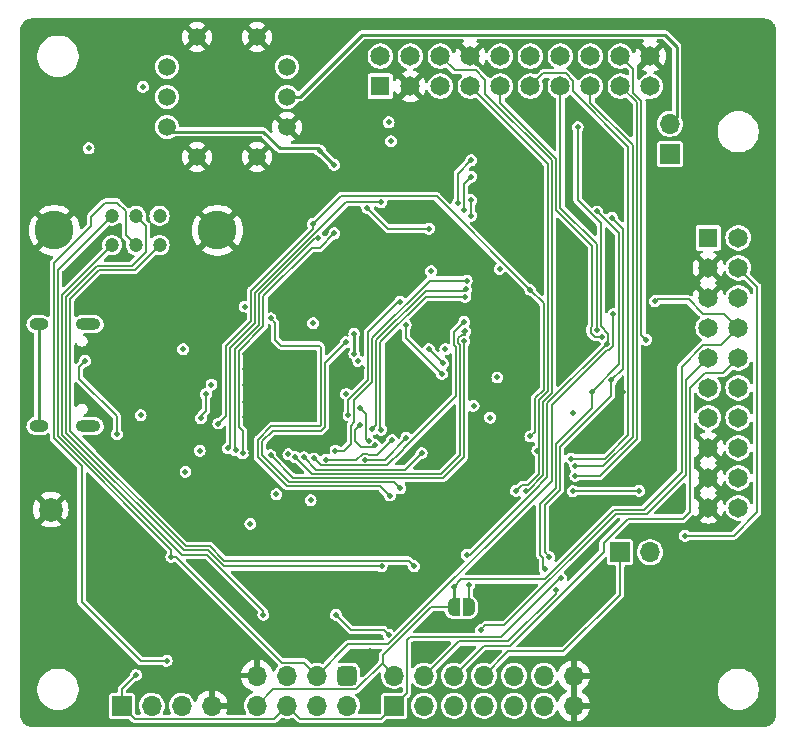
<source format=gbr>
%TF.GenerationSoftware,KiCad,Pcbnew,7.0.7*%
%TF.CreationDate,2024-02-05T14:51:39-08:00*%
%TF.ProjectId,Serberus,53657262-6572-4757-932e-6b696361645f,V2.1*%
%TF.SameCoordinates,Original*%
%TF.FileFunction,Copper,L4,Bot*%
%TF.FilePolarity,Positive*%
%FSLAX46Y46*%
G04 Gerber Fmt 4.6, Leading zero omitted, Abs format (unit mm)*
G04 Created by KiCad (PCBNEW 7.0.7) date 2024-02-05 14:51:39*
%MOMM*%
%LPD*%
G01*
G04 APERTURE LIST*
G04 Aperture macros list*
%AMRoundRect*
0 Rectangle with rounded corners*
0 $1 Rounding radius*
0 $2 $3 $4 $5 $6 $7 $8 $9 X,Y pos of 4 corners*
0 Add a 4 corners polygon primitive as box body*
4,1,4,$2,$3,$4,$5,$6,$7,$8,$9,$2,$3,0*
0 Add four circle primitives for the rounded corners*
1,1,$1+$1,$2,$3*
1,1,$1+$1,$4,$5*
1,1,$1+$1,$6,$7*
1,1,$1+$1,$8,$9*
0 Add four rect primitives between the rounded corners*
20,1,$1+$1,$2,$3,$4,$5,0*
20,1,$1+$1,$4,$5,$6,$7,0*
20,1,$1+$1,$6,$7,$8,$9,0*
20,1,$1+$1,$8,$9,$2,$3,0*%
%AMFreePoly0*
4,1,19,0.500000,-0.750000,0.000000,-0.750000,0.000000,-0.744911,-0.071157,-0.744911,-0.207708,-0.704816,-0.327430,-0.627875,-0.420627,-0.520320,-0.479746,-0.390866,-0.500000,-0.250000,-0.500000,0.250000,-0.479746,0.390866,-0.420627,0.520320,-0.327430,0.627875,-0.207708,0.704816,-0.071157,0.744911,0.000000,0.744911,0.000000,0.750000,0.500000,0.750000,0.500000,-0.750000,0.500000,-0.750000,
$1*%
%AMFreePoly1*
4,1,19,0.000000,0.744911,0.071157,0.744911,0.207708,0.704816,0.327430,0.627875,0.420627,0.520320,0.479746,0.390866,0.500000,0.250000,0.500000,-0.250000,0.479746,-0.390866,0.420627,-0.520320,0.327430,-0.627875,0.207708,-0.704816,0.071157,-0.744911,0.000000,-0.744911,0.000000,-0.750000,-0.500000,-0.750000,-0.500000,0.750000,0.000000,0.750000,0.000000,0.744911,0.000000,0.744911,
$1*%
G04 Aperture macros list end*
%TA.AperFunction,ComponentPad*%
%ADD10C,2.000000*%
%TD*%
%TA.AperFunction,ComponentPad*%
%ADD11R,1.700000X1.700000*%
%TD*%
%TA.AperFunction,ComponentPad*%
%ADD12O,1.700000X1.700000*%
%TD*%
%TA.AperFunction,ComponentPad*%
%ADD13RoundRect,0.425000X-0.425000X0.425000X-0.425000X-0.425000X0.425000X-0.425000X0.425000X0.425000X0*%
%TD*%
%TA.AperFunction,ComponentPad*%
%ADD14R,1.650000X1.650000*%
%TD*%
%TA.AperFunction,ComponentPad*%
%ADD15C,1.650000*%
%TD*%
%TA.AperFunction,ComponentPad*%
%ADD16O,2.100000X1.000000*%
%TD*%
%TA.AperFunction,ComponentPad*%
%ADD17O,1.600000X1.000000*%
%TD*%
%TA.AperFunction,ComponentPad*%
%ADD18C,1.200000*%
%TD*%
%TA.AperFunction,ComponentPad*%
%ADD19C,3.285000*%
%TD*%
%TA.AperFunction,ComponentPad*%
%ADD20C,1.500000*%
%TD*%
%TA.AperFunction,SMDPad,CuDef*%
%ADD21FreePoly0,0.000000*%
%TD*%
%TA.AperFunction,SMDPad,CuDef*%
%ADD22FreePoly1,0.000000*%
%TD*%
%TA.AperFunction,ViaPad*%
%ADD23C,0.500000*%
%TD*%
%TA.AperFunction,Conductor*%
%ADD24C,0.250000*%
%TD*%
%TA.AperFunction,Conductor*%
%ADD25C,0.200000*%
%TD*%
%TA.AperFunction,Conductor*%
%ADD26C,0.205232*%
%TD*%
G04 APERTURE END LIST*
D10*
%TO.P,TP1,1,1*%
%TO.N,GND*%
X122600000Y-111600000D03*
%TD*%
D11*
%TO.P,J7,1,Pin_1*%
%TO.N,/CLK*%
X128600000Y-128200000D03*
D12*
%TO.P,J7,2,Pin_2*%
%TO.N,/COPI*%
X131140000Y-128200000D03*
%TO.P,J7,3,Pin_3*%
%TO.N,VTARGET*%
X133680000Y-128200000D03*
%TO.P,J7,4,Pin_4*%
%TO.N,GND*%
X136220000Y-128200000D03*
%TD*%
D13*
%TO.P,J5,1,Pin_1*%
%TO.N,/CS*%
X147685500Y-125639500D03*
D12*
%TO.P,J5,2,Pin_2*%
%TO.N,VTARGET*%
X147685500Y-128179500D03*
%TO.P,J5,3,Pin_3*%
%TO.N,/CIPO*%
X145145500Y-125639500D03*
%TO.P,J5,4,Pin_4*%
%TO.N,Net-(J5-Pin_4)*%
X145145500Y-128179500D03*
%TO.P,J5,5,Pin_5*%
%TO.N,Net-(J5-Pin_5)*%
X142605500Y-125639500D03*
%TO.P,J5,6,Pin_6*%
%TO.N,/CLK*%
X142605500Y-128179500D03*
%TO.P,J5,7,Pin_7*%
%TO.N,GND*%
X140065500Y-125639500D03*
%TO.P,J5,8,Pin_8*%
%TO.N,/COPI*%
X140065500Y-128179500D03*
%TD*%
D14*
%TO.P,J3,1,Pin_1*%
%TO.N,VTARGET*%
X178260000Y-88580000D03*
D15*
%TO.P,J3,2,Pin_2*%
%TO.N,/CS*%
X180800000Y-88580000D03*
%TO.P,J3,3,Pin_3*%
%TO.N,GND*%
X178260000Y-91120000D03*
%TO.P,J3,4,Pin_4*%
%TO.N,/CLK*%
X180800000Y-91120000D03*
%TO.P,J3,5,Pin_5*%
%TO.N,GND*%
X178260000Y-93660000D03*
%TO.P,J3,6,Pin_6*%
%TO.N,/CIPO*%
X180800000Y-93660000D03*
%TO.P,J3,7,Pin_7*%
%TO.N,unconnected-(J3-Pin_7-Pad7)*%
X178260000Y-96200000D03*
%TO.P,J3,8,Pin_8*%
%TO.N,/COPI*%
X180800000Y-96200000D03*
%TO.P,J3,9,Pin_9*%
%TO.N,/xPB4*%
X178260000Y-98740000D03*
%TO.P,J3,10,Pin_10*%
%TO.N,/xPB5*%
X180800000Y-98740000D03*
%TO.P,J3,11,Pin_11*%
%TO.N,unconnected-(J3-Pin_11-Pad11)*%
X178260000Y-101280000D03*
%TO.P,J3,12,Pin_12*%
%TO.N,/ICE_CDONE*%
X180800000Y-101280000D03*
%TO.P,J3,13,Pin_13*%
%TO.N,unconnected-(J3-Pin_13-Pad13)*%
X178260000Y-103820000D03*
%TO.P,J3,14,Pin_14*%
%TO.N,unconnected-(J3-Pin_14-Pad14)*%
X180800000Y-103820000D03*
%TO.P,J3,15,Pin_15*%
%TO.N,GND*%
X178260000Y-106360000D03*
%TO.P,J3,16,Pin_16*%
%TO.N,unconnected-(J3-Pin_16-Pad16)*%
X180800000Y-106360000D03*
%TO.P,J3,17,Pin_17*%
%TO.N,GND*%
X178260000Y-108900000D03*
%TO.P,J3,18,Pin_18*%
%TO.N,unconnected-(J3-Pin_18-Pad18)*%
X180800000Y-108900000D03*
%TO.P,J3,19,Pin_19*%
%TO.N,GND*%
X178260000Y-111440000D03*
%TO.P,J3,20,Pin_20*%
%TO.N,unconnected-(J3-Pin_20-Pad20)*%
X180800000Y-111440000D03*
%TD*%
D11*
%TO.P,J8,1,Pin_1*%
%TO.N,/UARTA_RX*%
X170800000Y-115200000D03*
D12*
%TO.P,J8,2,Pin_2*%
%TO.N,/ICE_CDONE*%
X173340000Y-115200000D03*
%TD*%
D11*
%TO.P,J4,1,Pin_1*%
%TO.N,/CLK*%
X151660000Y-128200000D03*
D12*
%TO.P,J4,2,Pin_2*%
%TO.N,/COPI*%
X151660000Y-125660000D03*
%TO.P,J4,3,Pin_3*%
%TO.N,/DI*%
X154200000Y-128200000D03*
%TO.P,J4,4,Pin_4*%
%TO.N,/CS*%
X154200000Y-125660000D03*
%TO.P,J4,5,Pin_5*%
%TO.N,/xPB4*%
X156740000Y-128200000D03*
%TO.P,J4,6,Pin_6*%
%TO.N,/xPB5*%
X156740000Y-125660000D03*
%TO.P,J4,7,Pin_7*%
%TO.N,/UARTA_TX*%
X159280000Y-128200000D03*
%TO.P,J4,8,Pin_8*%
%TO.N,/UARTA_RX*%
X159280000Y-125660000D03*
%TO.P,J4,9,Pin_9*%
%TO.N,/UARTC_TX*%
X161820000Y-128200000D03*
%TO.P,J4,10,Pin_10*%
%TO.N,/UARTC_RX*%
X161820000Y-125660000D03*
%TO.P,J4,11,Pin_11*%
%TO.N,/UARTD_TX*%
X164360000Y-128200000D03*
%TO.P,J4,12,Pin_12*%
%TO.N,/UARTD_RX*%
X164360000Y-125660000D03*
%TO.P,J4,13,Pin_13*%
%TO.N,GND*%
X166900000Y-128200000D03*
%TO.P,J4,14,Pin_14*%
X166900000Y-125660000D03*
%TD*%
D16*
%TO.P,J1,S1,SHIELD*%
%TO.N,Net-(J1-SHIELD)*%
X125770000Y-95880000D03*
D17*
X121590000Y-95880000D03*
D16*
X125770000Y-104520000D03*
D17*
X121590000Y-104520000D03*
%TD*%
D18*
%TO.P,SW2,1,1*%
%TO.N,/CS*%
X127800000Y-89200000D03*
%TO.P,SW2,2,2*%
%TO.N,/CORTEX_PIN2*%
X129800000Y-89200000D03*
%TO.P,SW2,3,3*%
%TO.N,/SWDIO*%
X131800000Y-89200000D03*
%TO.P,SW2,4,4*%
%TO.N,/CIPO*%
X127800000Y-86700000D03*
%TO.P,SW2,5,5*%
%TO.N,/DI*%
X129800000Y-86700000D03*
%TO.P,SW2,6,6*%
%TO.N,/SWDIO*%
X131800000Y-86700000D03*
D19*
%TO.P,SW2,MH1,Shield_2*%
%TO.N,GND*%
X122900000Y-87950000D03*
%TO.P,SW2,MH2,Shield_1*%
X136700000Y-87950000D03*
%TD*%
D20*
%TO.P,SW1,1,1_Support*%
%TO.N,GND*%
X142595000Y-79200000D03*
%TO.P,SW1,2,2*%
%TO.N,+5V*%
X132435000Y-79200000D03*
%TO.P,SW1,3,3*%
%TO.N,+3V3*%
X132435000Y-76660000D03*
%TO.P,SW1,4,4*%
%TO.N,+1V8*%
X132435000Y-74120000D03*
%TO.P,SW1,5,5*%
%TO.N,VTARGET*%
X142595000Y-74120000D03*
%TO.P,SW1,6,Common*%
%TO.N,VREF*%
X142595000Y-76660000D03*
%TO.P,SW1,7,7_Support*%
%TO.N,GND*%
X140055000Y-81740000D03*
%TO.P,SW1,8,8_Support*%
X134975000Y-81740000D03*
%TO.P,SW1,9,9_Support*%
X134975000Y-71580000D03*
%TO.P,SW1,10,10_Support*%
X140055000Y-71580000D03*
%TD*%
D14*
%TO.P,J2,1,Pin_1*%
%TO.N,VTARGET*%
X150500000Y-75740000D03*
D15*
%TO.P,J2,2,Pin_2*%
X150500000Y-73200000D03*
%TO.P,J2,3,Pin_3*%
%TO.N,GND*%
X153040000Y-75740000D03*
%TO.P,J2,4,Pin_4*%
%TO.N,/UARTC_TX*%
X153040000Y-73200000D03*
%TO.P,J2,5,Pin_5*%
%TO.N,/UARTA_TX*%
X155580000Y-75740000D03*
%TO.P,J2,6,Pin_6*%
%TO.N,/UARTC_RX*%
X155580000Y-73200000D03*
%TO.P,J2,7,Pin_7*%
%TO.N,/UARTA_RX*%
X158120000Y-75740000D03*
%TO.P,J2,8,Pin_8*%
%TO.N,GND*%
X158120000Y-73200000D03*
%TO.P,J2,9,Pin_9*%
%TO.N,/~{UARTA_RTS}*%
X160660000Y-75740000D03*
%TO.P,J2,10,Pin_10*%
%TO.N,unconnected-(J2-Pin_10-Pad10)*%
X160660000Y-73200000D03*
%TO.P,J2,11,Pin_11*%
%TO.N,/~{UARTA_CTS}*%
X163200000Y-75740000D03*
%TO.P,J2,12,Pin_12*%
%TO.N,unconnected-(J2-Pin_12-Pad12)*%
X163200000Y-73200000D03*
%TO.P,J2,13,Pin_13*%
%TO.N,/~{UARTA_DTR}*%
X165740000Y-75740000D03*
%TO.P,J2,14,Pin_14*%
%TO.N,VTARGET*%
X165740000Y-73200000D03*
%TO.P,J2,15,Pin_15*%
%TO.N,/~{UARTA_DSR}*%
X168280000Y-75740000D03*
%TO.P,J2,16,Pin_16*%
%TO.N,/UARTD_TX*%
X168280000Y-73200000D03*
%TO.P,J2,17,Pin_17*%
%TO.N,/~{UARTA_DCD}*%
X170820000Y-75740000D03*
%TO.P,J2,18,Pin_18*%
%TO.N,/UARTD_RX*%
X170820000Y-73200000D03*
%TO.P,J2,19,Pin_19*%
%TO.N,unconnected-(J2-Pin_19-Pad19)*%
X173360000Y-75740000D03*
%TO.P,J2,20,Pin_20*%
%TO.N,GND*%
X173360000Y-73200000D03*
%TD*%
D11*
%TO.P,J9,1,Pin_1*%
%TO.N,VTARGET*%
X175000000Y-81475000D03*
D12*
%TO.P,J9,2,Pin_2*%
%TO.N,VREF*%
X175000000Y-78935000D03*
%TD*%
D21*
%TO.P,JP1,1,1*%
%TO.N,/COPI*%
X156700000Y-119850000D03*
D22*
%TO.P,JP1,2,2*%
%TO.N,/SWDIO*%
X158000000Y-119850000D03*
%TD*%
D23*
%TO.N,+5V*%
X145400000Y-81200000D03*
X146600000Y-82400000D03*
%TO.N,GND*%
X147200000Y-114600000D03*
X137600000Y-123200000D03*
X139200000Y-120200000D03*
X130400000Y-79400000D03*
X160600000Y-127000000D03*
X130800000Y-98800000D03*
X170400000Y-83800000D03*
X142000000Y-99700000D03*
X154200000Y-123200000D03*
X129600000Y-98800000D03*
X165600000Y-121400000D03*
X169800000Y-89000000D03*
X163200000Y-95800000D03*
X182400000Y-75200000D03*
X121600000Y-122400000D03*
X152400000Y-98400000D03*
X139000000Y-98381776D03*
X155800000Y-88600000D03*
X162000000Y-85200000D03*
X144900000Y-101100000D03*
X139600000Y-74400000D03*
X121500000Y-75550000D03*
X146600000Y-71200000D03*
X125000000Y-74600000D03*
X140600000Y-99681776D03*
X162200000Y-103600000D03*
X161400000Y-96200000D03*
X128400000Y-98800000D03*
X133600000Y-85800000D03*
X130000000Y-127200000D03*
X178000000Y-120000000D03*
X134800000Y-75000000D03*
X143600000Y-99681776D03*
X141000000Y-115000000D03*
X126200000Y-94000000D03*
X141600000Y-84800000D03*
X130000000Y-102000000D03*
X132800000Y-94200000D03*
X133200000Y-98800000D03*
X142000000Y-103800000D03*
X177800000Y-75000000D03*
X166800000Y-99200000D03*
X135600000Y-98800000D03*
X146200000Y-118200000D03*
X156400000Y-103400000D03*
X151800000Y-86000000D03*
X132000000Y-100600000D03*
X163800000Y-79400000D03*
X148000000Y-76200000D03*
X151200000Y-83000000D03*
X155800000Y-102000000D03*
X175200000Y-96800000D03*
X154800000Y-105000000D03*
X151800000Y-119000000D03*
X167600000Y-123400000D03*
X163200000Y-89800000D03*
X137600000Y-90400000D03*
X149600000Y-120600000D03*
X172200000Y-113400000D03*
X156200000Y-81200000D03*
X127800000Y-94000000D03*
X170400000Y-77800000D03*
X169800000Y-93000000D03*
X132600000Y-98800000D03*
X145500000Y-94000000D03*
X152800000Y-89000000D03*
X126600000Y-114000000D03*
X121000000Y-109200000D03*
X149600000Y-123600000D03*
X126400000Y-70800000D03*
X120800000Y-80600000D03*
X158200000Y-113400000D03*
X121200000Y-93200000D03*
X172400000Y-121600000D03*
X144900000Y-102500000D03*
X161800000Y-106000000D03*
X149800000Y-126800000D03*
X140600000Y-98381776D03*
X161800000Y-87000000D03*
X151000000Y-88600000D03*
X131400000Y-100600000D03*
X120600000Y-129400000D03*
X175000000Y-91600000D03*
X167400000Y-116200000D03*
X143600000Y-98381776D03*
X145000000Y-78000000D03*
X155400000Y-111800000D03*
X144200000Y-81800000D03*
X140600000Y-102481776D03*
X162000000Y-74400000D03*
X142800000Y-118000000D03*
X177400000Y-129000000D03*
X154000000Y-95600000D03*
X148600000Y-73000000D03*
X182800000Y-114000000D03*
X166400000Y-89600000D03*
X156200000Y-104600000D03*
X158800000Y-79200000D03*
X132000000Y-98800000D03*
X129600000Y-100600000D03*
X170200000Y-105000000D03*
X169800000Y-129400000D03*
X182400000Y-118000000D03*
X174000000Y-101200000D03*
X157200000Y-70600000D03*
X125200000Y-83200000D03*
X132800000Y-90600000D03*
X124800000Y-90800000D03*
X134400000Y-112800000D03*
X175800000Y-111000000D03*
X139400000Y-78400000D03*
X182000000Y-86000000D03*
X128400000Y-72000000D03*
X154200000Y-72200000D03*
X136200000Y-82600000D03*
X175600000Y-85000000D03*
X171000000Y-101600000D03*
X127446800Y-104246800D03*
X135400000Y-125400000D03*
X149400000Y-95200000D03*
X149600000Y-113000000D03*
X138800000Y-95400000D03*
X142000000Y-98400000D03*
X137400000Y-125400000D03*
X142200000Y-112600000D03*
X123400000Y-120600000D03*
X128400000Y-100600000D03*
X172600000Y-127000000D03*
X130800000Y-100600000D03*
X183400000Y-129400000D03*
X130200000Y-100600000D03*
X143800000Y-71200000D03*
X178200000Y-71200000D03*
X161800000Y-83400000D03*
X161200000Y-93000000D03*
X173800000Y-83600000D03*
X150600000Y-93000000D03*
X174200000Y-103800000D03*
X165800000Y-114000000D03*
X168200000Y-82800000D03*
X134200000Y-98800000D03*
X124200000Y-116800000D03*
X179200000Y-121800000D03*
X129000000Y-98800000D03*
X164800000Y-78200000D03*
X139000000Y-99681776D03*
X131600000Y-70800000D03*
X163200000Y-126800000D03*
X132400000Y-110600000D03*
X121600000Y-115200000D03*
X139000000Y-101081776D03*
X161200000Y-115600000D03*
X153300000Y-103900000D03*
X143600000Y-101081776D03*
X161400000Y-99400000D03*
X139581336Y-106832220D03*
X123400000Y-76600000D03*
X133200000Y-100600000D03*
X148500000Y-94000000D03*
X133600000Y-103400000D03*
X160400000Y-129600000D03*
X126600000Y-106200000D03*
X139000000Y-103781776D03*
X170400000Y-124600000D03*
X179600000Y-84400000D03*
X171400000Y-78800000D03*
X182600000Y-123000000D03*
X137400000Y-80800000D03*
X123600000Y-109000000D03*
X126000000Y-123000000D03*
X139000000Y-102481776D03*
X154200000Y-118400000D03*
X121800000Y-117800000D03*
X165600000Y-70600000D03*
X174400000Y-107800000D03*
X124200000Y-113800000D03*
X151300000Y-99600000D03*
X127800000Y-95400000D03*
X142600000Y-86800000D03*
X171200000Y-108400000D03*
X135600000Y-116600000D03*
X144900000Y-99700000D03*
X126800000Y-111200000D03*
X128400000Y-76200000D03*
X120400000Y-99800000D03*
X152800000Y-77600000D03*
X135600000Y-78400000D03*
X175400000Y-124400000D03*
X169200000Y-116600000D03*
X141600000Y-119000000D03*
X161000000Y-119400000D03*
X174600000Y-86800000D03*
X168000000Y-120000000D03*
X167000000Y-74400000D03*
X143600000Y-82800000D03*
X157600000Y-89200000D03*
X126200000Y-129400000D03*
X152400000Y-113200000D03*
X161800000Y-81600000D03*
X120800000Y-70600000D03*
X140600000Y-103781776D03*
X144900000Y-98400000D03*
X131400000Y-106000000D03*
X142800000Y-88800000D03*
X129600000Y-114200000D03*
X143800000Y-75200000D03*
X120400000Y-84600000D03*
X182600000Y-71200000D03*
X170400000Y-70400000D03*
X142000000Y-102400000D03*
X150000000Y-118600000D03*
X131800000Y-82400000D03*
X132600000Y-100600000D03*
X162800000Y-100800000D03*
X143600000Y-102481776D03*
X140600000Y-101081776D03*
X124400000Y-85000000D03*
X134600000Y-121800000D03*
X142000000Y-101000000D03*
X143600000Y-103781776D03*
X174200000Y-99200000D03*
X151400000Y-91000000D03*
X130200000Y-98800000D03*
X146200000Y-122800000D03*
X142156684Y-106550283D03*
X121000000Y-76800000D03*
X146600000Y-91000000D03*
X148950500Y-99595794D03*
X144900000Y-103800000D03*
X129000000Y-100600000D03*
X132000000Y-125800000D03*
X131400000Y-98800000D03*
%TO.N,+3V3*%
X133800000Y-98000000D03*
X139000000Y-94400000D03*
X158390000Y-102800000D03*
X160600000Y-91200000D03*
X135200000Y-106600000D03*
X144600000Y-110800000D03*
X154800000Y-91400000D03*
X139500000Y-112800000D03*
X159800000Y-103800000D03*
X130400000Y-75800000D03*
X151400000Y-80400000D03*
X156000000Y-98000000D03*
X166800000Y-103400000D03*
X147600000Y-101800000D03*
X125800000Y-81000000D03*
X142703439Y-106900871D03*
X160400000Y-100400000D03*
X136200000Y-101000000D03*
X148630878Y-99030878D03*
X144800000Y-95800000D03*
X130200000Y-103600000D03*
X141700000Y-110300000D03*
X151200000Y-78800000D03*
X134000000Y-108400000D03*
%TO.N,Net-(U3-VCORE_1)*%
X148300000Y-98400000D03*
X148300000Y-96700000D03*
%TO.N,Net-(J1-CC1)*%
X128200000Y-105200000D03*
X125500000Y-99000000D03*
%TO.N,/~{ENABLE}*%
X163200000Y-105400000D03*
X136789243Y-104300757D03*
X163200000Y-93000000D03*
X144800000Y-87400000D03*
%TO.N,Net-(D7-A)*%
X158200000Y-86700500D03*
X158203200Y-85396800D03*
%TO.N,Net-(D8-A)*%
X158200000Y-83400000D03*
X157594483Y-86200883D03*
%TO.N,Net-(D9-A)*%
X158200000Y-82000000D03*
X157044284Y-85650684D03*
%TO.N,Net-(RN9-R1.2)*%
X149400000Y-86059500D03*
X154600000Y-87800000D03*
%TO.N,/EECLK*%
X145215470Y-88600983D03*
X138259305Y-106572113D03*
%TO.N,/EECS*%
X137600000Y-106400000D03*
X150560000Y-85560000D03*
%TO.N,/EEDATA*%
X138860715Y-106817389D03*
X146600000Y-88200000D03*
%TO.N,/UARTA_TX*%
X157800000Y-115400000D03*
X169650500Y-97600000D03*
X167200000Y-79200000D03*
%TO.N,/ICE_CDONE*%
X172400000Y-110000000D03*
X166800000Y-110025000D03*
%TO.N,/~{UARTA_RTS}*%
X169300500Y-96955613D03*
%TO.N,/~{UARTA_CTS}*%
X166652880Y-107274500D03*
%TO.N,/~{UARTA_DTR}*%
X168800000Y-96400000D03*
%TO.N,/~{UARTA_DSR}*%
X167000000Y-107922769D03*
%TO.N,/~{UARTA_DCD}*%
X167000000Y-108725000D03*
%TO.N,/CS*%
X165400000Y-118400000D03*
X146753233Y-120500500D03*
X140600000Y-120500500D03*
X151200000Y-122200000D03*
%TO.N,/CLK*%
X176295635Y-113800000D03*
X165800000Y-117400000D03*
X129806754Y-125593246D03*
%TO.N,/CIPO*%
X170200500Y-95050500D03*
X132800000Y-115600000D03*
%TO.N,/UARTA_RX*%
X162000000Y-110000000D03*
X163797881Y-106608054D03*
%TO.N,/COPI*%
X173746800Y-93946800D03*
X156700000Y-118150000D03*
%TO.N,/xPB4*%
X159000000Y-121800000D03*
%TO.N,/UARTC_TX*%
X164800000Y-115600000D03*
X170106400Y-86893600D03*
X170053200Y-100653200D03*
%TO.N,/UARTC_RX*%
X162800000Y-110000000D03*
%TO.N,/UARTD_TX*%
X168400000Y-101600000D03*
X164400000Y-116600000D03*
X168853200Y-86346800D03*
%TO.N,/UARTD_RX*%
X173000000Y-97200000D03*
%TO.N,/CORTEX_PIN2*%
X132400000Y-124400000D03*
%TO.N,/DI*%
X150600000Y-116400000D03*
%TO.N,/SWDIO*%
X158000000Y-118000000D03*
X153362500Y-116380000D03*
%TO.N,/CD0*%
X154600000Y-98000000D03*
X155800000Y-99200000D03*
%TO.N,/DD0*%
X155700000Y-100100000D03*
X152644621Y-95944620D03*
%TO.N,/BD1*%
X157754990Y-92945578D03*
X149800000Y-104800500D03*
%TO.N,/BD0*%
X146700000Y-106600500D03*
X157800000Y-92200000D03*
%TO.N,/BD3*%
X150576028Y-104823972D03*
X157690885Y-93591909D03*
%TO.N,/BD4*%
X147800000Y-103600000D03*
X152193246Y-93993246D03*
%TO.N,/AD4*%
X144847388Y-107256460D03*
X157600000Y-95700000D03*
%TO.N,/AD2*%
X157700000Y-96500000D03*
X143306275Y-107142618D03*
%TO.N,/AD0*%
X157600000Y-97300000D03*
X141200000Y-107000000D03*
%TO.N,/AD1*%
X152700103Y-105500104D03*
X149200000Y-107350500D03*
%TO.N,/AD5*%
X151500000Y-105700000D03*
X145900000Y-107350500D03*
%TO.N,/AD3*%
X144035028Y-107150500D03*
X154000000Y-106800000D03*
%TO.N,/BD2*%
X150050890Y-106149110D03*
X148797884Y-104409747D03*
%TO.N,/CD1*%
X152200000Y-109800000D03*
X147562315Y-97430345D03*
%TO.N,/BD6*%
X149503771Y-105799090D03*
X148800000Y-103000000D03*
%TO.N,/DD1*%
X151300000Y-110400000D03*
X141200500Y-95400000D03*
%TO.N,/CC2*%
X135299500Y-103853200D03*
X135724500Y-101800000D03*
%TD*%
D24*
%TO.N,+5V*%
X145400000Y-81200000D02*
X145200000Y-81000000D01*
X145200000Y-81000000D02*
X142000000Y-81000000D01*
X132835000Y-79600000D02*
X132435000Y-79200000D01*
X142000000Y-81000000D02*
X140600000Y-79600000D01*
X146600000Y-82400000D02*
X145400000Y-81200000D01*
X140600000Y-79600000D02*
X132835000Y-79600000D01*
%TO.N,Net-(U3-VCORE_1)*%
X148300000Y-98400000D02*
X148300000Y-96700000D01*
%TO.N,VREF*%
X174600000Y-71400000D02*
X175600000Y-72400000D01*
X142595000Y-76660000D02*
X143655660Y-76660000D01*
X148915660Y-71400000D02*
X174600000Y-71400000D01*
X143655660Y-76660000D02*
X148915660Y-71400000D01*
X175600000Y-72400000D02*
X175600000Y-78335000D01*
X175600000Y-78335000D02*
X175000000Y-78935000D01*
%TO.N,Net-(J1-SHIELD)*%
X121590000Y-95880000D02*
X121590000Y-104520000D01*
D25*
%TO.N,Net-(J1-CC1)*%
X125000000Y-99500000D02*
X125500000Y-99000000D01*
X128200000Y-105200000D02*
X128200000Y-103700000D01*
X128200000Y-103700000D02*
X125000000Y-100500000D01*
X125000000Y-100500000D02*
X125000000Y-99500000D01*
%TO.N,/~{ENABLE}*%
X137450000Y-97739745D02*
X137450000Y-103640000D01*
X163200000Y-93000000D02*
X164340000Y-94140000D01*
X144800000Y-87400000D02*
X144800000Y-87800000D01*
X144800000Y-87800000D02*
X139550000Y-93050000D01*
X164340000Y-94140000D02*
X164340000Y-101425578D01*
X163200000Y-93000000D02*
X155260000Y-85060000D01*
X147140000Y-85060000D02*
X144800000Y-87400000D01*
X163597881Y-105002119D02*
X163200000Y-105400000D01*
X155260000Y-85060000D02*
X147140000Y-85060000D01*
X139550000Y-95639747D02*
X137450000Y-97739745D01*
X164340000Y-101425578D02*
X163597881Y-102167697D01*
X137450000Y-103640000D02*
X136789243Y-104300757D01*
X163597881Y-102167697D02*
X163597881Y-105002119D01*
X139550000Y-93050000D02*
X139550000Y-95639747D01*
%TO.N,Net-(D7-A)*%
X158200000Y-86700500D02*
X158200000Y-85400000D01*
X158200000Y-85400000D02*
X158203200Y-85396800D01*
%TO.N,Net-(D8-A)*%
X157594483Y-84005517D02*
X158200000Y-83400000D01*
X157594483Y-86200883D02*
X157594483Y-84005517D01*
%TO.N,Net-(D9-A)*%
X157044284Y-85650684D02*
X157044284Y-83155716D01*
X157044284Y-83155716D02*
X158200000Y-82000000D01*
%TO.N,Net-(RN9-R1.2)*%
X151140500Y-87800000D02*
X149400000Y-86059500D01*
X154600000Y-87800000D02*
X151140500Y-87800000D01*
%TO.N,/EECLK*%
X145004043Y-88600983D02*
X145215470Y-88600983D01*
X144802513Y-88802513D02*
X145004043Y-88600983D01*
X138150000Y-106462808D02*
X138150000Y-98029695D01*
X138259305Y-106572113D02*
X138150000Y-106462808D01*
X140250000Y-93355026D02*
X144802513Y-88802513D01*
X140250000Y-95929695D02*
X140250000Y-93355026D01*
X138150000Y-98029695D02*
X140250000Y-95929695D01*
%TO.N,/EECS*%
X137800000Y-106200000D02*
X137800000Y-97884720D01*
X137800000Y-97884720D02*
X139900000Y-95784721D01*
X139900000Y-95784721D02*
X139900000Y-93210052D01*
X137600000Y-106400000D02*
X137800000Y-106200000D01*
X139900000Y-93210052D02*
X147550052Y-85560000D01*
X147550052Y-85560000D02*
X150560000Y-85560000D01*
%TO.N,/EEDATA*%
X144700000Y-89400000D02*
X140600000Y-93500000D01*
X140600000Y-96074669D02*
X138500000Y-98174669D01*
X146600000Y-88200000D02*
X145400000Y-89400000D01*
X140600000Y-93500000D02*
X140600000Y-96074669D01*
X138860715Y-104960715D02*
X138860715Y-106817389D01*
X145400000Y-89400000D02*
X144700000Y-89400000D01*
X138500000Y-98174669D02*
X138500000Y-104600000D01*
X138500000Y-104600000D02*
X138860715Y-104960715D01*
%TO.N,/UARTA_TX*%
X169150000Y-96042893D02*
X169150000Y-87350707D01*
X169650500Y-97600000D02*
X169800500Y-97450000D01*
X164647881Y-102602619D02*
X164647881Y-108847093D01*
X163400000Y-110107107D02*
X158107107Y-115400000D01*
X169650500Y-97600000D02*
X164647881Y-102602619D01*
X169800500Y-97450000D02*
X169800500Y-96693393D01*
X167200000Y-85400707D02*
X167200000Y-79200000D01*
X169150000Y-87350707D02*
X167200000Y-85400707D01*
X163400000Y-110094974D02*
X163400000Y-110107107D01*
X158107107Y-115400000D02*
X157800000Y-115400000D01*
X164647881Y-108847093D02*
X163400000Y-110094974D01*
X169800500Y-96693393D02*
X169150000Y-96042893D01*
%TO.N,/ICE_CDONE*%
X166825000Y-110000000D02*
X166800000Y-110025000D01*
X172400000Y-110000000D02*
X166825000Y-110000000D01*
%TO.N,/~{UARTA_RTS}*%
X160660000Y-77155306D02*
X165390000Y-81885306D01*
X168450000Y-96042893D02*
X168300000Y-96192893D01*
X168300000Y-96192893D02*
X168300000Y-96607107D01*
X168300000Y-96607107D02*
X168648506Y-96955613D01*
X160660000Y-75740000D02*
X160660000Y-77155306D01*
X165390000Y-81885306D02*
X165390000Y-86192082D01*
X168450000Y-89252082D02*
X168450000Y-96042893D01*
X165390000Y-86192082D02*
X168450000Y-89252082D01*
X168648506Y-96955613D02*
X169300500Y-96955613D01*
%TO.N,/~{UARTA_CTS}*%
X166185280Y-74665000D02*
X164275000Y-74665000D01*
X171500000Y-80870280D02*
X166815000Y-76185280D01*
X171500000Y-105300000D02*
X171500000Y-80870280D01*
X166815000Y-75294720D02*
X166185280Y-74665000D01*
X166815000Y-76185280D02*
X166815000Y-75294720D01*
X169525500Y-107274500D02*
X171500000Y-105300000D01*
X164275000Y-74665000D02*
X163200000Y-75740000D01*
X166652880Y-107274500D02*
X169525500Y-107274500D01*
%TO.N,/~{UARTA_DTR}*%
X168800000Y-96400000D02*
X168800000Y-89107107D01*
X168800000Y-89107107D02*
X165740000Y-86047107D01*
X165740000Y-86047107D02*
X165740000Y-75740000D01*
%TO.N,/~{UARTA_DSR}*%
X169382257Y-107922769D02*
X171850000Y-105455026D01*
X171850000Y-80725306D02*
X168280000Y-77155306D01*
X168280000Y-77155306D02*
X168280000Y-75740000D01*
X171850000Y-105455026D02*
X171850000Y-80725306D01*
X167000000Y-107922769D02*
X169382257Y-107922769D01*
%TO.N,/~{UARTA_DCD}*%
X169075000Y-108725000D02*
X172200000Y-105600000D01*
X172200000Y-105600000D02*
X172200000Y-77120000D01*
X172200000Y-77120000D02*
X170820000Y-75740000D01*
X167000000Y-108725000D02*
X169075000Y-108725000D01*
%TO.N,/CS*%
X157170000Y-122750000D02*
X154460000Y-125460000D01*
X123550000Y-105232527D02*
X133717473Y-115400000D01*
X151200000Y-122200000D02*
X150800000Y-121800000D01*
X150800000Y-121800000D02*
X148052733Y-121800000D01*
X165400000Y-118694975D02*
X165400000Y-118400000D01*
X133717473Y-115400000D02*
X135800000Y-115400000D01*
X161344974Y-122750000D02*
X161344975Y-122750000D01*
X135800000Y-115400000D02*
X140600000Y-120200000D01*
X161344975Y-122750000D02*
X165347488Y-118747487D01*
X161344974Y-122750000D02*
X157170000Y-122750000D01*
X148052733Y-121800000D02*
X146753233Y-120500500D01*
X140600000Y-120200000D02*
X140600000Y-120500500D01*
X165347488Y-118747487D02*
X165400000Y-118694975D01*
X127800000Y-89200000D02*
X123550000Y-93450000D01*
X123550000Y-93450000D02*
X123550000Y-105232527D01*
%TO.N,/CLK*%
X180400000Y-113800000D02*
X176295635Y-113800000D01*
X152760000Y-127100000D02*
X152760000Y-122640000D01*
X143705500Y-129279500D02*
X150580500Y-129279500D01*
X160692893Y-122400000D02*
X165692893Y-117400000D01*
X150580500Y-129279500D02*
X151660000Y-128200000D01*
X151660000Y-128200000D02*
X152760000Y-127100000D01*
X182400000Y-111800000D02*
X180400000Y-113800000D01*
X153000000Y-122400000D02*
X160692893Y-122400000D01*
X129700000Y-129300000D02*
X141485000Y-129300000D01*
X128600000Y-126800000D02*
X128600000Y-128200000D01*
X129806754Y-125593246D02*
X128600000Y-126800000D01*
X152760000Y-122640000D02*
X153000000Y-122400000D01*
X180800000Y-91120000D02*
X182400000Y-92720000D01*
X182400000Y-92720000D02*
X182400000Y-111800000D01*
X142605500Y-128179500D02*
X143705500Y-129279500D01*
X165692893Y-117400000D02*
X165800000Y-117400000D01*
X141485000Y-129300000D02*
X142605500Y-128179500D01*
X128600000Y-128200000D02*
X129700000Y-129300000D01*
%TO.N,/CIPO*%
X170200500Y-95050500D02*
X170200500Y-97757107D01*
X164997881Y-109145012D02*
X151142893Y-123000000D01*
X170200500Y-97757107D02*
X169857607Y-98100000D01*
X164997881Y-102747593D02*
X164997881Y-109145012D01*
X123200000Y-105377501D02*
X123200000Y-91300000D01*
X151142893Y-123000000D02*
X147785000Y-123000000D01*
X144045500Y-124539500D02*
X145145500Y-125639500D01*
X169857607Y-98100000D02*
X169645474Y-98100000D01*
X132800000Y-115600000D02*
X132800000Y-114977501D01*
X169645474Y-98100000D02*
X164997881Y-102747593D01*
X133210365Y-115600000D02*
X142149865Y-124539500D01*
X123200000Y-91300000D02*
X127800000Y-86700000D01*
X132800000Y-115600000D02*
X133210365Y-115600000D01*
X132800000Y-114977501D02*
X123200000Y-105377501D01*
X142149865Y-124539500D02*
X144045500Y-124539500D01*
X147785000Y-123000000D02*
X145145500Y-125639500D01*
%TO.N,/UARTA_RX*%
X162000000Y-110000000D02*
X162500000Y-109500000D01*
X163797881Y-106608054D02*
X163947881Y-106458054D01*
X170800000Y-118800000D02*
X170800000Y-115200000D01*
X164690000Y-82310000D02*
X158120000Y-75740000D01*
X163947881Y-102312671D02*
X164690000Y-101570552D01*
X163947881Y-106458054D02*
X163947881Y-102312671D01*
X163947881Y-108557145D02*
X163947881Y-106758054D01*
X166000000Y-123600000D02*
X170800000Y-118800000D01*
X162500000Y-109500000D02*
X163005026Y-109500000D01*
X161340000Y-123600000D02*
X166000000Y-123600000D01*
X159280000Y-125660000D02*
X161340000Y-123600000D01*
X164690000Y-101570552D02*
X164690000Y-82310000D01*
X163947881Y-106758054D02*
X163797881Y-106608054D01*
X163005026Y-109500000D02*
X163947881Y-108557145D01*
%TO.N,/COPI*%
X179600000Y-95000000D02*
X180800000Y-96200000D01*
X173893600Y-93800000D02*
X176600000Y-93800000D01*
X173746800Y-93946800D02*
X173893600Y-93800000D01*
X157350000Y-117500000D02*
X156700000Y-118150000D01*
X154787867Y-119850000D02*
X150700000Y-123937867D01*
X156800000Y-119950000D02*
X156700000Y-119850000D01*
X150700000Y-124700000D02*
X150700000Y-124100000D01*
X156700000Y-119850000D02*
X156700000Y-120400000D01*
X177814720Y-97665000D02*
X176000000Y-99479720D01*
X150700000Y-123937867D02*
X150700000Y-124100000D01*
X176000000Y-99479720D02*
X176000000Y-108400000D01*
X177800000Y-95000000D02*
X179600000Y-95000000D01*
X150700000Y-124564797D02*
X148464797Y-126800000D01*
X150700000Y-124100000D02*
X150700000Y-124564797D01*
X156700000Y-119850000D02*
X154787867Y-119850000D01*
X148464797Y-126800000D02*
X141445000Y-126800000D01*
X170305025Y-111600000D02*
X164405025Y-117500000D01*
X151660000Y-125660000D02*
X150700000Y-124700000D01*
X179335000Y-97665000D02*
X177814720Y-97665000D01*
D24*
X156700000Y-119850000D02*
X156700000Y-118150000D01*
D25*
X180800000Y-96200000D02*
X179335000Y-97665000D01*
X176600000Y-93800000D02*
X177800000Y-95000000D01*
X176000000Y-108400000D02*
X172800000Y-111600000D01*
X164405025Y-117500000D02*
X157350000Y-117500000D01*
X141445000Y-126800000D02*
X140065500Y-128179500D01*
X172800000Y-111600000D02*
X170305025Y-111600000D01*
%TO.N,/xPB4*%
X161000000Y-121400000D02*
X170450000Y-111950000D01*
X176350000Y-108650000D02*
X176350000Y-100650000D01*
X159400000Y-121400000D02*
X161000000Y-121400000D01*
X173050000Y-111950000D02*
X176350000Y-108650000D01*
X170450000Y-111950000D02*
X173050000Y-111950000D01*
X159000000Y-121800000D02*
X159400000Y-121400000D01*
X176350000Y-100650000D02*
X178260000Y-98740000D01*
%TO.N,/xPB5*%
X176144975Y-112350000D02*
X176700000Y-111794975D01*
X179540000Y-100000000D02*
X180800000Y-98740000D01*
X178000000Y-100000000D02*
X179540000Y-100000000D01*
X169400000Y-115189949D02*
X169400000Y-114400000D01*
X161489949Y-123100000D02*
X169400000Y-115189949D01*
X156740000Y-125660000D02*
X159300000Y-123100000D01*
X176700000Y-101300000D02*
X178000000Y-100000000D01*
X169400000Y-114400000D02*
X171450000Y-112350000D01*
X159300000Y-123100000D02*
X161489949Y-123100000D01*
X176700000Y-111794975D02*
X176700000Y-101300000D01*
X171450000Y-112350000D02*
X176144975Y-112350000D01*
%TO.N,/UARTC_TX*%
X164400000Y-111200000D02*
X165697881Y-109902119D01*
X165697881Y-106302119D02*
X170053200Y-101946800D01*
X165697881Y-109902119D02*
X165697881Y-106302119D01*
X171050000Y-99656400D02*
X170053200Y-100653200D01*
X170053200Y-101946800D02*
X170053200Y-100653200D01*
X164400000Y-115200000D02*
X164400000Y-111200000D01*
X164800000Y-115600000D02*
X164400000Y-115200000D01*
X170106400Y-86893600D02*
X171050000Y-87837200D01*
X171050000Y-87837200D02*
X171050000Y-99656400D01*
%TO.N,/UARTC_RX*%
X159400000Y-75200000D02*
X158600000Y-74400000D01*
X159400000Y-76390280D02*
X159400000Y-75200000D01*
X162800000Y-110000000D02*
X163000000Y-110000000D01*
X165040000Y-101715526D02*
X165040000Y-82030280D01*
X163000000Y-110000000D02*
X164297881Y-108702119D01*
X164297881Y-102457645D02*
X165040000Y-101715526D01*
X164297881Y-108702119D02*
X164297881Y-102457645D01*
X158600000Y-74400000D02*
X156780000Y-74400000D01*
X156780000Y-74400000D02*
X155580000Y-73200000D01*
X165040000Y-82030280D02*
X159400000Y-76390280D01*
%TO.N,/UARTD_TX*%
X164000000Y-115400000D02*
X164300000Y-115700000D01*
X168400000Y-101600000D02*
X168400000Y-103000000D01*
X165347881Y-106052119D02*
X165347881Y-109757145D01*
X164300000Y-116500000D02*
X164400000Y-116600000D01*
X168853200Y-86346800D02*
X170700000Y-88193600D01*
X165347881Y-109757145D02*
X164000000Y-111105026D01*
X168400000Y-103000000D02*
X165347881Y-106052119D01*
X164300000Y-115700000D02*
X164300000Y-116500000D01*
X170700000Y-99300000D02*
X168400000Y-101600000D01*
X170700000Y-88193600D02*
X170700000Y-99300000D01*
X164000000Y-111105026D02*
X164000000Y-115400000D01*
%TO.N,/UARTD_RX*%
X172600000Y-96800000D02*
X172600000Y-77000000D01*
X171895000Y-74275000D02*
X170820000Y-73200000D01*
X172600000Y-77000000D02*
X171895000Y-76295000D01*
X173000000Y-97200000D02*
X172600000Y-96800000D01*
X171895000Y-76295000D02*
X171895000Y-74275000D01*
%TO.N,/CORTEX_PIN2*%
X126000000Y-87563200D02*
X122850000Y-90713200D01*
X127200000Y-85600000D02*
X126000000Y-86800000D01*
X125200000Y-107872475D02*
X125200000Y-119400000D01*
X126000000Y-86800000D02*
X126000000Y-87563200D01*
X129800000Y-89200000D02*
X128950000Y-88350000D01*
X128950000Y-86350000D02*
X128200000Y-85600000D01*
X128950000Y-88350000D02*
X128950000Y-86350000D01*
X122850000Y-105522476D02*
X125200000Y-107872475D01*
X125200000Y-119400000D02*
X130200000Y-124400000D01*
X122850000Y-90713200D02*
X122850000Y-105522476D01*
X130200000Y-124400000D02*
X132400000Y-124400000D01*
X128200000Y-85600000D02*
X127200000Y-85600000D01*
%TO.N,/DI*%
X126547487Y-90947487D02*
X123900000Y-93594974D01*
X129800000Y-86700000D02*
X130650000Y-87550000D01*
X135944974Y-115050000D02*
X137294974Y-116400000D01*
X130650000Y-87550000D02*
X130650000Y-89750000D01*
X123900000Y-105087553D02*
X133862447Y-115050000D01*
X133862447Y-115050000D02*
X135944974Y-115050000D01*
X137294974Y-116400000D02*
X150600000Y-116400000D01*
X129452513Y-90947487D02*
X126547487Y-90947487D01*
X123900000Y-93594974D02*
X123900000Y-105087553D01*
X130650000Y-89750000D02*
X129452513Y-90947487D01*
%TO.N,/SWDIO*%
X152882500Y-115900000D02*
X153362500Y-116380000D01*
X131800000Y-89200000D02*
X129702513Y-91297487D01*
X137300000Y-115900000D02*
X152882500Y-115900000D01*
X124250000Y-93739948D02*
X124250000Y-104942579D01*
X158000000Y-118000000D02*
X158000000Y-119850000D01*
X136100000Y-114700000D02*
X137300000Y-115900000D01*
X134007421Y-114700000D02*
X136100000Y-114700000D01*
X124250000Y-104942579D02*
X134007421Y-114700000D01*
X126692461Y-91297487D02*
X124250000Y-93739948D01*
X129702513Y-91297487D02*
X126692461Y-91297487D01*
%TO.N,/CD0*%
X154600000Y-98000000D02*
X155800000Y-99200000D01*
%TO.N,/DD0*%
X152644621Y-97044621D02*
X155700000Y-100100000D01*
X152644621Y-95944620D02*
X152644621Y-97044621D01*
%TO.N,/BD1*%
X149800000Y-104800500D02*
X150150000Y-104450500D01*
X157651068Y-93049500D02*
X157754990Y-92945578D01*
X150150000Y-104450500D02*
X150150000Y-97237866D01*
X150150000Y-97237866D02*
X154338367Y-93049500D01*
X154338367Y-93049500D02*
X157651068Y-93049500D01*
%TO.N,/BD0*%
X147994768Y-105943866D02*
X147994768Y-104505232D01*
X147994768Y-104505232D02*
X148300000Y-104200000D01*
X154692893Y-92200000D02*
X157800000Y-92200000D01*
X149800000Y-100802081D02*
X149800000Y-97092892D01*
X148300000Y-104200000D02*
X148300000Y-102302081D01*
X146700000Y-106600500D02*
X147399500Y-106600500D01*
X148000000Y-105949098D02*
X147994768Y-105943866D01*
X148300000Y-102302081D02*
X149800000Y-100802081D01*
X147399500Y-106600500D02*
X148000000Y-106000000D01*
X149800000Y-97092892D02*
X154692893Y-92200000D01*
X148000000Y-106000000D02*
X148000000Y-105949098D01*
%TO.N,/BD3*%
X154333341Y-93549500D02*
X150500000Y-97382841D01*
X157648476Y-93549500D02*
X154333341Y-93549500D01*
X150500000Y-104747944D02*
X150576028Y-104823972D01*
X150500000Y-97382841D02*
X150500000Y-104747944D01*
X157690885Y-93591909D02*
X157648476Y-93549500D01*
%TO.N,/BD4*%
X152006754Y-93993246D02*
X149450000Y-96550000D01*
X152193246Y-93993246D02*
X152006754Y-93993246D01*
X149450000Y-96550000D02*
X149450000Y-100657107D01*
X149450000Y-100657107D02*
X147800000Y-102307107D01*
X147800000Y-102307107D02*
X147800000Y-103600000D01*
%TO.N,/AD4*%
X152592893Y-106300000D02*
X152606607Y-106300000D01*
X152300000Y-106606607D02*
X152300000Y-106592893D01*
X145440928Y-107850000D02*
X151056607Y-107850000D01*
X144847388Y-107256460D02*
X145440928Y-107850000D01*
X156750000Y-96550000D02*
X157600000Y-95700000D01*
X151056607Y-107850000D02*
X152300000Y-106606607D01*
X156900000Y-97802082D02*
X156750000Y-97652082D01*
X152606607Y-106300000D02*
X156900000Y-102006607D01*
X156900000Y-102006607D02*
X156900000Y-97802082D01*
X152300000Y-106592893D02*
X152592893Y-106300000D01*
X156750000Y-97652082D02*
X156750000Y-96550000D01*
%TO.N,/AD2*%
X157250000Y-97657107D02*
X157100000Y-97507107D01*
X157400000Y-96500000D02*
X157700000Y-96500000D01*
X157100000Y-97507107D02*
X157100000Y-97092893D01*
X143306275Y-107142618D02*
X144713657Y-108550000D01*
X157100000Y-97092893D02*
X157392893Y-96800000D01*
X155655026Y-108550000D02*
X157250000Y-106955026D01*
X157392893Y-96800000D02*
X157700000Y-96800000D01*
X157250000Y-106955026D02*
X157250000Y-97657107D01*
X157700000Y-96800000D02*
X157400000Y-96500000D01*
X144713657Y-108550000D02*
X155655026Y-108550000D01*
%TO.N,/AD0*%
X155800000Y-108900000D02*
X157600000Y-107100000D01*
X157600000Y-107100000D02*
X157600000Y-97300000D01*
X143100000Y-108900000D02*
X155800000Y-108900000D01*
X141200000Y-107000000D02*
X143100000Y-108900000D01*
%TO.N,/AD1*%
X150849707Y-107350500D02*
X152700103Y-105500104D01*
X149200000Y-107350500D02*
X150849707Y-107350500D01*
%TO.N,/AD5*%
X148443393Y-107400000D02*
X145949500Y-107400000D01*
X151500000Y-105700000D02*
X150199500Y-107000500D01*
X148992893Y-106850500D02*
X148443393Y-107400000D01*
X150199500Y-107000500D02*
X149557107Y-107000500D01*
X149557107Y-107000500D02*
X149407107Y-106850500D01*
X149407107Y-106850500D02*
X148992893Y-106850500D01*
X145949500Y-107400000D02*
X145900000Y-107350500D01*
%TO.N,/AD3*%
X152600000Y-108200000D02*
X145084528Y-108200000D01*
X145084528Y-108200000D02*
X144035028Y-107150500D01*
X154000000Y-106800000D02*
X152600000Y-108200000D01*
%TO.N,/BD2*%
X148797884Y-104409747D02*
X148344768Y-104862863D01*
X148344768Y-104862863D02*
X148344768Y-105798891D01*
X148344768Y-105798891D02*
X148845377Y-106299500D01*
X148845377Y-106299500D02*
X149900500Y-106299500D01*
X149900500Y-106299500D02*
X150050890Y-106149110D01*
%TO.N,/CD1*%
X151650000Y-109250000D02*
X152200000Y-109800000D01*
X145500000Y-104900000D02*
X141400000Y-104900000D01*
X147562315Y-97430345D02*
X145792660Y-99200000D01*
X140500000Y-105800000D02*
X140500000Y-107007107D01*
X141400000Y-104900000D02*
X140500000Y-105800000D01*
X142742893Y-109250000D02*
X151650000Y-109250000D01*
X140500000Y-107007107D02*
X142742893Y-109250000D01*
X145792660Y-99200000D02*
X145792660Y-104607340D01*
X145792660Y-104607340D02*
X145500000Y-104900000D01*
%TO.N,/BD6*%
X149300000Y-105595319D02*
X149300000Y-103500000D01*
D26*
X149300000Y-105595319D02*
X149503771Y-105799090D01*
D25*
X149300000Y-103500000D02*
X148800000Y-103000000D01*
%TO.N,/DD1*%
X142100000Y-97700000D02*
X141600000Y-97200000D01*
X150500000Y-109600000D02*
X142597919Y-109600000D01*
X145442660Y-104462366D02*
X145442660Y-97842660D01*
X140150000Y-107152082D02*
X140150000Y-105655026D01*
X141600000Y-97200000D02*
X141600000Y-95799500D01*
X145355026Y-104550000D02*
X145442660Y-104462366D01*
X140150000Y-105655026D02*
X141255026Y-104550000D01*
X145300000Y-97700000D02*
X142100000Y-97700000D01*
X141255026Y-104550000D02*
X145355026Y-104550000D01*
X151300000Y-110400000D02*
X150500000Y-109600000D01*
X141600000Y-95799500D02*
X141200500Y-95400000D01*
X142597919Y-109600000D02*
X140150000Y-107152082D01*
X145442660Y-97842660D02*
X145300000Y-97700000D01*
%TO.N,/CC2*%
X135299500Y-103641067D02*
X135299500Y-103853200D01*
X135724500Y-103216067D02*
X135299500Y-103641067D01*
X135724500Y-101800000D02*
X135724500Y-103216067D01*
%TD*%
%TA.AperFunction,Conductor*%
%TO.N,GND*%
G36*
X150489357Y-125373634D02*
G01*
X150545290Y-125415506D01*
X150569707Y-125480970D01*
X150569494Y-125501257D01*
X150554785Y-125659998D01*
X150554785Y-125660000D01*
X150573602Y-125863082D01*
X150629417Y-126059247D01*
X150629422Y-126059260D01*
X150720327Y-126241821D01*
X150843237Y-126404581D01*
X150993958Y-126541980D01*
X150993960Y-126541982D01*
X151043562Y-126572694D01*
X151167363Y-126649348D01*
X151357544Y-126723024D01*
X151558024Y-126760500D01*
X151558026Y-126760500D01*
X151761974Y-126760500D01*
X151761976Y-126760500D01*
X151962456Y-126723024D01*
X152152637Y-126649348D01*
X152220222Y-126607500D01*
X152287582Y-126588944D01*
X152354282Y-126609752D01*
X152399143Y-126663317D01*
X152409500Y-126712927D01*
X152409500Y-126903454D01*
X152389815Y-126970493D01*
X152373182Y-126991135D01*
X152301137Y-127063181D01*
X152239814Y-127096666D01*
X152213455Y-127099500D01*
X150785323Y-127099500D01*
X150712264Y-127114032D01*
X150712260Y-127114033D01*
X150629399Y-127169399D01*
X150574033Y-127252260D01*
X150574032Y-127252264D01*
X150559500Y-127325321D01*
X150559500Y-128753454D01*
X150539815Y-128820493D01*
X150523182Y-128841134D01*
X150471637Y-128892680D01*
X150410314Y-128926166D01*
X150383955Y-128929000D01*
X148741946Y-128929000D01*
X148674907Y-128909315D01*
X148629152Y-128856511D01*
X148619208Y-128787353D01*
X148630946Y-128749729D01*
X148716075Y-128578765D01*
X148716076Y-128578760D01*
X148716082Y-128578750D01*
X148771897Y-128382583D01*
X148790715Y-128179500D01*
X148771897Y-127976417D01*
X148716082Y-127780250D01*
X148676367Y-127700492D01*
X148653584Y-127654736D01*
X148625173Y-127597679D01*
X148502264Y-127434921D01*
X148425844Y-127365255D01*
X148389565Y-127305546D01*
X148391325Y-127235699D01*
X148430568Y-127177891D01*
X148488976Y-127151311D01*
X148493836Y-127150500D01*
X148493837Y-127150500D01*
X148515337Y-127146912D01*
X148566190Y-127140573D01*
X148566197Y-127140569D01*
X148573248Y-127138470D01*
X148580174Y-127136092D01*
X148580178Y-127136092D01*
X148625241Y-127111704D01*
X148671281Y-127089198D01*
X148671284Y-127089194D01*
X148677250Y-127084935D01*
X148683051Y-127080419D01*
X148683055Y-127080418D01*
X148717754Y-127042724D01*
X150358344Y-125402133D01*
X150419665Y-125368650D01*
X150489357Y-125373634D01*
G37*
%TD.AperFunction*%
%TA.AperFunction,Conductor*%
G36*
X150559361Y-123370185D02*
G01*
X150605116Y-123422989D01*
X150615060Y-123492147D01*
X150586035Y-123555703D01*
X150580012Y-123562172D01*
X150490787Y-123651396D01*
X150486955Y-123655229D01*
X150467106Y-123671349D01*
X150459331Y-123676429D01*
X150439143Y-123702365D01*
X150434067Y-123708115D01*
X150431634Y-123710548D01*
X150431623Y-123710561D01*
X150418954Y-123728305D01*
X150387483Y-123768739D01*
X150383975Y-123775220D01*
X150380760Y-123781799D01*
X150366138Y-123830912D01*
X150349498Y-123879383D01*
X150348294Y-123886600D01*
X150347382Y-123893913D01*
X150349500Y-123945097D01*
X150349500Y-124368253D01*
X150329815Y-124435292D01*
X150313181Y-124455934D01*
X148997681Y-125771433D01*
X148936358Y-125804918D01*
X148866666Y-125799934D01*
X148810733Y-125758062D01*
X148786316Y-125692598D01*
X148786000Y-125683752D01*
X148786000Y-125159908D01*
X148785538Y-125154820D01*
X148779815Y-125091843D01*
X148731012Y-124935230D01*
X148731011Y-124935227D01*
X148646151Y-124794851D01*
X148646148Y-124794847D01*
X148530152Y-124678851D01*
X148530148Y-124678848D01*
X148389772Y-124593988D01*
X148389763Y-124593985D01*
X148233164Y-124545187D01*
X148233162Y-124545186D01*
X148233157Y-124545185D01*
X148165094Y-124539000D01*
X147205906Y-124539000D01*
X147137843Y-124545185D01*
X147137839Y-124545186D01*
X147137835Y-124545187D01*
X147033673Y-124577645D01*
X146963813Y-124578796D01*
X146904420Y-124541995D01*
X146874353Y-124478927D01*
X146883155Y-124409614D01*
X146909102Y-124371579D01*
X147053699Y-124226983D01*
X147893862Y-123386819D01*
X147955186Y-123353334D01*
X147981544Y-123350500D01*
X150492322Y-123350500D01*
X150559361Y-123370185D01*
G37*
%TD.AperFunction*%
%TA.AperFunction,Conductor*%
G36*
X156441496Y-122770185D02*
G01*
X156487251Y-122822989D01*
X156497195Y-122892147D01*
X156468170Y-122955703D01*
X156462138Y-122962181D01*
X154793757Y-124630559D01*
X154732434Y-124664044D01*
X154662742Y-124659060D01*
X154661282Y-124658505D01*
X154614974Y-124640565D01*
X154502456Y-124596976D01*
X154301976Y-124559500D01*
X154098024Y-124559500D01*
X153897544Y-124596976D01*
X153897541Y-124596976D01*
X153897541Y-124596977D01*
X153707364Y-124670651D01*
X153707357Y-124670655D01*
X153533960Y-124778017D01*
X153533958Y-124778019D01*
X153383237Y-124915418D01*
X153333454Y-124981343D01*
X153277345Y-125022979D01*
X153207633Y-125027670D01*
X153146451Y-124993928D01*
X153113224Y-124932465D01*
X153110500Y-124906616D01*
X153110500Y-122874500D01*
X153130185Y-122807461D01*
X153182989Y-122761706D01*
X153234500Y-122750500D01*
X156374457Y-122750500D01*
X156441496Y-122770185D01*
G37*
%TD.AperFunction*%
%TA.AperFunction,Conductor*%
G36*
X169618833Y-115569310D02*
G01*
X169674766Y-115611182D01*
X169699183Y-115676646D01*
X169699499Y-115685492D01*
X169699499Y-116074676D01*
X169699500Y-116074678D01*
X169714032Y-116147735D01*
X169714033Y-116147739D01*
X169714034Y-116147740D01*
X169769399Y-116230601D01*
X169828642Y-116270185D01*
X169852260Y-116285966D01*
X169852264Y-116285967D01*
X169925321Y-116300499D01*
X169925324Y-116300500D01*
X169925326Y-116300500D01*
X170325500Y-116300500D01*
X170392539Y-116320185D01*
X170438294Y-116372989D01*
X170449500Y-116424500D01*
X170449500Y-118603455D01*
X170429815Y-118670494D01*
X170413181Y-118691136D01*
X165891137Y-123213181D01*
X165829814Y-123246666D01*
X165803456Y-123249500D01*
X162135493Y-123249500D01*
X162068454Y-123229815D01*
X162022699Y-123177011D01*
X162012755Y-123107853D01*
X162041780Y-123044297D01*
X162047812Y-123037819D01*
X163822450Y-121263181D01*
X169487820Y-115597809D01*
X169549141Y-115564326D01*
X169618833Y-115569310D01*
G37*
%TD.AperFunction*%
%TA.AperFunction,Conductor*%
G36*
X163821495Y-117870185D02*
G01*
X163867250Y-117922989D01*
X163877194Y-117992147D01*
X163848169Y-118055703D01*
X163842137Y-118062181D01*
X160891137Y-121013181D01*
X160829814Y-121046666D01*
X160803456Y-121049500D01*
X159449206Y-121049500D01*
X159423761Y-121046861D01*
X159414685Y-121044958D01*
X159414682Y-121044958D01*
X159382068Y-121049023D01*
X159374392Y-121049500D01*
X159370960Y-121049500D01*
X159356619Y-121051892D01*
X159349448Y-121053089D01*
X159332621Y-121055186D01*
X159298607Y-121059427D01*
X159298606Y-121059427D01*
X159298601Y-121059428D01*
X159291575Y-121061519D01*
X159284623Y-121063906D01*
X159239555Y-121088295D01*
X159193512Y-121110803D01*
X159187566Y-121115048D01*
X159181742Y-121119581D01*
X159147042Y-121157275D01*
X159041136Y-121263181D01*
X158979813Y-121296666D01*
X158953455Y-121299500D01*
X158928036Y-121299500D01*
X158789949Y-121340045D01*
X158668873Y-121417856D01*
X158574623Y-121526626D01*
X158574622Y-121526628D01*
X158514834Y-121657543D01*
X158495606Y-121791287D01*
X158494353Y-121800000D01*
X158506352Y-121883458D01*
X158509860Y-121907853D01*
X158499916Y-121977011D01*
X158454161Y-122029815D01*
X158387122Y-122049500D01*
X153383411Y-122049500D01*
X153316372Y-122029815D01*
X153270617Y-121977011D01*
X153260673Y-121907853D01*
X153289698Y-121844297D01*
X153295730Y-121837819D01*
X154896730Y-120236819D01*
X154958053Y-120203334D01*
X154984411Y-120200500D01*
X155846736Y-120200500D01*
X155913775Y-120220185D01*
X155959530Y-120272989D01*
X155965713Y-120289565D01*
X155982994Y-120348421D01*
X156042714Y-120479189D01*
X156042723Y-120479205D01*
X156082019Y-120540350D01*
X156082030Y-120540366D01*
X156176177Y-120649018D01*
X156176178Y-120649019D01*
X156231114Y-120696620D01*
X156231119Y-120696624D01*
X156291596Y-120735490D01*
X156352067Y-120774353D01*
X156352070Y-120774354D01*
X156352073Y-120774356D01*
X156418200Y-120804555D01*
X156556155Y-120845062D01*
X156556156Y-120845062D01*
X156556159Y-120845063D01*
X156577613Y-120848147D01*
X156628111Y-120855408D01*
X156628112Y-120855408D01*
X157200002Y-120855408D01*
X157200003Y-120855407D01*
X157232579Y-120848927D01*
X157297732Y-120835968D01*
X157297733Y-120835967D01*
X157297740Y-120835966D01*
X157297745Y-120835962D01*
X157302536Y-120833978D01*
X157372004Y-120826503D01*
X157397455Y-120833975D01*
X157402257Y-120835964D01*
X157402260Y-120835966D01*
X157402263Y-120835966D01*
X157402264Y-120835967D01*
X157499997Y-120855408D01*
X157500000Y-120855408D01*
X158071888Y-120855408D01*
X158071889Y-120855408D01*
X158129645Y-120847103D01*
X158143840Y-120845063D01*
X158143841Y-120845062D01*
X158143845Y-120845062D01*
X158281800Y-120804555D01*
X158347927Y-120774356D01*
X158468881Y-120696624D01*
X158523824Y-120649016D01*
X158617141Y-120541321D01*
X158617969Y-120540366D01*
X158617971Y-120540363D01*
X158617978Y-120540355D01*
X158657279Y-120479201D01*
X158657282Y-120479193D01*
X158657285Y-120479189D01*
X158697097Y-120392010D01*
X158717007Y-120348416D01*
X158737488Y-120278664D01*
X158757950Y-120136349D01*
X158757950Y-120063652D01*
X158756670Y-120054748D01*
X158755408Y-120037103D01*
X158755408Y-119662896D01*
X158756670Y-119645250D01*
X158757950Y-119636348D01*
X158757950Y-119563651D01*
X158738596Y-119429040D01*
X158737489Y-119421340D01*
X158737487Y-119421334D01*
X158734287Y-119410435D01*
X158717007Y-119351584D01*
X158717004Y-119351577D01*
X158657285Y-119220810D01*
X158657276Y-119220794D01*
X158646133Y-119203456D01*
X158617978Y-119159645D01*
X158617974Y-119159640D01*
X158617969Y-119159633D01*
X158523822Y-119050981D01*
X158523821Y-119050980D01*
X158468885Y-119003379D01*
X158468882Y-119003377D01*
X158468881Y-119003376D01*
X158407460Y-118963903D01*
X158361706Y-118911099D01*
X158350500Y-118859588D01*
X158350500Y-118406035D01*
X158370185Y-118338996D01*
X158380782Y-118324837D01*
X158425377Y-118273373D01*
X158485165Y-118142457D01*
X158505647Y-118000000D01*
X158504517Y-117992146D01*
X158514462Y-117922987D01*
X158560218Y-117870184D01*
X158627256Y-117850500D01*
X163754456Y-117850500D01*
X163821495Y-117870185D01*
G37*
%TD.AperFunction*%
%TA.AperFunction,Conductor*%
G36*
X170771495Y-112320185D02*
G01*
X170817250Y-112372989D01*
X170827194Y-112442147D01*
X170798169Y-112505703D01*
X170792137Y-112512181D01*
X169186955Y-114117361D01*
X169167106Y-114133482D01*
X169159331Y-114138562D01*
X169139143Y-114164498D01*
X169134067Y-114170248D01*
X169131634Y-114172681D01*
X169131623Y-114172694D01*
X169118954Y-114190438D01*
X169087483Y-114230872D01*
X169083975Y-114237353D01*
X169080760Y-114243932D01*
X169066138Y-114293045D01*
X169049498Y-114341516D01*
X169048294Y-114348733D01*
X169047382Y-114356046D01*
X169049500Y-114407230D01*
X169049500Y-114993404D01*
X169029815Y-115060443D01*
X169013181Y-115081085D01*
X166503829Y-117590436D01*
X166442506Y-117623921D01*
X166372814Y-117618937D01*
X166316881Y-117577065D01*
X166292464Y-117511601D01*
X166293410Y-117485108D01*
X166305647Y-117400000D01*
X166285165Y-117257543D01*
X166225377Y-117126627D01*
X166131128Y-117017857D01*
X166131125Y-117017855D01*
X166106371Y-117001946D01*
X166060616Y-116949141D01*
X166050673Y-116879983D01*
X166079699Y-116816427D01*
X166085716Y-116809964D01*
X170558862Y-112336819D01*
X170620186Y-112303334D01*
X170646544Y-112300500D01*
X170704456Y-112300500D01*
X170771495Y-112320185D01*
G37*
%TD.AperFunction*%
%TA.AperFunction,Conductor*%
G36*
X163568834Y-111172254D02*
G01*
X163624767Y-111214126D01*
X163649184Y-111279590D01*
X163649500Y-111288436D01*
X163649500Y-115350788D01*
X163646861Y-115376232D01*
X163644957Y-115385312D01*
X163644957Y-115385316D01*
X163649023Y-115417938D01*
X163649499Y-115425600D01*
X163649499Y-115429033D01*
X163649501Y-115429051D01*
X163652489Y-115446961D01*
X163653087Y-115450540D01*
X163653960Y-115457543D01*
X163659427Y-115501393D01*
X163661520Y-115508426D01*
X163663908Y-115515381D01*
X163688295Y-115560444D01*
X163710801Y-115606483D01*
X163715065Y-115612455D01*
X163719580Y-115618256D01*
X163757275Y-115652958D01*
X163835227Y-115730909D01*
X163913182Y-115808864D01*
X163946666Y-115870186D01*
X163949500Y-115896544D01*
X163949500Y-116354663D01*
X163938294Y-116406174D01*
X163914835Y-116457541D01*
X163914834Y-116457542D01*
X163894353Y-116600000D01*
X163914834Y-116742456D01*
X163918508Y-116750500D01*
X163974623Y-116873373D01*
X164030465Y-116937819D01*
X164036079Y-116944297D01*
X164065104Y-117007853D01*
X164055160Y-117077012D01*
X164009405Y-117129816D01*
X163942366Y-117149500D01*
X157788437Y-117149500D01*
X157721398Y-117129815D01*
X157675643Y-117077011D01*
X157665699Y-117007853D01*
X157694724Y-116944297D01*
X157700756Y-116937819D01*
X163437819Y-111200755D01*
X163499142Y-111167270D01*
X163568834Y-111172254D01*
G37*
%TD.AperFunction*%
%TA.AperFunction,Conductor*%
G36*
X176268834Y-109329361D02*
G01*
X176324767Y-109371233D01*
X176349184Y-109436697D01*
X176349500Y-109445543D01*
X176349500Y-111598430D01*
X176329815Y-111665469D01*
X176313181Y-111686111D01*
X176036112Y-111963181D01*
X175974789Y-111996666D01*
X175948431Y-111999500D01*
X173795544Y-111999500D01*
X173728505Y-111979815D01*
X173682750Y-111927011D01*
X173672806Y-111857853D01*
X173701831Y-111794297D01*
X173707863Y-111787819D01*
X176137819Y-109357862D01*
X176199142Y-109324377D01*
X176268834Y-109329361D01*
G37*
%TD.AperFunction*%
%TA.AperFunction,Conductor*%
G36*
X179708422Y-109161094D02*
G01*
X179762301Y-109205579D01*
X179778877Y-109241148D01*
X179792827Y-109290177D01*
X179792829Y-109290181D01*
X179881670Y-109468598D01*
X179881675Y-109468606D01*
X180001792Y-109627666D01*
X180128508Y-109743182D01*
X180149090Y-109761945D01*
X180246305Y-109822138D01*
X180317946Y-109866497D01*
X180318554Y-109866873D01*
X180504414Y-109938876D01*
X180700340Y-109975500D01*
X180700342Y-109975500D01*
X180899658Y-109975500D01*
X180899660Y-109975500D01*
X181095586Y-109938876D01*
X181281446Y-109866873D01*
X181450910Y-109761945D01*
X181581544Y-109642856D01*
X181598207Y-109627666D01*
X181600045Y-109625233D01*
X181718326Y-109468604D01*
X181807171Y-109290180D01*
X181807172Y-109290174D01*
X181809242Y-109284835D01*
X181811206Y-109285595D01*
X181843510Y-109234385D01*
X181906819Y-109204825D01*
X181976059Y-109214185D01*
X182029246Y-109259493D01*
X182049496Y-109326365D01*
X182049500Y-109327410D01*
X182049500Y-111012589D01*
X182029815Y-111079628D01*
X181977011Y-111125383D01*
X181907853Y-111135327D01*
X181844297Y-111106302D01*
X181810996Y-111054485D01*
X181809242Y-111055165D01*
X181807170Y-111049818D01*
X181718329Y-110871401D01*
X181718324Y-110871393D01*
X181598207Y-110712333D01*
X181450911Y-110578056D01*
X181450910Y-110578055D01*
X181366031Y-110525500D01*
X181281447Y-110473127D01*
X181281445Y-110473126D01*
X181199379Y-110441334D01*
X181095586Y-110401124D01*
X181095582Y-110401123D01*
X181016639Y-110386366D01*
X180899660Y-110364500D01*
X180700340Y-110364500D01*
X180636738Y-110376389D01*
X180504417Y-110401123D01*
X180504415Y-110401123D01*
X180504414Y-110401124D01*
X180454399Y-110420500D01*
X180318554Y-110473126D01*
X180318552Y-110473127D01*
X180149088Y-110578056D01*
X180001792Y-110712333D01*
X179881675Y-110871393D01*
X179881670Y-110871401D01*
X179792829Y-111049818D01*
X179792828Y-111049820D01*
X179778877Y-111098852D01*
X179741597Y-111157945D01*
X179678287Y-111187502D01*
X179609047Y-111178138D01*
X179555861Y-111132828D01*
X179539836Y-111097008D01*
X179509852Y-110985101D01*
X179509847Y-110985090D01*
X179411868Y-110774972D01*
X179356974Y-110696576D01*
X178908517Y-111145034D01*
X178847194Y-111178519D01*
X178777502Y-111173535D01*
X178721569Y-111131663D01*
X178718486Y-111126750D01*
X178718451Y-111126775D01*
X178713558Y-111119843D01*
X178658661Y-111061064D01*
X178610362Y-111009348D01*
X178575300Y-110988026D01*
X178528248Y-110936374D01*
X178516591Y-110867484D01*
X178544029Y-110803227D01*
X178552048Y-110794397D01*
X179003423Y-110343023D01*
X178925033Y-110288134D01*
X178912698Y-110282383D01*
X178860258Y-110236211D01*
X178841106Y-110169017D01*
X178861321Y-110102136D01*
X178912698Y-110057617D01*
X178925032Y-110051865D01*
X179003423Y-109996975D01*
X178553166Y-109546718D01*
X178519681Y-109485395D01*
X178524665Y-109415703D01*
X178562588Y-109362853D01*
X178665739Y-109278934D01*
X178716052Y-109207655D01*
X178770793Y-109164239D01*
X178840318Y-109157310D01*
X178902553Y-109189068D01*
X178905037Y-109191484D01*
X179356975Y-109643423D01*
X179411867Y-109565030D01*
X179509847Y-109354909D01*
X179509852Y-109354898D01*
X179539836Y-109242991D01*
X179576200Y-109183330D01*
X179639046Y-109152800D01*
X179708422Y-109161094D01*
G37*
%TD.AperFunction*%
%TA.AperFunction,Conductor*%
G36*
X177742496Y-109166463D02*
G01*
X177798430Y-109208334D01*
X177801514Y-109213249D01*
X177801549Y-109213225D01*
X177806441Y-109220156D01*
X177905634Y-109326365D01*
X177909638Y-109330652D01*
X177944698Y-109351973D01*
X177991749Y-109403623D01*
X178003407Y-109472513D01*
X177975970Y-109536770D01*
X177967950Y-109545601D01*
X177516575Y-109996975D01*
X177594966Y-110051865D01*
X177607302Y-110057617D01*
X177659742Y-110103789D01*
X177678894Y-110170983D01*
X177658679Y-110237864D01*
X177607304Y-110282381D01*
X177594976Y-110288129D01*
X177594969Y-110288133D01*
X177516577Y-110343024D01*
X177516576Y-110343024D01*
X177966833Y-110793280D01*
X178000318Y-110854603D01*
X177995334Y-110924294D01*
X177957408Y-110977148D01*
X177854262Y-111061064D01*
X177854258Y-111061069D01*
X177803947Y-111132343D01*
X177749204Y-111175760D01*
X177679679Y-111182689D01*
X177617444Y-111150930D01*
X177614962Y-111148515D01*
X177154980Y-110688532D01*
X177116806Y-110680860D01*
X177066623Y-110632245D01*
X177050499Y-110571102D01*
X177050499Y-109768897D01*
X177070184Y-109701861D01*
X177122988Y-109656106D01*
X177156032Y-109650414D01*
X177611482Y-109194964D01*
X177672805Y-109161479D01*
X177742496Y-109166463D01*
G37*
%TD.AperFunction*%
%TA.AperFunction,Conductor*%
G36*
X179708422Y-106621094D02*
G01*
X179762301Y-106665579D01*
X179778877Y-106701148D01*
X179792827Y-106750177D01*
X179792829Y-106750181D01*
X179881670Y-106928598D01*
X179881675Y-106928606D01*
X180001792Y-107087666D01*
X180100551Y-107177696D01*
X180149090Y-107221945D01*
X180318554Y-107326873D01*
X180504414Y-107398876D01*
X180700340Y-107435500D01*
X180700342Y-107435500D01*
X180899658Y-107435500D01*
X180899660Y-107435500D01*
X181095586Y-107398876D01*
X181281446Y-107326873D01*
X181450910Y-107221945D01*
X181598209Y-107087664D01*
X181718326Y-106928604D01*
X181807171Y-106750180D01*
X181807172Y-106750174D01*
X181809242Y-106744835D01*
X181811206Y-106745595D01*
X181843510Y-106694385D01*
X181906819Y-106664825D01*
X181976059Y-106674185D01*
X182029246Y-106719493D01*
X182049496Y-106786365D01*
X182049500Y-106787410D01*
X182049500Y-108472589D01*
X182029815Y-108539628D01*
X181977011Y-108585383D01*
X181907853Y-108595327D01*
X181844297Y-108566302D01*
X181810996Y-108514485D01*
X181809242Y-108515165D01*
X181807170Y-108509818D01*
X181718329Y-108331401D01*
X181718324Y-108331393D01*
X181598207Y-108172333D01*
X181461200Y-108047436D01*
X181450910Y-108038055D01*
X181359309Y-107981338D01*
X181281447Y-107933127D01*
X181281445Y-107933126D01*
X181194645Y-107899500D01*
X181095586Y-107861124D01*
X181095582Y-107861123D01*
X181016639Y-107846366D01*
X180899660Y-107824500D01*
X180700340Y-107824500D01*
X180610254Y-107841339D01*
X180504417Y-107861123D01*
X180504415Y-107861123D01*
X180504414Y-107861124D01*
X180452517Y-107881229D01*
X180318554Y-107933126D01*
X180318552Y-107933127D01*
X180149088Y-108038056D01*
X180001792Y-108172333D01*
X179881675Y-108331393D01*
X179881670Y-108331401D01*
X179792829Y-108509818D01*
X179792828Y-108509820D01*
X179778877Y-108558852D01*
X179741597Y-108617945D01*
X179678287Y-108647502D01*
X179609047Y-108638138D01*
X179555861Y-108592828D01*
X179539836Y-108557008D01*
X179509852Y-108445101D01*
X179509847Y-108445090D01*
X179411868Y-108234972D01*
X179356974Y-108156576D01*
X178908517Y-108605034D01*
X178847194Y-108638519D01*
X178777502Y-108633535D01*
X178721569Y-108591663D01*
X178718486Y-108586750D01*
X178718451Y-108586775D01*
X178713558Y-108579843D01*
X178648158Y-108509818D01*
X178610362Y-108469348D01*
X178575300Y-108448026D01*
X178528248Y-108396374D01*
X178516591Y-108327484D01*
X178544029Y-108263227D01*
X178552048Y-108254397D01*
X179003423Y-107803023D01*
X178925033Y-107748134D01*
X178912698Y-107742383D01*
X178860258Y-107696211D01*
X178841106Y-107629017D01*
X178861321Y-107562136D01*
X178912698Y-107517617D01*
X178925032Y-107511865D01*
X179003423Y-107456975D01*
X178553166Y-107006718D01*
X178519681Y-106945395D01*
X178524665Y-106875703D01*
X178562588Y-106822853D01*
X178665739Y-106738934D01*
X178716052Y-106667655D01*
X178770793Y-106624239D01*
X178840318Y-106617310D01*
X178902553Y-106649068D01*
X178905037Y-106651484D01*
X179356975Y-107103423D01*
X179411867Y-107025030D01*
X179509847Y-106814909D01*
X179509852Y-106814898D01*
X179539836Y-106702991D01*
X179576200Y-106643330D01*
X179639046Y-106612800D01*
X179708422Y-106621094D01*
G37*
%TD.AperFunction*%
%TA.AperFunction,Conductor*%
G36*
X177742496Y-106626463D02*
G01*
X177798430Y-106668334D01*
X177801514Y-106673249D01*
X177801549Y-106673225D01*
X177806441Y-106680156D01*
X177888816Y-106768357D01*
X177909638Y-106790652D01*
X177944698Y-106811973D01*
X177991749Y-106863623D01*
X178003407Y-106932513D01*
X177975970Y-106996770D01*
X177967950Y-107005601D01*
X177516575Y-107456975D01*
X177594966Y-107511865D01*
X177607302Y-107517617D01*
X177659742Y-107563789D01*
X177678894Y-107630983D01*
X177658679Y-107697864D01*
X177607304Y-107742381D01*
X177594976Y-107748129D01*
X177594969Y-107748133D01*
X177516577Y-107803024D01*
X177516576Y-107803024D01*
X177966833Y-108253280D01*
X178000318Y-108314603D01*
X177995334Y-108384294D01*
X177957408Y-108437148D01*
X177854262Y-108521064D01*
X177854258Y-108521069D01*
X177803947Y-108592343D01*
X177749204Y-108635760D01*
X177679679Y-108642689D01*
X177617444Y-108610930D01*
X177614962Y-108608515D01*
X177154980Y-108148532D01*
X177116806Y-108140860D01*
X177066623Y-108092245D01*
X177050499Y-108031101D01*
X177050499Y-107228898D01*
X177070184Y-107161861D01*
X177122988Y-107116106D01*
X177156032Y-107110414D01*
X177611482Y-106654964D01*
X177672805Y-106621479D01*
X177742496Y-106626463D01*
G37*
%TD.AperFunction*%
%TA.AperFunction,Conductor*%
G36*
X147894213Y-97930069D02*
G01*
X147923238Y-97993625D01*
X147924500Y-98011272D01*
X147924500Y-98022815D01*
X147904815Y-98089854D01*
X147894215Y-98104016D01*
X147874623Y-98126627D01*
X147874622Y-98126628D01*
X147814834Y-98257543D01*
X147794353Y-98400000D01*
X147814834Y-98542456D01*
X147863371Y-98648735D01*
X147874623Y-98673373D01*
X147968872Y-98782143D01*
X148077705Y-98852085D01*
X148123458Y-98904887D01*
X148133402Y-98974045D01*
X148133402Y-98974046D01*
X148125231Y-99030877D01*
X148145712Y-99173334D01*
X148187380Y-99264573D01*
X148205501Y-99304251D01*
X148299750Y-99413021D01*
X148420825Y-99490831D01*
X148420828Y-99490832D01*
X148420827Y-99490832D01*
X148558914Y-99531377D01*
X148558916Y-99531378D01*
X148558917Y-99531378D01*
X148702840Y-99531378D01*
X148702840Y-99531377D01*
X148840928Y-99490832D01*
X148840929Y-99490832D01*
X148846968Y-99486951D01*
X148908460Y-99447432D01*
X148975498Y-99427748D01*
X149042538Y-99447432D01*
X149088293Y-99500236D01*
X149099499Y-99551748D01*
X149099499Y-100460562D01*
X149079814Y-100527601D01*
X149063180Y-100548243D01*
X148147138Y-101464285D01*
X148085815Y-101497770D01*
X148016123Y-101492786D01*
X147965745Y-101457808D01*
X147931128Y-101417857D01*
X147810053Y-101340047D01*
X147810051Y-101340046D01*
X147810049Y-101340045D01*
X147810050Y-101340045D01*
X147671963Y-101299500D01*
X147671961Y-101299500D01*
X147528039Y-101299500D01*
X147528036Y-101299500D01*
X147389949Y-101340045D01*
X147268873Y-101417856D01*
X147174623Y-101526626D01*
X147174622Y-101526628D01*
X147114834Y-101657543D01*
X147094353Y-101800000D01*
X147114834Y-101942456D01*
X147174622Y-102073371D01*
X147174623Y-102073373D01*
X147268872Y-102182143D01*
X147268874Y-102182144D01*
X147268874Y-102182145D01*
X147309475Y-102208237D01*
X147389947Y-102259953D01*
X147389950Y-102259953D01*
X147392538Y-102261617D01*
X147438294Y-102314420D01*
X147449500Y-102365933D01*
X147449500Y-103193963D01*
X147429815Y-103261002D01*
X147419214Y-103275164D01*
X147374625Y-103326623D01*
X147374622Y-103326628D01*
X147314834Y-103457543D01*
X147294353Y-103600000D01*
X147314834Y-103742456D01*
X147374622Y-103873371D01*
X147374623Y-103873373D01*
X147468872Y-103982143D01*
X147589947Y-104059953D01*
X147589950Y-104059954D01*
X147589948Y-104059954D01*
X147664205Y-104081757D01*
X147722983Y-104119530D01*
X147752009Y-104183086D01*
X147742066Y-104252244D01*
X147728718Y-104273291D01*
X147729370Y-104273756D01*
X147713722Y-104295670D01*
X147682251Y-104336104D01*
X147678743Y-104342585D01*
X147675528Y-104349164D01*
X147660906Y-104398277D01*
X147644266Y-104446748D01*
X147643062Y-104453965D01*
X147642150Y-104461278D01*
X147644268Y-104512462D01*
X147644268Y-105808688D01*
X147624583Y-105875727D01*
X147607949Y-105896369D01*
X147290637Y-106213681D01*
X147229314Y-106247166D01*
X147202956Y-106250000D01*
X147113895Y-106250000D01*
X147046856Y-106230315D01*
X147032688Y-106219710D01*
X147031132Y-106218362D01*
X147031128Y-106218357D01*
X146910053Y-106140547D01*
X146910051Y-106140546D01*
X146910049Y-106140545D01*
X146910050Y-106140545D01*
X146771963Y-106100000D01*
X146771961Y-106100000D01*
X146628039Y-106100000D01*
X146628036Y-106100000D01*
X146489949Y-106140545D01*
X146368873Y-106218356D01*
X146368872Y-106218356D01*
X146368872Y-106218357D01*
X146361117Y-106227307D01*
X146274623Y-106327126D01*
X146274622Y-106327128D01*
X146214834Y-106458043D01*
X146194353Y-106600500D01*
X146214149Y-106738192D01*
X146204205Y-106807350D01*
X146158450Y-106860154D01*
X146091410Y-106879838D01*
X146056477Y-106874815D01*
X145971963Y-106850000D01*
X145971961Y-106850000D01*
X145828039Y-106850000D01*
X145828036Y-106850000D01*
X145689949Y-106890545D01*
X145568873Y-106968356D01*
X145568872Y-106968356D01*
X145568872Y-106968357D01*
X145530032Y-107013181D01*
X145496912Y-107051404D01*
X145438134Y-107089178D01*
X145368264Y-107089178D01*
X145309486Y-107051404D01*
X145290405Y-107021713D01*
X145272765Y-106983087D01*
X145178516Y-106874317D01*
X145057441Y-106796507D01*
X145057439Y-106796506D01*
X145057437Y-106796505D01*
X145057438Y-106796505D01*
X144919351Y-106755960D01*
X144919349Y-106755960D01*
X144775427Y-106755960D01*
X144775424Y-106755960D01*
X144637337Y-106796505D01*
X144637334Y-106796507D01*
X144569208Y-106840288D01*
X144502169Y-106859972D01*
X144435129Y-106840287D01*
X144408458Y-106817175D01*
X144366158Y-106768359D01*
X144366157Y-106768358D01*
X144366156Y-106768357D01*
X144245081Y-106690547D01*
X144245079Y-106690546D01*
X144245077Y-106690545D01*
X144245078Y-106690545D01*
X144106991Y-106650000D01*
X144106989Y-106650000D01*
X143963067Y-106650000D01*
X143963064Y-106650000D01*
X143824977Y-106690545D01*
X143743822Y-106742700D01*
X143676782Y-106762384D01*
X143609744Y-106742699D01*
X143516330Y-106682665D01*
X143516325Y-106682663D01*
X143378238Y-106642118D01*
X143378236Y-106642118D01*
X143234314Y-106642118D01*
X143234312Y-106642118D01*
X143225534Y-106643380D01*
X143225248Y-106641396D01*
X143166896Y-106641393D01*
X143108126Y-106603620D01*
X143034568Y-106518729D01*
X143034567Y-106518728D01*
X142913492Y-106440918D01*
X142913490Y-106440917D01*
X142913488Y-106440916D01*
X142913489Y-106440916D01*
X142775402Y-106400371D01*
X142775400Y-106400371D01*
X142631478Y-106400371D01*
X142631475Y-106400371D01*
X142493388Y-106440916D01*
X142372312Y-106518727D01*
X142372311Y-106518727D01*
X142372311Y-106518728D01*
X142365467Y-106526626D01*
X142278062Y-106627497D01*
X142278061Y-106627499D01*
X142218273Y-106758414D01*
X142197792Y-106900871D01*
X142218273Y-107043327D01*
X142270866Y-107158487D01*
X142278062Y-107174244D01*
X142372311Y-107283014D01*
X142493386Y-107360824D01*
X142493389Y-107360825D01*
X142493388Y-107360825D01*
X142600546Y-107392288D01*
X142622977Y-107398875D01*
X142631475Y-107401370D01*
X142631477Y-107401371D01*
X142631478Y-107401371D01*
X142775402Y-107401371D01*
X142784181Y-107400109D01*
X142784466Y-107402097D01*
X142842788Y-107402087D01*
X142901572Y-107439850D01*
X142975147Y-107524761D01*
X143096222Y-107602571D01*
X143096225Y-107602572D01*
X143096224Y-107602572D01*
X143234311Y-107643117D01*
X143234313Y-107643118D01*
X143234314Y-107643118D01*
X143259731Y-107643118D01*
X143326770Y-107662803D01*
X143347412Y-107679437D01*
X144005794Y-108337819D01*
X144039279Y-108399142D01*
X144034295Y-108468834D01*
X143992423Y-108524767D01*
X143926959Y-108549184D01*
X143918113Y-108549500D01*
X143296544Y-108549500D01*
X143229505Y-108529815D01*
X143208863Y-108513181D01*
X141736503Y-107040821D01*
X141703018Y-106979498D01*
X141701449Y-106970805D01*
X141685165Y-106857543D01*
X141625377Y-106726627D01*
X141531128Y-106617857D01*
X141410053Y-106540047D01*
X141410051Y-106540046D01*
X141410049Y-106540045D01*
X141410050Y-106540045D01*
X141271963Y-106499500D01*
X141271961Y-106499500D01*
X141128039Y-106499500D01*
X141128035Y-106499500D01*
X141009434Y-106534324D01*
X140939564Y-106534324D01*
X140880786Y-106496549D01*
X140851762Y-106432993D01*
X140850500Y-106415347D01*
X140850500Y-105996544D01*
X140870185Y-105929505D01*
X140886819Y-105908863D01*
X141508863Y-105286819D01*
X141570186Y-105253334D01*
X141596544Y-105250500D01*
X145450789Y-105250500D01*
X145476234Y-105253138D01*
X145485315Y-105255043D01*
X145501005Y-105253087D01*
X145517939Y-105250977D01*
X145525615Y-105250500D01*
X145529035Y-105250500D01*
X145529040Y-105250500D01*
X145532608Y-105249904D01*
X145550539Y-105246913D01*
X145577958Y-105243494D01*
X145601393Y-105240573D01*
X145601402Y-105240568D01*
X145608451Y-105238470D01*
X145615377Y-105236092D01*
X145615381Y-105236092D01*
X145660444Y-105211704D01*
X145706484Y-105189198D01*
X145706487Y-105189194D01*
X145712453Y-105184935D01*
X145718254Y-105180419D01*
X145718258Y-105180418D01*
X145752958Y-105142723D01*
X146005706Y-104889974D01*
X146025556Y-104873855D01*
X146033329Y-104868777D01*
X146053531Y-104842819D01*
X146058610Y-104837070D01*
X146061035Y-104834646D01*
X146073698Y-104816909D01*
X146105177Y-104776466D01*
X146105179Y-104776459D01*
X146108677Y-104769995D01*
X146111895Y-104763412D01*
X146111900Y-104763406D01*
X146126521Y-104714294D01*
X146143160Y-104665828D01*
X146143160Y-104665819D01*
X146144366Y-104658598D01*
X146145277Y-104651291D01*
X146143160Y-104600098D01*
X146143160Y-99396543D01*
X146162845Y-99329504D01*
X146179479Y-99308862D01*
X147521178Y-97967164D01*
X147582501Y-97933679D01*
X147608859Y-97930845D01*
X147634276Y-97930845D01*
X147765567Y-97892295D01*
X147835435Y-97892295D01*
X147894213Y-97930069D01*
G37*
%TD.AperFunction*%
%TA.AperFunction,Conductor*%
G36*
X156818834Y-102685968D02*
G01*
X156874767Y-102727840D01*
X156899184Y-102793304D01*
X156899500Y-102802150D01*
X156899500Y-106758482D01*
X156879815Y-106825521D01*
X156863181Y-106846163D01*
X155546163Y-108163181D01*
X155484840Y-108196666D01*
X155458482Y-108199500D01*
X153395544Y-108199500D01*
X153328505Y-108179815D01*
X153282750Y-108127011D01*
X153272806Y-108057853D01*
X153301831Y-107994297D01*
X153307863Y-107987819D01*
X153958863Y-107336819D01*
X154020186Y-107303334D01*
X154046544Y-107300500D01*
X154071962Y-107300500D01*
X154071962Y-107300499D01*
X154192279Y-107265172D01*
X154210050Y-107259954D01*
X154210050Y-107259953D01*
X154210053Y-107259953D01*
X154331128Y-107182143D01*
X154425377Y-107073373D01*
X154485165Y-106942457D01*
X154505647Y-106800000D01*
X154485165Y-106657543D01*
X154425377Y-106526627D01*
X154331128Y-106417857D01*
X154210053Y-106340047D01*
X154210051Y-106340046D01*
X154210049Y-106340045D01*
X154210050Y-106340045D01*
X154071963Y-106299500D01*
X154071961Y-106299500D01*
X153928039Y-106299500D01*
X153928036Y-106299500D01*
X153789949Y-106340045D01*
X153668873Y-106417856D01*
X153574623Y-106526626D01*
X153574622Y-106526628D01*
X153514834Y-106657543D01*
X153498552Y-106770788D01*
X153469526Y-106834343D01*
X153463495Y-106840821D01*
X152491137Y-107813181D01*
X152429814Y-107846666D01*
X152403456Y-107849500D01*
X151852151Y-107849500D01*
X151785112Y-107829815D01*
X151739357Y-107777011D01*
X151729413Y-107707853D01*
X151758438Y-107644297D01*
X151764470Y-107637819D01*
X151945314Y-107456975D01*
X152513046Y-106889241D01*
X152532902Y-106873118D01*
X152540669Y-106868044D01*
X152560873Y-106842084D01*
X152565941Y-106836346D01*
X152568375Y-106833914D01*
X152576284Y-106822834D01*
X152581040Y-106816174D01*
X152593628Y-106800000D01*
X152609021Y-106780222D01*
X152614084Y-106774489D01*
X152771629Y-106616944D01*
X152804851Y-106593225D01*
X152813091Y-106589198D01*
X152813096Y-106589192D01*
X152819060Y-106584935D01*
X152824861Y-106580419D01*
X152824865Y-106580418D01*
X152859564Y-106542724D01*
X156687821Y-102714467D01*
X156749142Y-102680984D01*
X156818834Y-102685968D01*
G37*
%TD.AperFunction*%
%TA.AperFunction,Conductor*%
G36*
X171068834Y-100235761D02*
G01*
X171124767Y-100277633D01*
X171149184Y-100343097D01*
X171149500Y-100351943D01*
X171149500Y-105103455D01*
X171129815Y-105170494D01*
X171113181Y-105191136D01*
X169416637Y-106887681D01*
X169355314Y-106921166D01*
X169328956Y-106924000D01*
X167066775Y-106924000D01*
X166999736Y-106904315D01*
X166985568Y-106893710D01*
X166984012Y-106892362D01*
X166984008Y-106892357D01*
X166862933Y-106814547D01*
X166862931Y-106814546D01*
X166862929Y-106814545D01*
X166862930Y-106814545D01*
X166724843Y-106774000D01*
X166724841Y-106774000D01*
X166580919Y-106774000D01*
X166580916Y-106774000D01*
X166442829Y-106814545D01*
X166321753Y-106892356D01*
X166321752Y-106892356D01*
X166321752Y-106892357D01*
X166320580Y-106893710D01*
X166266094Y-106956590D01*
X166207315Y-106994364D01*
X166137446Y-106994364D01*
X166078668Y-106956589D01*
X166049643Y-106893034D01*
X166048381Y-106875387D01*
X166048381Y-106498662D01*
X166068066Y-106431623D01*
X166084695Y-106410986D01*
X170266246Y-102229434D01*
X170286102Y-102213311D01*
X170293869Y-102208237D01*
X170314073Y-102182277D01*
X170319141Y-102176539D01*
X170321575Y-102174107D01*
X170334240Y-102156367D01*
X170347760Y-102138996D01*
X170365717Y-102115926D01*
X170365720Y-102115916D01*
X170369206Y-102109475D01*
X170372435Y-102102870D01*
X170372439Y-102102866D01*
X170387056Y-102053766D01*
X170403700Y-102005288D01*
X170403700Y-102005282D01*
X170404892Y-101998142D01*
X170404901Y-101998072D01*
X170404914Y-101997991D01*
X170405817Y-101990752D01*
X170403700Y-101939570D01*
X170403700Y-101059235D01*
X170423385Y-100992196D01*
X170433982Y-100978037D01*
X170478577Y-100926573D01*
X170538365Y-100795657D01*
X170554647Y-100682408D01*
X170583670Y-100618856D01*
X170589688Y-100612392D01*
X170937820Y-100264261D01*
X170999142Y-100230777D01*
X171068834Y-100235761D01*
G37*
%TD.AperFunction*%
%TA.AperFunction,Conductor*%
G36*
X181976059Y-99054185D02*
G01*
X182029246Y-99099493D01*
X182049496Y-99166365D01*
X182049500Y-99167410D01*
X182049500Y-100852589D01*
X182029815Y-100919628D01*
X181977011Y-100965383D01*
X181907853Y-100975327D01*
X181844297Y-100946302D01*
X181810996Y-100894485D01*
X181809242Y-100895165D01*
X181807170Y-100889818D01*
X181718329Y-100711401D01*
X181718324Y-100711393D01*
X181598207Y-100552333D01*
X181450911Y-100418056D01*
X181450910Y-100418055D01*
X181366708Y-100365919D01*
X181281447Y-100313127D01*
X181281445Y-100313126D01*
X181189826Y-100277633D01*
X181095586Y-100241124D01*
X181095582Y-100241123D01*
X181016639Y-100226366D01*
X180899660Y-100204500D01*
X180700340Y-100204500D01*
X180610254Y-100221339D01*
X180504417Y-100241123D01*
X180504415Y-100241123D01*
X180504414Y-100241124D01*
X180462032Y-100257543D01*
X180318554Y-100313126D01*
X180318552Y-100313127D01*
X180149088Y-100418056D01*
X180001792Y-100552333D01*
X179881675Y-100711393D01*
X179881670Y-100711401D01*
X179792830Y-100889816D01*
X179738282Y-101081535D01*
X179719892Y-101279999D01*
X179719892Y-101280000D01*
X179738282Y-101478464D01*
X179738282Y-101478466D01*
X179738283Y-101478469D01*
X179792301Y-101668324D01*
X179792830Y-101670183D01*
X179881670Y-101848598D01*
X179881675Y-101848606D01*
X180001792Y-102007666D01*
X180120551Y-102115928D01*
X180149090Y-102141945D01*
X180318554Y-102246873D01*
X180504414Y-102318876D01*
X180700340Y-102355500D01*
X180700342Y-102355500D01*
X180899658Y-102355500D01*
X180899660Y-102355500D01*
X181095586Y-102318876D01*
X181281446Y-102246873D01*
X181450910Y-102141945D01*
X181577627Y-102026426D01*
X181598207Y-102007666D01*
X181599776Y-102005589D01*
X181718326Y-101848604D01*
X181807171Y-101670180D01*
X181807172Y-101670174D01*
X181809242Y-101664835D01*
X181811206Y-101665595D01*
X181843510Y-101614385D01*
X181906819Y-101584825D01*
X181976059Y-101594185D01*
X182029246Y-101639493D01*
X182049496Y-101706365D01*
X182049500Y-101707410D01*
X182049500Y-103392589D01*
X182029815Y-103459628D01*
X181977011Y-103505383D01*
X181907853Y-103515327D01*
X181844297Y-103486302D01*
X181810996Y-103434485D01*
X181809242Y-103435165D01*
X181807170Y-103429818D01*
X181718329Y-103251401D01*
X181718324Y-103251393D01*
X181598207Y-103092333D01*
X181450911Y-102958056D01*
X181450910Y-102958055D01*
X181342831Y-102891135D01*
X181281447Y-102853127D01*
X181281445Y-102853126D01*
X181199379Y-102821334D01*
X181095586Y-102781124D01*
X181095582Y-102781123D01*
X181016639Y-102766366D01*
X180899660Y-102744500D01*
X180700340Y-102744500D01*
X180610254Y-102761339D01*
X180504417Y-102781123D01*
X180504415Y-102781123D01*
X180504414Y-102781124D01*
X180472974Y-102793304D01*
X180318554Y-102853126D01*
X180318552Y-102853127D01*
X180149088Y-102958056D01*
X180001792Y-103092333D01*
X179881675Y-103251393D01*
X179881670Y-103251401D01*
X179792830Y-103429816D01*
X179774532Y-103494127D01*
X179746770Y-103591704D01*
X179738282Y-103621535D01*
X179719892Y-103819999D01*
X179719892Y-103820000D01*
X179738282Y-104018464D01*
X179738282Y-104018466D01*
X179738283Y-104018469D01*
X179792615Y-104209427D01*
X179792830Y-104210183D01*
X179881670Y-104388598D01*
X179881675Y-104388606D01*
X180001792Y-104547666D01*
X180123267Y-104658404D01*
X180149090Y-104681945D01*
X180318554Y-104786873D01*
X180504414Y-104858876D01*
X180700340Y-104895500D01*
X180700342Y-104895500D01*
X180899658Y-104895500D01*
X180899660Y-104895500D01*
X181095586Y-104858876D01*
X181281446Y-104786873D01*
X181450910Y-104681945D01*
X181580363Y-104563933D01*
X181598207Y-104547666D01*
X181624792Y-104512463D01*
X181718326Y-104388604D01*
X181807171Y-104210180D01*
X181807172Y-104210174D01*
X181809242Y-104204835D01*
X181811206Y-104205595D01*
X181843510Y-104154385D01*
X181906819Y-104124825D01*
X181976059Y-104134185D01*
X182029246Y-104179493D01*
X182049496Y-104246365D01*
X182049500Y-104247410D01*
X182049500Y-105932589D01*
X182029815Y-105999628D01*
X181977011Y-106045383D01*
X181907853Y-106055327D01*
X181844297Y-106026302D01*
X181810996Y-105974485D01*
X181809242Y-105975165D01*
X181807170Y-105969818D01*
X181718329Y-105791401D01*
X181718324Y-105791393D01*
X181598207Y-105632333D01*
X181451903Y-105498960D01*
X181450910Y-105498055D01*
X181365973Y-105445464D01*
X181281447Y-105393127D01*
X181281445Y-105393126D01*
X181189862Y-105357647D01*
X181095586Y-105321124D01*
X181095582Y-105321123D01*
X180987929Y-105301000D01*
X180899660Y-105284500D01*
X180700340Y-105284500D01*
X180612071Y-105301000D01*
X180504417Y-105321123D01*
X180504415Y-105321123D01*
X180504414Y-105321124D01*
X180479221Y-105330884D01*
X180318554Y-105393126D01*
X180318552Y-105393127D01*
X180149088Y-105498056D01*
X180001792Y-105632333D01*
X179881675Y-105791393D01*
X179881670Y-105791401D01*
X179792829Y-105969818D01*
X179792828Y-105969820D01*
X179778877Y-106018852D01*
X179741597Y-106077945D01*
X179678287Y-106107502D01*
X179609047Y-106098138D01*
X179555861Y-106052828D01*
X179539836Y-106017008D01*
X179509852Y-105905101D01*
X179509847Y-105905090D01*
X179411868Y-105694972D01*
X179356974Y-105616576D01*
X178908517Y-106065034D01*
X178847194Y-106098519D01*
X178777502Y-106093535D01*
X178721569Y-106051663D01*
X178718486Y-106046750D01*
X178718451Y-106046775D01*
X178713558Y-106039843D01*
X178645202Y-105966653D01*
X178610362Y-105929348D01*
X178575300Y-105908026D01*
X178528248Y-105856374D01*
X178516591Y-105787484D01*
X178544029Y-105723227D01*
X178552048Y-105714397D01*
X179003423Y-105263023D01*
X178925031Y-105208133D01*
X178925029Y-105208132D01*
X178714909Y-105110152D01*
X178714903Y-105110149D01*
X178604011Y-105080436D01*
X178544351Y-105044071D01*
X178513822Y-104981224D01*
X178522117Y-104911848D01*
X178566602Y-104857970D01*
X178591300Y-104845040D01*
X178741446Y-104786873D01*
X178910910Y-104681945D01*
X179040363Y-104563933D01*
X179058207Y-104547666D01*
X179084792Y-104512463D01*
X179178326Y-104388604D01*
X179267171Y-104210180D01*
X179321717Y-104018469D01*
X179340108Y-103820000D01*
X179321717Y-103621531D01*
X179267171Y-103429820D01*
X179248632Y-103392589D01*
X179178329Y-103251401D01*
X179178324Y-103251393D01*
X179058207Y-103092333D01*
X178910911Y-102958056D01*
X178910910Y-102958055D01*
X178802831Y-102891135D01*
X178741447Y-102853127D01*
X178741445Y-102853126D01*
X178659379Y-102821334D01*
X178555586Y-102781124D01*
X178555582Y-102781123D01*
X178476639Y-102766366D01*
X178359660Y-102744500D01*
X178160340Y-102744500D01*
X178070254Y-102761339D01*
X177964417Y-102781123D01*
X177964415Y-102781123D01*
X177964414Y-102781124D01*
X177932974Y-102793304D01*
X177778554Y-102853126D01*
X177778552Y-102853127D01*
X177609088Y-102958056D01*
X177461792Y-103092333D01*
X177341675Y-103251393D01*
X177341670Y-103251401D01*
X177285499Y-103364209D01*
X177237996Y-103415446D01*
X177170333Y-103432867D01*
X177103993Y-103410941D01*
X177060038Y-103356630D01*
X177050499Y-103308937D01*
X177050499Y-101791062D01*
X177070184Y-101724023D01*
X177122988Y-101678268D01*
X177192146Y-101668324D01*
X177255702Y-101697349D01*
X177285499Y-101735791D01*
X177341668Y-101848594D01*
X177341675Y-101848606D01*
X177461792Y-102007666D01*
X177580551Y-102115928D01*
X177609090Y-102141945D01*
X177778554Y-102246873D01*
X177964414Y-102318876D01*
X178160340Y-102355500D01*
X178160342Y-102355500D01*
X178359658Y-102355500D01*
X178359660Y-102355500D01*
X178555586Y-102318876D01*
X178741446Y-102246873D01*
X178910910Y-102141945D01*
X179037627Y-102026426D01*
X179058207Y-102007666D01*
X179059776Y-102005589D01*
X179178326Y-101848604D01*
X179267171Y-101670180D01*
X179321717Y-101478469D01*
X179340108Y-101280000D01*
X179321717Y-101081531D01*
X179267171Y-100889820D01*
X179265401Y-100886266D01*
X179178329Y-100711401D01*
X179178324Y-100711393D01*
X179055861Y-100549227D01*
X179031169Y-100483866D01*
X179045734Y-100415531D01*
X179094931Y-100365919D01*
X179154815Y-100350500D01*
X179490789Y-100350500D01*
X179516234Y-100353138D01*
X179525315Y-100355043D01*
X179541005Y-100353087D01*
X179557939Y-100350977D01*
X179565615Y-100350500D01*
X179569035Y-100350500D01*
X179569040Y-100350500D01*
X179572608Y-100349904D01*
X179590539Y-100346913D01*
X179617958Y-100343494D01*
X179641393Y-100340573D01*
X179641402Y-100340568D01*
X179648451Y-100338470D01*
X179655377Y-100336092D01*
X179655381Y-100336092D01*
X179700444Y-100311704D01*
X179746484Y-100289198D01*
X179746487Y-100289194D01*
X179752453Y-100284935D01*
X179758254Y-100280419D01*
X179758258Y-100280418D01*
X179792957Y-100242724D01*
X180268814Y-99766866D01*
X180330135Y-99733383D01*
X180399826Y-99738367D01*
X180401098Y-99738850D01*
X180504414Y-99778876D01*
X180700340Y-99815500D01*
X180700342Y-99815500D01*
X180899658Y-99815500D01*
X180899660Y-99815500D01*
X181095586Y-99778876D01*
X181281446Y-99706873D01*
X181450910Y-99601945D01*
X181598209Y-99467664D01*
X181718326Y-99308604D01*
X181807171Y-99130180D01*
X181807172Y-99130174D01*
X181809242Y-99124835D01*
X181811206Y-99125595D01*
X181843510Y-99074385D01*
X181906819Y-99044825D01*
X181976059Y-99054185D01*
G37*
%TD.AperFunction*%
%TA.AperFunction,Conductor*%
G36*
X177255702Y-104237349D02*
G01*
X177285499Y-104275791D01*
X177341668Y-104388594D01*
X177341675Y-104388606D01*
X177461792Y-104547666D01*
X177583267Y-104658404D01*
X177609090Y-104681945D01*
X177778554Y-104786873D01*
X177928690Y-104845036D01*
X177984089Y-104887606D01*
X178007680Y-104953373D01*
X177991969Y-105021454D01*
X177941946Y-105070233D01*
X177915988Y-105080436D01*
X177805097Y-105110149D01*
X177805090Y-105110152D01*
X177594971Y-105208132D01*
X177594969Y-105208133D01*
X177516577Y-105263024D01*
X177516576Y-105263024D01*
X177966833Y-105713280D01*
X178000318Y-105774603D01*
X177995334Y-105844294D01*
X177957408Y-105897148D01*
X177854262Y-105981064D01*
X177854258Y-105981069D01*
X177803947Y-106052343D01*
X177749204Y-106095760D01*
X177679679Y-106102689D01*
X177617444Y-106070930D01*
X177614962Y-106068515D01*
X177154980Y-105608532D01*
X177116806Y-105600860D01*
X177066623Y-105552245D01*
X177050499Y-105491099D01*
X177050499Y-104331062D01*
X177070184Y-104264023D01*
X177122988Y-104218268D01*
X177192146Y-104208324D01*
X177255702Y-104237349D01*
G37*
%TD.AperFunction*%
%TA.AperFunction,Conductor*%
G36*
X152213455Y-96267581D02*
G01*
X152269388Y-96309453D01*
X152293805Y-96374917D01*
X152294121Y-96383763D01*
X152294121Y-96995409D01*
X152291482Y-97020853D01*
X152289578Y-97029932D01*
X152289578Y-97029938D01*
X152293644Y-97062558D01*
X152294121Y-97070235D01*
X152294121Y-97073659D01*
X152297708Y-97095162D01*
X152304048Y-97146014D01*
X152306142Y-97153049D01*
X152308528Y-97160000D01*
X152308529Y-97160002D01*
X152322226Y-97185311D01*
X152332916Y-97205065D01*
X152355422Y-97251104D01*
X152359686Y-97257076D01*
X152364201Y-97262877D01*
X152401896Y-97297579D01*
X155163495Y-100059177D01*
X155196980Y-100120500D01*
X155198552Y-100129210D01*
X155214834Y-100242456D01*
X155262539Y-100346913D01*
X155274623Y-100373373D01*
X155368872Y-100482143D01*
X155489947Y-100559953D01*
X155489950Y-100559954D01*
X155489949Y-100559954D01*
X155628036Y-100600499D01*
X155628038Y-100600500D01*
X155628039Y-100600500D01*
X155771962Y-100600500D01*
X155771962Y-100600499D01*
X155910053Y-100559953D01*
X156031128Y-100482143D01*
X156125377Y-100373373D01*
X156185165Y-100242457D01*
X156205647Y-100100000D01*
X156185165Y-99957543D01*
X156125377Y-99826627D01*
X156085074Y-99780114D01*
X156056050Y-99716558D01*
X156065994Y-99647399D01*
X156111749Y-99594597D01*
X156131128Y-99582143D01*
X156225377Y-99473373D01*
X156285165Y-99342457D01*
X156302762Y-99220064D01*
X156310422Y-99203290D01*
X156306523Y-99197222D01*
X156302762Y-99179934D01*
X156285165Y-99057543D01*
X156262864Y-99008712D01*
X156225377Y-98926627D01*
X156131128Y-98817857D01*
X156010053Y-98740047D01*
X156010052Y-98740046D01*
X156010051Y-98740046D01*
X156004023Y-98737293D01*
X155951221Y-98691536D01*
X155931538Y-98624496D01*
X155951224Y-98557458D01*
X156004030Y-98511704D01*
X156055538Y-98500500D01*
X156071962Y-98500500D01*
X156071962Y-98500499D01*
X156210053Y-98459953D01*
X156331128Y-98382143D01*
X156331785Y-98381384D01*
X156332628Y-98380842D01*
X156337828Y-98376337D01*
X156338475Y-98377084D01*
X156390560Y-98343608D01*
X156460429Y-98343605D01*
X156519209Y-98381377D01*
X156548237Y-98444931D01*
X156549500Y-98462584D01*
X156549500Y-99162287D01*
X156538679Y-99199135D01*
X156548238Y-99220065D01*
X156549500Y-99237712D01*
X156549500Y-101810062D01*
X156529815Y-101877101D01*
X156513181Y-101897743D01*
X153246913Y-105164010D01*
X153185590Y-105197495D01*
X153115898Y-105192511D01*
X153065519Y-105157532D01*
X153031231Y-105117961D01*
X152910156Y-105040151D01*
X152910154Y-105040150D01*
X152910152Y-105040149D01*
X152910153Y-105040149D01*
X152772066Y-104999604D01*
X152772064Y-104999604D01*
X152628142Y-104999604D01*
X152628139Y-104999604D01*
X152490052Y-105040149D01*
X152368976Y-105117960D01*
X152274726Y-105226730D01*
X152274725Y-105226732D01*
X152214937Y-105357647D01*
X152198655Y-105470892D01*
X152169629Y-105534447D01*
X152163598Y-105540925D01*
X152162180Y-105542343D01*
X152100857Y-105575828D01*
X152031165Y-105570844D01*
X151975232Y-105528972D01*
X151961705Y-105506173D01*
X151925379Y-105426630D01*
X151925376Y-105426626D01*
X151831128Y-105317857D01*
X151710053Y-105240047D01*
X151710051Y-105240046D01*
X151710049Y-105240045D01*
X151710050Y-105240045D01*
X151571963Y-105199500D01*
X151571961Y-105199500D01*
X151428039Y-105199500D01*
X151428036Y-105199500D01*
X151289949Y-105240045D01*
X151168873Y-105317856D01*
X151074623Y-105426626D01*
X151074622Y-105426628D01*
X151014834Y-105557543D01*
X150998552Y-105670789D01*
X150969526Y-105734344D01*
X150963495Y-105740822D01*
X150713005Y-105991311D01*
X150651682Y-106024796D01*
X150581990Y-106019812D01*
X150526057Y-105977940D01*
X150512530Y-105955141D01*
X150476269Y-105875740D01*
X150476266Y-105875736D01*
X150454651Y-105850791D01*
X150382018Y-105766967D01*
X150260943Y-105689157D01*
X150260941Y-105689156D01*
X150260939Y-105689155D01*
X150260940Y-105689155D01*
X150122853Y-105648610D01*
X150122851Y-105648610D01*
X150064962Y-105648610D01*
X149997923Y-105628925D01*
X149952168Y-105576123D01*
X149944259Y-105558805D01*
X149929148Y-105525717D01*
X149929146Y-105525715D01*
X149929145Y-105525712D01*
X149888679Y-105479013D01*
X149859653Y-105415458D01*
X149869596Y-105346299D01*
X149915351Y-105293495D01*
X149947457Y-105278833D01*
X150010050Y-105260454D01*
X150010051Y-105260454D01*
X150014581Y-105257543D01*
X150102811Y-105200841D01*
X150169847Y-105181157D01*
X150236887Y-105200841D01*
X150238053Y-105201715D01*
X150268484Y-105221271D01*
X150365975Y-105283925D01*
X150365978Y-105283926D01*
X150365977Y-105283926D01*
X150504064Y-105324471D01*
X150504066Y-105324472D01*
X150504067Y-105324472D01*
X150647990Y-105324472D01*
X150647990Y-105324471D01*
X150786081Y-105283925D01*
X150907156Y-105206115D01*
X151001405Y-105097345D01*
X151061193Y-104966429D01*
X151081675Y-104823972D01*
X151061193Y-104681515D01*
X151001405Y-104550599D01*
X151001403Y-104550597D01*
X151001402Y-104550594D01*
X150907161Y-104441834D01*
X150907158Y-104441831D01*
X150907156Y-104441829D01*
X150907153Y-104441827D01*
X150900456Y-104436024D01*
X150901358Y-104434982D01*
X150861703Y-104389215D01*
X150850500Y-104337709D01*
X150850500Y-97579384D01*
X150870185Y-97512345D01*
X150886819Y-97491703D01*
X152082440Y-96296082D01*
X152143763Y-96262597D01*
X152213455Y-96267581D01*
G37*
%TD.AperFunction*%
%TA.AperFunction,Conductor*%
G36*
X165595703Y-86893913D02*
G01*
X165602181Y-86899945D01*
X168063181Y-89360945D01*
X168096666Y-89422268D01*
X168099500Y-89448626D01*
X168099500Y-95840086D01*
X168079815Y-95907125D01*
X168059486Y-95931313D01*
X168059331Y-95931454D01*
X168039143Y-95957391D01*
X168034067Y-95963141D01*
X168031634Y-95965574D01*
X168031623Y-95965587D01*
X168018954Y-95983331D01*
X167987483Y-96023765D01*
X167983975Y-96030246D01*
X167980760Y-96036825D01*
X167966138Y-96085938D01*
X167949498Y-96134409D01*
X167948294Y-96141626D01*
X167947382Y-96148939D01*
X167949500Y-96200123D01*
X167949500Y-96557895D01*
X167946861Y-96583339D01*
X167944957Y-96592418D01*
X167944957Y-96592424D01*
X167949023Y-96625044D01*
X167949500Y-96632721D01*
X167949500Y-96636147D01*
X167951891Y-96650480D01*
X167953087Y-96657648D01*
X167959427Y-96708500D01*
X167961520Y-96715533D01*
X167963908Y-96722488D01*
X167988295Y-96767551D01*
X168010801Y-96813590D01*
X168015065Y-96819562D01*
X168019580Y-96825363D01*
X168057276Y-96860066D01*
X168365865Y-97168654D01*
X168381990Y-97188509D01*
X168387069Y-97196282D01*
X168413018Y-97216478D01*
X168418778Y-97221566D01*
X168421200Y-97223988D01*
X168438936Y-97236651D01*
X168456782Y-97250541D01*
X168479381Y-97268131D01*
X168485801Y-97271605D01*
X168485850Y-97271629D01*
X168485896Y-97271654D01*
X168492438Y-97274852D01*
X168492439Y-97274852D01*
X168492440Y-97274853D01*
X168503619Y-97278181D01*
X168541551Y-97289475D01*
X168580551Y-97302863D01*
X168590018Y-97306113D01*
X168590021Y-97306113D01*
X168597131Y-97307300D01*
X168597237Y-97307313D01*
X168597361Y-97307333D01*
X168604552Y-97308230D01*
X168655737Y-97306113D01*
X168886605Y-97306113D01*
X168953644Y-97325798D01*
X168967812Y-97336403D01*
X168969366Y-97337750D01*
X168969372Y-97337756D01*
X169090447Y-97415566D01*
X169090449Y-97415566D01*
X169097485Y-97420088D01*
X169143240Y-97472892D01*
X169153184Y-97542050D01*
X169153184Y-97542052D01*
X169149052Y-97570789D01*
X169120026Y-97634345D01*
X169113995Y-97640822D01*
X165602181Y-101152636D01*
X165540858Y-101186121D01*
X165471166Y-101181137D01*
X165415233Y-101139265D01*
X165390816Y-101073801D01*
X165390500Y-101064955D01*
X165390500Y-86987626D01*
X165410185Y-86920587D01*
X165462989Y-86874832D01*
X165532147Y-86864888D01*
X165595703Y-86893913D01*
G37*
%TD.AperFunction*%
%TA.AperFunction,Conductor*%
G36*
X169705703Y-87695430D02*
G01*
X169712166Y-87701448D01*
X170013057Y-88002339D01*
X170313181Y-88302463D01*
X170346666Y-88363786D01*
X170349500Y-88390144D01*
X170349500Y-94426000D01*
X170329815Y-94493039D01*
X170277011Y-94538794D01*
X170225500Y-94550000D01*
X170128536Y-94550000D01*
X169990449Y-94590545D01*
X169869373Y-94668356D01*
X169775123Y-94777126D01*
X169775122Y-94777128D01*
X169737294Y-94859960D01*
X169691539Y-94912764D01*
X169624500Y-94932448D01*
X169557460Y-94912763D01*
X169511705Y-94859959D01*
X169500500Y-94808448D01*
X169500500Y-87789143D01*
X169520185Y-87722104D01*
X169572989Y-87676349D01*
X169642147Y-87666405D01*
X169705703Y-87695430D01*
G37*
%TD.AperFunction*%
%TA.AperFunction,Conductor*%
G36*
X179708422Y-91381094D02*
G01*
X179762301Y-91425579D01*
X179778877Y-91461148D01*
X179792827Y-91510177D01*
X179792829Y-91510181D01*
X179881670Y-91688598D01*
X179881675Y-91688606D01*
X180001792Y-91847666D01*
X180080681Y-91919582D01*
X180149090Y-91981945D01*
X180318554Y-92086873D01*
X180504414Y-92158876D01*
X180700340Y-92195500D01*
X180700342Y-92195500D01*
X180899658Y-92195500D01*
X180899660Y-92195500D01*
X181095586Y-92158876D01*
X181198712Y-92118923D01*
X181268334Y-92113061D01*
X181330075Y-92145770D01*
X181331187Y-92146869D01*
X182013181Y-92828863D01*
X182046666Y-92890186D01*
X182049500Y-92916544D01*
X182049500Y-93232589D01*
X182029815Y-93299628D01*
X181977011Y-93345383D01*
X181907853Y-93355327D01*
X181844297Y-93326302D01*
X181810996Y-93274485D01*
X181809242Y-93275165D01*
X181807170Y-93269818D01*
X181718329Y-93091401D01*
X181718324Y-93091393D01*
X181598207Y-92932333D01*
X181450911Y-92798056D01*
X181450910Y-92798055D01*
X181383554Y-92756350D01*
X181281447Y-92693127D01*
X181281445Y-92693126D01*
X181199379Y-92661334D01*
X181095586Y-92621124D01*
X181095582Y-92621123D01*
X180976775Y-92598915D01*
X180899660Y-92584500D01*
X180700340Y-92584500D01*
X180623225Y-92598915D01*
X180504417Y-92621123D01*
X180504415Y-92621123D01*
X180504414Y-92621124D01*
X180452517Y-92641229D01*
X180318554Y-92693126D01*
X180318552Y-92693127D01*
X180149088Y-92798056D01*
X180001792Y-92932333D01*
X179881675Y-93091393D01*
X179881670Y-93091401D01*
X179792829Y-93269818D01*
X179792828Y-93269820D01*
X179778877Y-93318852D01*
X179741597Y-93377945D01*
X179678287Y-93407502D01*
X179609047Y-93398138D01*
X179555861Y-93352828D01*
X179539836Y-93317008D01*
X179509852Y-93205101D01*
X179509847Y-93205090D01*
X179411868Y-92994972D01*
X179356974Y-92916576D01*
X178908517Y-93365034D01*
X178847194Y-93398519D01*
X178777502Y-93393535D01*
X178721569Y-93351663D01*
X178718486Y-93346750D01*
X178718451Y-93346775D01*
X178713558Y-93339843D01*
X178651478Y-93273373D01*
X178610362Y-93229348D01*
X178575300Y-93208026D01*
X178528248Y-93156374D01*
X178516591Y-93087484D01*
X178544029Y-93023227D01*
X178552048Y-93014397D01*
X179003423Y-92563023D01*
X178925033Y-92508134D01*
X178912698Y-92502383D01*
X178860258Y-92456211D01*
X178841106Y-92389017D01*
X178861321Y-92322136D01*
X178912698Y-92277617D01*
X178925032Y-92271865D01*
X179003423Y-92216975D01*
X178553166Y-91766718D01*
X178519681Y-91705395D01*
X178524665Y-91635703D01*
X178562588Y-91582853D01*
X178665739Y-91498934D01*
X178716052Y-91427655D01*
X178770793Y-91384239D01*
X178840318Y-91377310D01*
X178902553Y-91409068D01*
X178905037Y-91411484D01*
X179356975Y-91863423D01*
X179411867Y-91785030D01*
X179509847Y-91574909D01*
X179509852Y-91574898D01*
X179539836Y-91462991D01*
X179576200Y-91403330D01*
X179639046Y-91372800D01*
X179708422Y-91381094D01*
G37*
%TD.AperFunction*%
%TA.AperFunction,Conductor*%
G36*
X128512690Y-87287856D02*
G01*
X128570740Y-87326741D01*
X128598551Y-87390837D01*
X128599500Y-87406148D01*
X128599500Y-88300788D01*
X128596861Y-88326232D01*
X128594957Y-88335311D01*
X128594957Y-88335317D01*
X128599023Y-88367937D01*
X128599500Y-88375614D01*
X128599500Y-88379040D01*
X128599999Y-88382030D01*
X128603087Y-88400541D01*
X128609427Y-88451393D01*
X128611520Y-88458426D01*
X128613909Y-88465383D01*
X128616694Y-88470529D01*
X128631288Y-88538857D01*
X128607348Y-88602308D01*
X128670463Y-88596282D01*
X128732566Y-88628298D01*
X128734677Y-88630360D01*
X128949748Y-88845430D01*
X128983233Y-88906753D01*
X128979999Y-88971426D01*
X128974984Y-88986862D01*
X128963503Y-89022197D01*
X128944815Y-89200000D01*
X128963503Y-89377805D01*
X128963504Y-89377807D01*
X129018747Y-89547829D01*
X129018750Y-89547835D01*
X129108141Y-89702665D01*
X129140380Y-89738470D01*
X129227764Y-89835521D01*
X129227767Y-89835523D01*
X129227770Y-89835526D01*
X129372407Y-89940612D01*
X129535733Y-90013329D01*
X129535735Y-90013329D01*
X129535736Y-90013330D01*
X129605324Y-90028121D01*
X129666806Y-90061313D01*
X129700583Y-90122476D01*
X129695931Y-90192190D01*
X129667225Y-90237092D01*
X129343650Y-90560668D01*
X129282327Y-90594153D01*
X129255969Y-90596987D01*
X127198057Y-90596987D01*
X127131018Y-90577302D01*
X127085263Y-90524498D01*
X127075319Y-90455340D01*
X127104344Y-90391784D01*
X127110366Y-90385315D01*
X127444105Y-90051575D01*
X127505425Y-90018093D01*
X127557562Y-90017969D01*
X127710609Y-90050500D01*
X127710610Y-90050500D01*
X127889389Y-90050500D01*
X127889391Y-90050500D01*
X128064267Y-90013329D01*
X128227593Y-89940612D01*
X128372230Y-89835526D01*
X128491859Y-89702665D01*
X128581250Y-89547835D01*
X128636497Y-89377803D01*
X128655185Y-89200000D01*
X128636497Y-89022197D01*
X128581250Y-88852165D01*
X128539608Y-88780040D01*
X128523136Y-88712141D01*
X128545959Y-88646198D01*
X128480822Y-88650610D01*
X128419626Y-88616893D01*
X128415488Y-88612516D01*
X128372235Y-88564478D01*
X128372232Y-88564476D01*
X128372231Y-88564475D01*
X128372230Y-88564474D01*
X128227593Y-88459388D01*
X128064267Y-88386671D01*
X128064265Y-88386670D01*
X127936594Y-88359533D01*
X127889391Y-88349500D01*
X127710609Y-88349500D01*
X127679954Y-88356015D01*
X127535733Y-88386670D01*
X127535728Y-88386672D01*
X127372408Y-88459387D01*
X127227768Y-88564475D01*
X127108140Y-88697336D01*
X127018750Y-88852164D01*
X127018747Y-88852170D01*
X126963504Y-89022192D01*
X126963503Y-89022194D01*
X126950217Y-89148604D01*
X126944815Y-89200000D01*
X126963503Y-89377803D01*
X126977950Y-89422268D01*
X126979998Y-89428569D01*
X126981993Y-89498410D01*
X126949748Y-89554568D01*
X123762181Y-92742136D01*
X123700858Y-92775621D01*
X123631166Y-92770637D01*
X123575233Y-92728765D01*
X123550816Y-92663301D01*
X123550500Y-92654455D01*
X123550500Y-92086872D01*
X123550500Y-91496539D01*
X123570184Y-91429504D01*
X123586809Y-91408872D01*
X127444104Y-87551576D01*
X127505425Y-87518093D01*
X127557562Y-87517969D01*
X127710609Y-87550500D01*
X127710610Y-87550500D01*
X127889389Y-87550500D01*
X127889391Y-87550500D01*
X128064267Y-87513329D01*
X128227593Y-87440612D01*
X128372230Y-87335526D01*
X128372234Y-87335520D01*
X128372237Y-87335519D01*
X128383348Y-87323179D01*
X128442833Y-87286528D01*
X128512690Y-87287856D01*
G37*
%TD.AperFunction*%
%TA.AperFunction,Conductor*%
G36*
X166616114Y-76494730D02*
G01*
X166655143Y-76521106D01*
X171113181Y-80979143D01*
X171146666Y-81040466D01*
X171149500Y-81066824D01*
X171149500Y-87141656D01*
X171129815Y-87208695D01*
X171077011Y-87254450D01*
X171007853Y-87264394D01*
X170944297Y-87235369D01*
X170937819Y-87229337D01*
X170642903Y-86934421D01*
X170609418Y-86873098D01*
X170607849Y-86864405D01*
X170591565Y-86751143D01*
X170531777Y-86620227D01*
X170437528Y-86511457D01*
X170316453Y-86433647D01*
X170316451Y-86433646D01*
X170316449Y-86433645D01*
X170316450Y-86433645D01*
X170178363Y-86393100D01*
X170178361Y-86393100D01*
X170034439Y-86393100D01*
X170034436Y-86393100D01*
X169896349Y-86433645D01*
X169775273Y-86511456D01*
X169775272Y-86511456D01*
X169775272Y-86511457D01*
X169760102Y-86528964D01*
X169740983Y-86551029D01*
X169682204Y-86588803D01*
X169612335Y-86588803D01*
X169559589Y-86557507D01*
X169389703Y-86387621D01*
X169356218Y-86326298D01*
X169354649Y-86317605D01*
X169338365Y-86204343D01*
X169278577Y-86073427D01*
X169184328Y-85964657D01*
X169063253Y-85886847D01*
X169063251Y-85886846D01*
X169063249Y-85886845D01*
X169063250Y-85886845D01*
X168925163Y-85846300D01*
X168925161Y-85846300D01*
X168781239Y-85846300D01*
X168781236Y-85846300D01*
X168643149Y-85886845D01*
X168522072Y-85964656D01*
X168487454Y-86004608D01*
X168428676Y-86042381D01*
X168358806Y-86042381D01*
X168306061Y-86011085D01*
X167586819Y-85291843D01*
X167553334Y-85230520D01*
X167550500Y-85204162D01*
X167550500Y-79606035D01*
X167570185Y-79538996D01*
X167580782Y-79524837D01*
X167625377Y-79473373D01*
X167685165Y-79342457D01*
X167705647Y-79200000D01*
X167685165Y-79057543D01*
X167625377Y-78926627D01*
X167531128Y-78817857D01*
X167410053Y-78740047D01*
X167410051Y-78740046D01*
X167410049Y-78740045D01*
X167410050Y-78740045D01*
X167271963Y-78699500D01*
X167271961Y-78699500D01*
X167128039Y-78699500D01*
X167128036Y-78699500D01*
X166989949Y-78740045D01*
X166868873Y-78817856D01*
X166774623Y-78926626D01*
X166774622Y-78926628D01*
X166714834Y-79057543D01*
X166694353Y-79200000D01*
X166714834Y-79342456D01*
X166749286Y-79417894D01*
X166774623Y-79473373D01*
X166819213Y-79524833D01*
X166848238Y-79588388D01*
X166849500Y-79606035D01*
X166849500Y-85351495D01*
X166846861Y-85376939D01*
X166844957Y-85386018D01*
X166844957Y-85386024D01*
X166849023Y-85418644D01*
X166849500Y-85426321D01*
X166849500Y-85429745D01*
X166853087Y-85451248D01*
X166859427Y-85502100D01*
X166861520Y-85509133D01*
X166863908Y-85516088D01*
X166888295Y-85561151D01*
X166910801Y-85607190D01*
X166915065Y-85613162D01*
X166919580Y-85618963D01*
X166957275Y-85653665D01*
X168763181Y-87459570D01*
X168796666Y-87520893D01*
X168799500Y-87547251D01*
X168799500Y-88311562D01*
X168779815Y-88378601D01*
X168727011Y-88424356D01*
X168657853Y-88434300D01*
X168594297Y-88405275D01*
X168587819Y-88399243D01*
X167376435Y-87187859D01*
X166126816Y-85938240D01*
X166093333Y-85876920D01*
X166090499Y-85850571D01*
X166090499Y-76842543D01*
X166110184Y-76775505D01*
X166162988Y-76729750D01*
X166169706Y-76726917D01*
X166169709Y-76726916D01*
X166221446Y-76706873D01*
X166390910Y-76601945D01*
X166483926Y-76517149D01*
X166546727Y-76486533D01*
X166616114Y-76494730D01*
G37*
%TD.AperFunction*%
%TA.AperFunction,Conductor*%
G36*
X172787345Y-71795185D02*
G01*
X172833100Y-71847989D01*
X172843044Y-71917147D01*
X172814019Y-71980703D01*
X172772711Y-72011882D01*
X172694971Y-72048132D01*
X172694969Y-72048133D01*
X172616577Y-72103024D01*
X172616576Y-72103024D01*
X173066833Y-72553280D01*
X173100318Y-72614603D01*
X173095334Y-72684294D01*
X173057408Y-72737148D01*
X172954262Y-72821064D01*
X172954258Y-72821069D01*
X172903947Y-72892343D01*
X172849204Y-72935760D01*
X172779679Y-72942689D01*
X172717444Y-72910930D01*
X172714962Y-72908515D01*
X172263024Y-72456576D01*
X172263024Y-72456577D01*
X172208133Y-72534969D01*
X172208132Y-72534971D01*
X172110152Y-72745090D01*
X172110148Y-72745099D01*
X172080163Y-72857009D01*
X172043798Y-72916670D01*
X171980951Y-72947199D01*
X171911576Y-72938904D01*
X171857698Y-72894419D01*
X171841122Y-72858850D01*
X171827173Y-72809824D01*
X171827170Y-72809818D01*
X171738329Y-72631401D01*
X171738324Y-72631393D01*
X171618207Y-72472333D01*
X171470911Y-72338056D01*
X171470910Y-72338055D01*
X171395521Y-72291376D01*
X171301447Y-72233127D01*
X171301445Y-72233126D01*
X171219379Y-72201334D01*
X171115586Y-72161124D01*
X171115582Y-72161123D01*
X171036639Y-72146366D01*
X170919660Y-72124500D01*
X170720340Y-72124500D01*
X170630254Y-72141339D01*
X170524417Y-72161123D01*
X170524415Y-72161123D01*
X170524414Y-72161124D01*
X170493333Y-72173165D01*
X170338554Y-72233126D01*
X170338552Y-72233127D01*
X170169088Y-72338056D01*
X170021792Y-72472333D01*
X169901675Y-72631393D01*
X169901670Y-72631401D01*
X169812830Y-72809816D01*
X169809630Y-72821064D01*
X169773656Y-72947502D01*
X169758282Y-73001535D01*
X169739892Y-73199999D01*
X169739892Y-73200000D01*
X169758282Y-73398464D01*
X169758282Y-73398466D01*
X169758283Y-73398469D01*
X169799403Y-73542991D01*
X169812830Y-73590183D01*
X169901670Y-73768598D01*
X169901675Y-73768606D01*
X170021792Y-73927666D01*
X170115390Y-74012991D01*
X170169090Y-74061945D01*
X170289944Y-74136775D01*
X170338067Y-74166572D01*
X170338554Y-74166873D01*
X170524414Y-74238876D01*
X170720340Y-74275500D01*
X170720342Y-74275500D01*
X170919658Y-74275500D01*
X170919660Y-74275500D01*
X171115586Y-74238876D01*
X171218712Y-74198923D01*
X171288334Y-74193061D01*
X171350075Y-74225770D01*
X171351107Y-74226789D01*
X171508183Y-74383865D01*
X171541666Y-74445185D01*
X171544500Y-74471543D01*
X171544500Y-74700996D01*
X171524815Y-74768035D01*
X171472011Y-74813790D01*
X171402853Y-74823734D01*
X171355223Y-74806423D01*
X171301452Y-74773130D01*
X171301445Y-74773126D01*
X171201478Y-74734399D01*
X171115586Y-74701124D01*
X171115582Y-74701123D01*
X171036639Y-74686366D01*
X170919660Y-74664500D01*
X170720340Y-74664500D01*
X170642588Y-74679034D01*
X170524417Y-74701123D01*
X170524415Y-74701123D01*
X170524414Y-74701124D01*
X170485930Y-74716033D01*
X170338554Y-74773126D01*
X170338552Y-74773127D01*
X170169088Y-74878056D01*
X170021792Y-75012333D01*
X169901675Y-75171393D01*
X169901670Y-75171401D01*
X169812830Y-75349816D01*
X169812828Y-75349820D01*
X169812829Y-75349820D01*
X169773656Y-75487502D01*
X169758282Y-75541535D01*
X169739892Y-75739999D01*
X169739892Y-75740000D01*
X169758282Y-75938464D01*
X169758282Y-75938466D01*
X169758283Y-75938469D01*
X169809628Y-76118930D01*
X169812830Y-76130183D01*
X169901670Y-76308598D01*
X169901675Y-76308606D01*
X170021792Y-76467666D01*
X170148508Y-76583182D01*
X170169090Y-76601945D01*
X170338554Y-76706873D01*
X170524414Y-76778876D01*
X170720340Y-76815500D01*
X170720342Y-76815500D01*
X170919658Y-76815500D01*
X170919660Y-76815500D01*
X171115586Y-76778876D01*
X171218712Y-76738923D01*
X171288334Y-76733061D01*
X171350075Y-76765770D01*
X171351187Y-76766869D01*
X171813181Y-77228862D01*
X171846666Y-77290185D01*
X171849500Y-77316543D01*
X171849500Y-79929762D01*
X171829815Y-79996801D01*
X171777011Y-80042556D01*
X171707853Y-80052500D01*
X171644297Y-80023475D01*
X171637819Y-80017443D01*
X168666819Y-77046442D01*
X168633334Y-76985119D01*
X168630500Y-76958761D01*
X168630500Y-76842543D01*
X168650185Y-76775504D01*
X168702989Y-76729749D01*
X168709693Y-76726922D01*
X168754056Y-76709736D01*
X168761439Y-76706876D01*
X168761441Y-76706874D01*
X168761446Y-76706873D01*
X168930910Y-76601945D01*
X169078209Y-76467664D01*
X169198326Y-76308604D01*
X169287171Y-76130180D01*
X169341717Y-75938469D01*
X169360108Y-75740000D01*
X169359291Y-75731188D01*
X169341717Y-75541535D01*
X169341717Y-75541531D01*
X169287171Y-75349820D01*
X169252365Y-75279921D01*
X169198329Y-75171401D01*
X169198324Y-75171393D01*
X169078207Y-75012333D01*
X168930911Y-74878056D01*
X168930910Y-74878055D01*
X168841976Y-74822989D01*
X168761447Y-74773127D01*
X168761445Y-74773126D01*
X168661478Y-74734399D01*
X168575586Y-74701124D01*
X168575582Y-74701123D01*
X168496639Y-74686366D01*
X168379660Y-74664500D01*
X168180340Y-74664500D01*
X168102588Y-74679034D01*
X167984417Y-74701123D01*
X167984415Y-74701123D01*
X167984414Y-74701124D01*
X167945930Y-74716033D01*
X167798554Y-74773126D01*
X167798552Y-74773127D01*
X167629088Y-74878056D01*
X167481792Y-75012333D01*
X167361668Y-75171402D01*
X167359648Y-75174666D01*
X167358275Y-75175895D01*
X167358219Y-75175971D01*
X167358204Y-75175959D01*
X167307617Y-75221298D01*
X167238635Y-75232397D01*
X167174602Y-75204439D01*
X167145172Y-75168400D01*
X167126699Y-75134265D01*
X167106663Y-75093280D01*
X167104198Y-75088237D01*
X167104197Y-75088236D01*
X167099928Y-75082258D01*
X167095420Y-75076467D01*
X167095418Y-75076462D01*
X167068648Y-75051818D01*
X167057713Y-75041751D01*
X166467917Y-74451955D01*
X166451791Y-74432098D01*
X166446717Y-74424331D01*
X166420767Y-74404133D01*
X166415021Y-74399059D01*
X166412587Y-74396625D01*
X166412586Y-74396624D01*
X166412585Y-74396623D01*
X166406128Y-74392013D01*
X166394841Y-74383955D01*
X166354406Y-74352483D01*
X166354402Y-74352481D01*
X166347928Y-74348977D01*
X166341347Y-74345760D01*
X166330062Y-74342400D01*
X166271427Y-74304403D01*
X166242643Y-74240738D01*
X166252848Y-74171618D01*
X166298803Y-74118988D01*
X166300170Y-74118129D01*
X166365458Y-74077704D01*
X166390910Y-74061945D01*
X166538209Y-73927664D01*
X166658326Y-73768604D01*
X166747171Y-73590180D01*
X166801717Y-73398469D01*
X166820108Y-73200000D01*
X167199892Y-73200000D01*
X167218282Y-73398464D01*
X167218282Y-73398466D01*
X167218283Y-73398469D01*
X167259403Y-73542991D01*
X167272830Y-73590183D01*
X167361670Y-73768598D01*
X167361675Y-73768606D01*
X167481792Y-73927666D01*
X167575390Y-74012991D01*
X167629090Y-74061945D01*
X167749944Y-74136775D01*
X167798067Y-74166572D01*
X167798554Y-74166873D01*
X167984414Y-74238876D01*
X168180340Y-74275500D01*
X168180342Y-74275500D01*
X168379658Y-74275500D01*
X168379660Y-74275500D01*
X168575586Y-74238876D01*
X168761446Y-74166873D01*
X168930910Y-74061945D01*
X169078209Y-73927664D01*
X169198326Y-73768604D01*
X169287171Y-73590180D01*
X169341717Y-73398469D01*
X169360108Y-73200000D01*
X169359291Y-73191188D01*
X169347952Y-73068817D01*
X169341717Y-73001531D01*
X169287171Y-72809820D01*
X169254939Y-72745090D01*
X169198329Y-72631401D01*
X169198324Y-72631393D01*
X169078207Y-72472333D01*
X168930911Y-72338056D01*
X168930910Y-72338055D01*
X168855521Y-72291376D01*
X168761447Y-72233127D01*
X168761445Y-72233126D01*
X168679379Y-72201334D01*
X168575586Y-72161124D01*
X168575582Y-72161123D01*
X168496639Y-72146366D01*
X168379660Y-72124500D01*
X168180340Y-72124500D01*
X168090254Y-72141339D01*
X167984417Y-72161123D01*
X167984415Y-72161123D01*
X167984414Y-72161124D01*
X167953333Y-72173165D01*
X167798554Y-72233126D01*
X167798552Y-72233127D01*
X167629088Y-72338056D01*
X167481792Y-72472333D01*
X167361675Y-72631393D01*
X167361670Y-72631401D01*
X167272830Y-72809816D01*
X167269630Y-72821064D01*
X167233656Y-72947502D01*
X167218282Y-73001535D01*
X167199892Y-73199999D01*
X167199892Y-73200000D01*
X166820108Y-73200000D01*
X166819291Y-73191188D01*
X166807952Y-73068817D01*
X166801717Y-73001531D01*
X166747171Y-72809820D01*
X166714939Y-72745090D01*
X166658329Y-72631401D01*
X166658324Y-72631393D01*
X166538207Y-72472333D01*
X166390911Y-72338056D01*
X166390910Y-72338055D01*
X166315521Y-72291376D01*
X166221447Y-72233127D01*
X166221445Y-72233126D01*
X166139379Y-72201334D01*
X166035586Y-72161124D01*
X166035582Y-72161123D01*
X165956639Y-72146366D01*
X165839660Y-72124500D01*
X165640340Y-72124500D01*
X165550254Y-72141339D01*
X165444417Y-72161123D01*
X165444415Y-72161123D01*
X165444414Y-72161124D01*
X165413333Y-72173165D01*
X165258554Y-72233126D01*
X165258552Y-72233127D01*
X165089088Y-72338056D01*
X164941792Y-72472333D01*
X164821675Y-72631393D01*
X164821670Y-72631401D01*
X164732830Y-72809816D01*
X164729630Y-72821064D01*
X164693656Y-72947502D01*
X164678282Y-73001535D01*
X164659892Y-73199999D01*
X164659892Y-73200000D01*
X164678282Y-73398464D01*
X164678282Y-73398466D01*
X164678283Y-73398469D01*
X164719403Y-73542991D01*
X164732830Y-73590183D01*
X164821670Y-73768598D01*
X164821675Y-73768606D01*
X164941792Y-73927666D01*
X165035390Y-74012991D01*
X165089090Y-74061945D01*
X165114542Y-74077704D01*
X165126443Y-74085073D01*
X165173078Y-74137101D01*
X165184182Y-74206083D01*
X165156229Y-74270117D01*
X165098093Y-74308874D01*
X165061165Y-74314500D01*
X164324211Y-74314500D01*
X164298765Y-74311861D01*
X164296328Y-74311350D01*
X164289685Y-74309957D01*
X164289684Y-74309957D01*
X164289682Y-74309957D01*
X164257061Y-74314023D01*
X164249385Y-74314500D01*
X164245958Y-74314500D01*
X164224456Y-74318088D01*
X164173606Y-74324427D01*
X164166560Y-74326524D01*
X164159618Y-74328908D01*
X164114546Y-74353300D01*
X164068514Y-74375803D01*
X164062529Y-74380075D01*
X164056745Y-74384577D01*
X164022031Y-74422287D01*
X163731187Y-74713129D01*
X163669864Y-74746614D01*
X163600172Y-74741630D01*
X163598712Y-74741075D01*
X163495588Y-74701124D01*
X163377412Y-74679034D01*
X163299660Y-74664500D01*
X163100340Y-74664500D01*
X163022588Y-74679034D01*
X162904417Y-74701123D01*
X162904415Y-74701123D01*
X162904414Y-74701124D01*
X162865930Y-74716033D01*
X162718554Y-74773126D01*
X162718552Y-74773127D01*
X162549088Y-74878056D01*
X162401792Y-75012333D01*
X162281675Y-75171393D01*
X162281670Y-75171401D01*
X162192830Y-75349816D01*
X162192828Y-75349820D01*
X162192829Y-75349820D01*
X162153656Y-75487502D01*
X162138282Y-75541535D01*
X162119892Y-75739999D01*
X162119892Y-75740000D01*
X162138282Y-75938464D01*
X162138282Y-75938466D01*
X162138283Y-75938469D01*
X162189628Y-76118930D01*
X162192830Y-76130183D01*
X162281670Y-76308598D01*
X162281675Y-76308606D01*
X162401792Y-76467666D01*
X162528508Y-76583182D01*
X162549090Y-76601945D01*
X162718554Y-76706873D01*
X162904414Y-76778876D01*
X163100340Y-76815500D01*
X163100342Y-76815500D01*
X163299658Y-76815500D01*
X163299660Y-76815500D01*
X163495586Y-76778876D01*
X163681446Y-76706873D01*
X163850910Y-76601945D01*
X163998209Y-76467664D01*
X164118326Y-76308604D01*
X164207171Y-76130180D01*
X164261717Y-75938469D01*
X164280108Y-75740000D01*
X164279291Y-75731188D01*
X164261717Y-75541535D01*
X164261717Y-75541531D01*
X164207171Y-75349820D01*
X164206614Y-75348701D01*
X164206508Y-75348109D01*
X164205103Y-75344482D01*
X164205812Y-75344206D01*
X164194351Y-75279921D01*
X164221221Y-75215425D01*
X164229911Y-75205769D01*
X164383864Y-75051816D01*
X164445187Y-75018334D01*
X164471544Y-75015500D01*
X164699034Y-75015500D01*
X164766073Y-75035185D01*
X164811828Y-75087989D01*
X164821772Y-75157147D01*
X164810034Y-75194772D01*
X164732830Y-75349816D01*
X164732828Y-75349820D01*
X164732829Y-75349820D01*
X164693656Y-75487502D01*
X164678282Y-75541535D01*
X164659892Y-75739999D01*
X164659892Y-75740000D01*
X164678282Y-75938464D01*
X164678282Y-75938466D01*
X164678283Y-75938469D01*
X164729628Y-76118930D01*
X164732830Y-76130183D01*
X164821670Y-76308598D01*
X164821675Y-76308606D01*
X164941792Y-76467666D01*
X165068508Y-76583182D01*
X165089090Y-76601945D01*
X165187277Y-76662740D01*
X165258552Y-76706872D01*
X165258560Y-76706876D01*
X165288125Y-76718329D01*
X165310293Y-76726917D01*
X165365694Y-76769487D01*
X165389286Y-76835254D01*
X165389500Y-76842543D01*
X165389500Y-81089761D01*
X165369815Y-81156800D01*
X165317011Y-81202555D01*
X165247853Y-81212499D01*
X165184297Y-81183474D01*
X165177819Y-81177442D01*
X161046819Y-77046443D01*
X161013334Y-76985120D01*
X161010500Y-76958762D01*
X161010500Y-76842543D01*
X161030185Y-76775504D01*
X161082989Y-76729749D01*
X161089693Y-76726922D01*
X161134056Y-76709736D01*
X161141439Y-76706876D01*
X161141441Y-76706874D01*
X161141446Y-76706873D01*
X161310910Y-76601945D01*
X161458209Y-76467664D01*
X161578326Y-76308604D01*
X161667171Y-76130180D01*
X161721717Y-75938469D01*
X161740108Y-75740000D01*
X161739291Y-75731188D01*
X161721717Y-75541535D01*
X161721717Y-75541531D01*
X161667171Y-75349820D01*
X161632365Y-75279921D01*
X161578329Y-75171401D01*
X161578324Y-75171393D01*
X161458207Y-75012333D01*
X161310911Y-74878056D01*
X161310910Y-74878055D01*
X161221976Y-74822989D01*
X161141447Y-74773127D01*
X161141445Y-74773126D01*
X161041478Y-74734399D01*
X160955586Y-74701124D01*
X160955582Y-74701123D01*
X160876639Y-74686366D01*
X160759660Y-74664500D01*
X160560340Y-74664500D01*
X160482588Y-74679034D01*
X160364417Y-74701123D01*
X160364415Y-74701123D01*
X160364414Y-74701124D01*
X160325930Y-74716033D01*
X160178554Y-74773126D01*
X160178552Y-74773127D01*
X160009088Y-74878056D01*
X159868645Y-75006086D01*
X159805841Y-75036703D01*
X159736454Y-75028505D01*
X159698905Y-74998340D01*
X159696464Y-75000782D01*
X159693655Y-74997974D01*
X159688564Y-74992208D01*
X159680419Y-74981743D01*
X159642724Y-74947041D01*
X158882637Y-74186955D01*
X158866511Y-74167098D01*
X158861437Y-74159331D01*
X158835487Y-74139133D01*
X158829741Y-74134059D01*
X158827307Y-74131625D01*
X158827306Y-74131624D01*
X158827305Y-74131623D01*
X158820848Y-74127013D01*
X158809561Y-74118955D01*
X158769126Y-74087483D01*
X158769122Y-74087481D01*
X158762648Y-74083977D01*
X158756069Y-74080760D01*
X158706954Y-74066138D01*
X158658490Y-74049500D01*
X158645386Y-74047314D01*
X158637862Y-74045571D01*
X158634048Y-74044434D01*
X158635042Y-74041098D01*
X158587651Y-74020498D01*
X158579438Y-74012991D01*
X158413165Y-73846718D01*
X158379680Y-73785395D01*
X158384664Y-73715703D01*
X158422588Y-73662853D01*
X158525739Y-73578934D01*
X158576052Y-73507655D01*
X158630793Y-73464239D01*
X158700318Y-73457310D01*
X158762553Y-73489068D01*
X158765037Y-73491484D01*
X159216975Y-73943423D01*
X159271867Y-73865030D01*
X159369847Y-73654909D01*
X159369852Y-73654898D01*
X159399836Y-73542991D01*
X159436200Y-73483330D01*
X159499046Y-73452800D01*
X159568422Y-73461094D01*
X159622301Y-73505579D01*
X159638877Y-73541148D01*
X159652827Y-73590177D01*
X159652829Y-73590181D01*
X159741670Y-73768598D01*
X159741675Y-73768606D01*
X159861792Y-73927666D01*
X159955390Y-74012991D01*
X160009090Y-74061945D01*
X160129944Y-74136775D01*
X160178067Y-74166572D01*
X160178554Y-74166873D01*
X160364414Y-74238876D01*
X160560340Y-74275500D01*
X160560342Y-74275500D01*
X160759658Y-74275500D01*
X160759660Y-74275500D01*
X160955586Y-74238876D01*
X161141446Y-74166873D01*
X161310910Y-74061945D01*
X161458209Y-73927664D01*
X161578326Y-73768604D01*
X161667171Y-73590180D01*
X161721717Y-73398469D01*
X161740108Y-73200000D01*
X162119892Y-73200000D01*
X162138282Y-73398464D01*
X162138282Y-73398466D01*
X162138283Y-73398469D01*
X162179403Y-73542991D01*
X162192830Y-73590183D01*
X162281670Y-73768598D01*
X162281675Y-73768606D01*
X162401792Y-73927666D01*
X162495390Y-74012991D01*
X162549090Y-74061945D01*
X162669944Y-74136775D01*
X162718067Y-74166572D01*
X162718554Y-74166873D01*
X162904414Y-74238876D01*
X163100340Y-74275500D01*
X163100342Y-74275500D01*
X163299658Y-74275500D01*
X163299660Y-74275500D01*
X163495586Y-74238876D01*
X163681446Y-74166873D01*
X163850910Y-74061945D01*
X163998209Y-73927664D01*
X164118326Y-73768604D01*
X164207171Y-73590180D01*
X164261717Y-73398469D01*
X164280108Y-73200000D01*
X164279291Y-73191188D01*
X164267952Y-73068817D01*
X164261717Y-73001531D01*
X164207171Y-72809820D01*
X164174939Y-72745090D01*
X164118329Y-72631401D01*
X164118324Y-72631393D01*
X163998207Y-72472333D01*
X163850911Y-72338056D01*
X163850910Y-72338055D01*
X163775521Y-72291376D01*
X163681447Y-72233127D01*
X163681445Y-72233126D01*
X163599379Y-72201334D01*
X163495586Y-72161124D01*
X163495582Y-72161123D01*
X163416639Y-72146366D01*
X163299660Y-72124500D01*
X163100340Y-72124500D01*
X163010254Y-72141339D01*
X162904417Y-72161123D01*
X162904415Y-72161123D01*
X162904414Y-72161124D01*
X162873333Y-72173165D01*
X162718554Y-72233126D01*
X162718552Y-72233127D01*
X162549088Y-72338056D01*
X162401792Y-72472333D01*
X162281675Y-72631393D01*
X162281670Y-72631401D01*
X162192830Y-72809816D01*
X162189630Y-72821064D01*
X162153656Y-72947502D01*
X162138282Y-73001535D01*
X162119892Y-73199999D01*
X162119892Y-73200000D01*
X161740108Y-73200000D01*
X161739291Y-73191188D01*
X161727952Y-73068817D01*
X161721717Y-73001531D01*
X161667171Y-72809820D01*
X161634939Y-72745090D01*
X161578329Y-72631401D01*
X161578324Y-72631393D01*
X161458207Y-72472333D01*
X161310911Y-72338056D01*
X161310910Y-72338055D01*
X161235521Y-72291376D01*
X161141447Y-72233127D01*
X161141445Y-72233126D01*
X161059379Y-72201334D01*
X160955586Y-72161124D01*
X160955582Y-72161123D01*
X160876639Y-72146366D01*
X160759660Y-72124500D01*
X160560340Y-72124500D01*
X160470254Y-72141339D01*
X160364417Y-72161123D01*
X160364415Y-72161123D01*
X160364414Y-72161124D01*
X160333333Y-72173165D01*
X160178554Y-72233126D01*
X160178552Y-72233127D01*
X160009088Y-72338056D01*
X159861792Y-72472333D01*
X159741675Y-72631393D01*
X159741670Y-72631401D01*
X159652829Y-72809818D01*
X159652828Y-72809820D01*
X159638877Y-72858852D01*
X159601597Y-72917945D01*
X159538287Y-72947502D01*
X159469047Y-72938138D01*
X159415861Y-72892828D01*
X159399836Y-72857008D01*
X159369852Y-72745101D01*
X159369847Y-72745090D01*
X159271868Y-72534972D01*
X159216974Y-72456576D01*
X158768517Y-72905034D01*
X158707194Y-72938519D01*
X158637502Y-72933535D01*
X158581569Y-72891663D01*
X158578486Y-72886750D01*
X158578451Y-72886775D01*
X158573558Y-72879843D01*
X158507751Y-72809382D01*
X158470362Y-72769348D01*
X158435300Y-72748026D01*
X158388248Y-72696374D01*
X158376591Y-72627484D01*
X158404029Y-72563227D01*
X158412048Y-72554397D01*
X158863423Y-72103023D01*
X158785031Y-72048133D01*
X158785029Y-72048132D01*
X158707290Y-72011882D01*
X158654851Y-71965710D01*
X158635699Y-71898516D01*
X158655915Y-71831635D01*
X158709080Y-71786300D01*
X158759695Y-71775500D01*
X172720306Y-71775500D01*
X172787345Y-71795185D01*
G37*
%TD.AperFunction*%
%TA.AperFunction,Conductor*%
G36*
X172842497Y-73466463D02*
G01*
X172898430Y-73508335D01*
X172901513Y-73513249D01*
X172901549Y-73513225D01*
X172906441Y-73520156D01*
X172972879Y-73591293D01*
X173009638Y-73630652D01*
X173044698Y-73651973D01*
X173091749Y-73703623D01*
X173103407Y-73772513D01*
X173075970Y-73836770D01*
X173067950Y-73845601D01*
X172616575Y-74296975D01*
X172694968Y-74351866D01*
X172694970Y-74351867D01*
X172905090Y-74449847D01*
X172905099Y-74449851D01*
X173015987Y-74479563D01*
X173075648Y-74515928D01*
X173106177Y-74578774D01*
X173097883Y-74648150D01*
X173053397Y-74702028D01*
X173028692Y-74714962D01*
X172978522Y-74734399D01*
X172878554Y-74773126D01*
X172878552Y-74773127D01*
X172709088Y-74878056D01*
X172561792Y-75012334D01*
X172468454Y-75135933D01*
X172412345Y-75177569D01*
X172342633Y-75182260D01*
X172281451Y-75148518D01*
X172248224Y-75087054D01*
X172245500Y-75061206D01*
X172245500Y-74324211D01*
X172248139Y-74298764D01*
X172248514Y-74296975D01*
X172250043Y-74289685D01*
X172247291Y-74267606D01*
X172245977Y-74257061D01*
X172245500Y-74249385D01*
X172245500Y-74245962D01*
X172245499Y-74245951D01*
X172243343Y-74233040D01*
X172241911Y-74224457D01*
X172235573Y-74173608D01*
X172235569Y-74173601D01*
X172233486Y-74166603D01*
X172233476Y-74166572D01*
X172233466Y-74166540D01*
X172231092Y-74159624D01*
X172231092Y-74159619D01*
X172218906Y-74137101D01*
X172210396Y-74121376D01*
X172195800Y-74053048D01*
X172220463Y-73987675D01*
X172231769Y-73974677D01*
X172711482Y-73494964D01*
X172772805Y-73461479D01*
X172842497Y-73466463D01*
G37*
%TD.AperFunction*%
%TA.AperFunction,Conductor*%
G36*
X167077512Y-126159507D02*
G01*
X167130315Y-126205262D01*
X167150000Y-126272301D01*
X167150000Y-127587698D01*
X167130315Y-127654737D01*
X167077511Y-127700492D01*
X167008355Y-127710436D01*
X166935766Y-127700000D01*
X166935763Y-127700000D01*
X166864237Y-127700000D01*
X166864233Y-127700000D01*
X166791645Y-127710436D01*
X166722487Y-127700492D01*
X166669684Y-127654736D01*
X166650000Y-127587698D01*
X166650000Y-126272301D01*
X166669685Y-126205262D01*
X166722489Y-126159507D01*
X166791647Y-126149563D01*
X166864237Y-126160000D01*
X166864238Y-126160000D01*
X166935762Y-126160000D01*
X166935763Y-126160000D01*
X167008353Y-126149563D01*
X167077512Y-126159507D01*
G37*
%TD.AperFunction*%
%TA.AperFunction,Conductor*%
G36*
X183002695Y-70000735D02*
G01*
X183162755Y-70014739D01*
X183184035Y-70018491D01*
X183301188Y-70049882D01*
X183331369Y-70057969D01*
X183351681Y-70065362D01*
X183489915Y-70129822D01*
X183508633Y-70140629D01*
X183633582Y-70228119D01*
X183650140Y-70242013D01*
X183757986Y-70349859D01*
X183771880Y-70366417D01*
X183859370Y-70491366D01*
X183870177Y-70510084D01*
X183934637Y-70648318D01*
X183942030Y-70668630D01*
X183981507Y-70815961D01*
X183985260Y-70837246D01*
X183999264Y-70997301D01*
X183999500Y-71002707D01*
X183999500Y-128997292D01*
X183999264Y-129002698D01*
X183985260Y-129162753D01*
X183981507Y-129184038D01*
X183942030Y-129331369D01*
X183934637Y-129351681D01*
X183870177Y-129489915D01*
X183859370Y-129508633D01*
X183771880Y-129633582D01*
X183757986Y-129650140D01*
X183650140Y-129757986D01*
X183633582Y-129771880D01*
X183508633Y-129859370D01*
X183489915Y-129870177D01*
X183351681Y-129934637D01*
X183331369Y-129942030D01*
X183184038Y-129981507D01*
X183162753Y-129985260D01*
X183032548Y-129996652D01*
X183002695Y-129999264D01*
X182997293Y-129999500D01*
X121002707Y-129999500D01*
X120997304Y-129999264D01*
X120963442Y-129996301D01*
X120837246Y-129985260D01*
X120815961Y-129981507D01*
X120668630Y-129942030D01*
X120648318Y-129934637D01*
X120510084Y-129870177D01*
X120491366Y-129859370D01*
X120366417Y-129771880D01*
X120349859Y-129757986D01*
X120242013Y-129650140D01*
X120228119Y-129633582D01*
X120140629Y-129508633D01*
X120129822Y-129489915D01*
X120065362Y-129351681D01*
X120057969Y-129331369D01*
X120034163Y-129242522D01*
X120018491Y-129184035D01*
X120014739Y-129162752D01*
X120007672Y-129081982D01*
X120000735Y-129002696D01*
X120000500Y-128997292D01*
X120000500Y-126931187D01*
X121449500Y-126931187D01*
X121469396Y-127063181D01*
X121488604Y-127190615D01*
X121488605Y-127190617D01*
X121488606Y-127190623D01*
X121565938Y-127441326D01*
X121679767Y-127677696D01*
X121679768Y-127677697D01*
X121679770Y-127677700D01*
X121679772Y-127677704D01*
X121758508Y-127793188D01*
X121827567Y-127894479D01*
X122006014Y-128086801D01*
X122006018Y-128086804D01*
X122006019Y-128086805D01*
X122211143Y-128250386D01*
X122438357Y-128381568D01*
X122682584Y-128477420D01*
X122938370Y-128535802D01*
X122938376Y-128535802D01*
X122938379Y-128535803D01*
X123134500Y-128550500D01*
X123134506Y-128550500D01*
X123265500Y-128550500D01*
X123461620Y-128535803D01*
X123461622Y-128535802D01*
X123461630Y-128535802D01*
X123717416Y-128477420D01*
X123961643Y-128381568D01*
X124188857Y-128250386D01*
X124393981Y-128086805D01*
X124572433Y-127894479D01*
X124720228Y-127677704D01*
X124834063Y-127441323D01*
X124911396Y-127190615D01*
X124950500Y-126931182D01*
X124950500Y-126668818D01*
X124911396Y-126409385D01*
X124834063Y-126158677D01*
X124802794Y-126093746D01*
X124720232Y-125922303D01*
X124720231Y-125922302D01*
X124720230Y-125922301D01*
X124720228Y-125922296D01*
X124572433Y-125705521D01*
X124476341Y-125601958D01*
X124393985Y-125513198D01*
X124329771Y-125461989D01*
X124188857Y-125349614D01*
X123961643Y-125218432D01*
X123717416Y-125122580D01*
X123717411Y-125122578D01*
X123717402Y-125122576D01*
X123483856Y-125069271D01*
X123461630Y-125064198D01*
X123461629Y-125064197D01*
X123461625Y-125064197D01*
X123461620Y-125064196D01*
X123265500Y-125049500D01*
X123265494Y-125049500D01*
X123134506Y-125049500D01*
X123134500Y-125049500D01*
X122938379Y-125064196D01*
X122938374Y-125064197D01*
X122682597Y-125122576D01*
X122682578Y-125122582D01*
X122438356Y-125218432D01*
X122211143Y-125349614D01*
X122006014Y-125513198D01*
X121827567Y-125705520D01*
X121679768Y-125922302D01*
X121679767Y-125922303D01*
X121565938Y-126158673D01*
X121488606Y-126409376D01*
X121488605Y-126409381D01*
X121488604Y-126409385D01*
X121480570Y-126462686D01*
X121449500Y-126668812D01*
X121449500Y-126931187D01*
X120000500Y-126931187D01*
X120000500Y-111600005D01*
X121094858Y-111600005D01*
X121115385Y-111847729D01*
X121115387Y-111847738D01*
X121176412Y-112088717D01*
X121276266Y-112316364D01*
X121376564Y-112469882D01*
X121991050Y-111855395D01*
X122052373Y-111821910D01*
X122122064Y-111826894D01*
X122177998Y-111868765D01*
X122183039Y-111876025D01*
X122218239Y-111930798D01*
X122323817Y-112022281D01*
X122333602Y-112030759D01*
X122331293Y-112033422D01*
X122366006Y-112073499D01*
X122375935Y-112142660D01*
X122346898Y-112206210D01*
X122340882Y-112212669D01*
X121729942Y-112823609D01*
X121776768Y-112860055D01*
X121776770Y-112860056D01*
X121995385Y-112978364D01*
X121995396Y-112978369D01*
X122230506Y-113059083D01*
X122475707Y-113100000D01*
X122724293Y-113100000D01*
X122969493Y-113059083D01*
X123204603Y-112978369D01*
X123204614Y-112978364D01*
X123423228Y-112860057D01*
X123423231Y-112860055D01*
X123470056Y-112823609D01*
X122859116Y-112212669D01*
X122825631Y-112151346D01*
X122830615Y-112081654D01*
X122867641Y-112032193D01*
X122866398Y-112030759D01*
X122873100Y-112024952D01*
X122981761Y-111930798D01*
X123016954Y-111876037D01*
X123069755Y-111830283D01*
X123138914Y-111820339D01*
X123202470Y-111849363D01*
X123208949Y-111855396D01*
X123823434Y-112469882D01*
X123923731Y-112316369D01*
X124023587Y-112088717D01*
X124084612Y-111847738D01*
X124084614Y-111847729D01*
X124105141Y-111600005D01*
X124105141Y-111599994D01*
X124084614Y-111352270D01*
X124084612Y-111352261D01*
X124023587Y-111111282D01*
X123923731Y-110883630D01*
X123823434Y-110730116D01*
X123208949Y-111344602D01*
X123147626Y-111378087D01*
X123077934Y-111373103D01*
X123022001Y-111331231D01*
X123016953Y-111323961D01*
X122981761Y-111269202D01*
X122953780Y-111244957D01*
X122873100Y-111175048D01*
X122873099Y-111175047D01*
X122866398Y-111169241D01*
X122868698Y-111166585D01*
X122833960Y-111126428D01*
X122824074Y-111057261D01*
X122853152Y-110993729D01*
X122859116Y-110987329D01*
X123470056Y-110376389D01*
X123423229Y-110339943D01*
X123204614Y-110221635D01*
X123204603Y-110221630D01*
X122969493Y-110140916D01*
X122724293Y-110100000D01*
X122475707Y-110100000D01*
X122230506Y-110140916D01*
X121995396Y-110221630D01*
X121995390Y-110221632D01*
X121776761Y-110339949D01*
X121729942Y-110376388D01*
X121729942Y-110376390D01*
X122340883Y-110987330D01*
X122374368Y-111048653D01*
X122369384Y-111118344D01*
X122332358Y-111167805D01*
X122333602Y-111169241D01*
X122218238Y-111269202D01*
X122183046Y-111323962D01*
X122130242Y-111369717D01*
X122061083Y-111379660D01*
X121997528Y-111350634D01*
X121991050Y-111344603D01*
X121376564Y-110730116D01*
X121276267Y-110883632D01*
X121176412Y-111111282D01*
X121115387Y-111352261D01*
X121115385Y-111352270D01*
X121094858Y-111599994D01*
X121094858Y-111600005D01*
X120000500Y-111600005D01*
X120000500Y-104563933D01*
X120535668Y-104563933D01*
X120556478Y-104681945D01*
X120566135Y-104736711D01*
X120635623Y-104897804D01*
X120635624Y-104897806D01*
X120635626Y-104897809D01*
X120717694Y-105008044D01*
X120740390Y-105038530D01*
X120874786Y-105151302D01*
X120952488Y-105190325D01*
X121031562Y-105230038D01*
X121031563Y-105230038D01*
X121031567Y-105230040D01*
X121202279Y-105270500D01*
X121202282Y-105270500D01*
X121933701Y-105270500D01*
X121933709Y-105270500D01*
X122064255Y-105255241D01*
X122229117Y-105195237D01*
X122307361Y-105143774D01*
X122374188Y-105123382D01*
X122441432Y-105142356D01*
X122487743Y-105194673D01*
X122499500Y-105247375D01*
X122499500Y-105473264D01*
X122496861Y-105498708D01*
X122494957Y-105507787D01*
X122494957Y-105507793D01*
X122499023Y-105540413D01*
X122499500Y-105548090D01*
X122499500Y-105551514D01*
X122503087Y-105573017D01*
X122509427Y-105623869D01*
X122511520Y-105630902D01*
X122513908Y-105637857D01*
X122538295Y-105682920D01*
X122560801Y-105728959D01*
X122565065Y-105734931D01*
X122569580Y-105740732D01*
X122607275Y-105775434D01*
X124813181Y-107981338D01*
X124846666Y-108042661D01*
X124849500Y-108069019D01*
X124849500Y-119350788D01*
X124846861Y-119376232D01*
X124844957Y-119385311D01*
X124844957Y-119385317D01*
X124849023Y-119417937D01*
X124849500Y-119425614D01*
X124849500Y-119429038D01*
X124853087Y-119450541D01*
X124859427Y-119501393D01*
X124861520Y-119508426D01*
X124863908Y-119515381D01*
X124888295Y-119560444D01*
X124910801Y-119606483D01*
X124915065Y-119612455D01*
X124919580Y-119618256D01*
X124957275Y-119652958D01*
X129917360Y-124613041D01*
X129933484Y-124632896D01*
X129938563Y-124640669D01*
X129964509Y-124660863D01*
X129970272Y-124665953D01*
X129972694Y-124668375D01*
X129972695Y-124668376D01*
X129979691Y-124673371D01*
X129987368Y-124678852D01*
X129990429Y-124681037D01*
X130030875Y-124712518D01*
X130037295Y-124715992D01*
X130037344Y-124716016D01*
X130037390Y-124716041D01*
X130043932Y-124719239D01*
X130043933Y-124719239D01*
X130043934Y-124719240D01*
X130058078Y-124723451D01*
X130093045Y-124733862D01*
X130141506Y-124750498D01*
X130141512Y-124750500D01*
X130141518Y-124750500D01*
X130148768Y-124751710D01*
X130156046Y-124752617D01*
X130207242Y-124750500D01*
X131986105Y-124750500D01*
X132053144Y-124770185D01*
X132067312Y-124780790D01*
X132068866Y-124782137D01*
X132068872Y-124782143D01*
X132189947Y-124859953D01*
X132189950Y-124859954D01*
X132189949Y-124859954D01*
X132292279Y-124890000D01*
X132313612Y-124896264D01*
X132328036Y-124900499D01*
X132328038Y-124900500D01*
X132328039Y-124900500D01*
X132471962Y-124900500D01*
X132471962Y-124900499D01*
X132610053Y-124859953D01*
X132731128Y-124782143D01*
X132825377Y-124673373D01*
X132885165Y-124542457D01*
X132905647Y-124400000D01*
X132885165Y-124257543D01*
X132825377Y-124126627D01*
X132731128Y-124017857D01*
X132610053Y-123940047D01*
X132610051Y-123940046D01*
X132610049Y-123940045D01*
X132610050Y-123940045D01*
X132471963Y-123899500D01*
X132471961Y-123899500D01*
X132328039Y-123899500D01*
X132328036Y-123899500D01*
X132189949Y-123940045D01*
X132068876Y-124017854D01*
X132068874Y-124017855D01*
X132068872Y-124017857D01*
X132068870Y-124017858D01*
X132067312Y-124019210D01*
X132065427Y-124020070D01*
X132061411Y-124022652D01*
X132061039Y-124022074D01*
X132003757Y-124048237D01*
X131986105Y-124049500D01*
X130396544Y-124049500D01*
X130329505Y-124029815D01*
X130308863Y-124013181D01*
X125586819Y-119291137D01*
X125553334Y-119229814D01*
X125550500Y-119203456D01*
X125550500Y-108523045D01*
X125570185Y-108456006D01*
X125622989Y-108410251D01*
X125692147Y-108400307D01*
X125755703Y-108429332D01*
X125762181Y-108435364D01*
X132413180Y-115086363D01*
X132446665Y-115147686D01*
X132449499Y-115174038D01*
X132449500Y-115193957D01*
X132429819Y-115260997D01*
X132419214Y-115275164D01*
X132374625Y-115326623D01*
X132374622Y-115326628D01*
X132314834Y-115457543D01*
X132294353Y-115600000D01*
X132314834Y-115742456D01*
X132374622Y-115873371D01*
X132374623Y-115873373D01*
X132468872Y-115982143D01*
X132589947Y-116059953D01*
X132589950Y-116059954D01*
X132589949Y-116059954D01*
X132728036Y-116100499D01*
X132728038Y-116100500D01*
X132728039Y-116100500D01*
X132871962Y-116100500D01*
X132871962Y-116100499D01*
X133010053Y-116059953D01*
X133010055Y-116059952D01*
X133026184Y-116049587D01*
X133093223Y-116029902D01*
X133160263Y-116049587D01*
X133180904Y-116066221D01*
X141812446Y-124697763D01*
X141845931Y-124759086D01*
X141840947Y-124828778D01*
X141808307Y-124877078D01*
X141788736Y-124894919D01*
X141665827Y-125057678D01*
X141578682Y-125232688D01*
X141531179Y-125283925D01*
X141463516Y-125301346D01*
X141397176Y-125279420D01*
X141353221Y-125225109D01*
X141347907Y-125209508D01*
X141338934Y-125176018D01*
X141338929Y-125176007D01*
X141239100Y-124961922D01*
X141239099Y-124961920D01*
X141103613Y-124768426D01*
X141103608Y-124768420D01*
X140936582Y-124601394D01*
X140743078Y-124465899D01*
X140528992Y-124366070D01*
X140528986Y-124366067D01*
X140315500Y-124308864D01*
X140315500Y-125027198D01*
X140295815Y-125094237D01*
X140243011Y-125139992D01*
X140173855Y-125149936D01*
X140101266Y-125139500D01*
X140101263Y-125139500D01*
X140029737Y-125139500D01*
X140029733Y-125139500D01*
X139957145Y-125149936D01*
X139887987Y-125139992D01*
X139835184Y-125094236D01*
X139815500Y-125027198D01*
X139815500Y-124308864D01*
X139815499Y-124308864D01*
X139602013Y-124366067D01*
X139602007Y-124366070D01*
X139387922Y-124465899D01*
X139387920Y-124465900D01*
X139194426Y-124601386D01*
X139194420Y-124601391D01*
X139027391Y-124768420D01*
X139027386Y-124768426D01*
X138891900Y-124961920D01*
X138891899Y-124961922D01*
X138792070Y-125176007D01*
X138792067Y-125176013D01*
X138734864Y-125389499D01*
X138734864Y-125389500D01*
X139452153Y-125389500D01*
X139519192Y-125409185D01*
X139564947Y-125461989D01*
X139574891Y-125531147D01*
X139571131Y-125548433D01*
X139565500Y-125567611D01*
X139565500Y-125711388D01*
X139571131Y-125730567D01*
X139571130Y-125800436D01*
X139533355Y-125859214D01*
X139469799Y-125888238D01*
X139452153Y-125889500D01*
X138734864Y-125889500D01*
X138792067Y-126102986D01*
X138792070Y-126102992D01*
X138891899Y-126317078D01*
X139027394Y-126510582D01*
X139194417Y-126677605D01*
X139387921Y-126813100D01*
X139602007Y-126912929D01*
X139602016Y-126912933D01*
X139641083Y-126923401D01*
X139700744Y-126959766D01*
X139731273Y-127022613D01*
X139722979Y-127091988D01*
X139678493Y-127145866D01*
X139653784Y-127158802D01*
X139572873Y-127190147D01*
X139572857Y-127190155D01*
X139399460Y-127297517D01*
X139399458Y-127297519D01*
X139248737Y-127434918D01*
X139125827Y-127597678D01*
X139034922Y-127780239D01*
X139034917Y-127780252D01*
X138979102Y-127976417D01*
X138960285Y-128179499D01*
X138960285Y-128179500D01*
X138979102Y-128382582D01*
X139034917Y-128578747D01*
X139034922Y-128578760D01*
X139128382Y-128766452D01*
X139127046Y-128767117D01*
X139143703Y-128827583D01*
X139122895Y-128894282D01*
X139069329Y-128939144D01*
X139019720Y-128949500D01*
X137554704Y-128949500D01*
X137487665Y-128929815D01*
X137441910Y-128877011D01*
X137431966Y-128807853D01*
X137442322Y-128773096D01*
X137493428Y-128663497D01*
X137493432Y-128663486D01*
X137550636Y-128450000D01*
X136833347Y-128450000D01*
X136766308Y-128430315D01*
X136720553Y-128377511D01*
X136710609Y-128308353D01*
X136714369Y-128291067D01*
X136720000Y-128271888D01*
X136720000Y-128128111D01*
X136714369Y-128108933D01*
X136714370Y-128039064D01*
X136752145Y-127980286D01*
X136815701Y-127951262D01*
X136833347Y-127950000D01*
X137550636Y-127950000D01*
X137550635Y-127949999D01*
X137493432Y-127736513D01*
X137493429Y-127736507D01*
X137393600Y-127522422D01*
X137393599Y-127522420D01*
X137258113Y-127328926D01*
X137258108Y-127328920D01*
X137091082Y-127161894D01*
X136897578Y-127026399D01*
X136683492Y-126926570D01*
X136683486Y-126926567D01*
X136470000Y-126869364D01*
X136470000Y-127587698D01*
X136450315Y-127654737D01*
X136397511Y-127700492D01*
X136328355Y-127710436D01*
X136255766Y-127700000D01*
X136255763Y-127700000D01*
X136184237Y-127700000D01*
X136184233Y-127700000D01*
X136111645Y-127710436D01*
X136042487Y-127700492D01*
X135989684Y-127654736D01*
X135970000Y-127587698D01*
X135970000Y-126869364D01*
X135969999Y-126869364D01*
X135756513Y-126926567D01*
X135756507Y-126926570D01*
X135542422Y-127026399D01*
X135542420Y-127026400D01*
X135348926Y-127161886D01*
X135348920Y-127161891D01*
X135181891Y-127328920D01*
X135181886Y-127328926D01*
X135046400Y-127522420D01*
X135046399Y-127522422D01*
X134946570Y-127736507D01*
X134946568Y-127736511D01*
X134937592Y-127770011D01*
X134901226Y-127829671D01*
X134838379Y-127860199D01*
X134769003Y-127851904D01*
X134715126Y-127807418D01*
X134706817Y-127793188D01*
X134649309Y-127677696D01*
X134619673Y-127618179D01*
X134496764Y-127455421D01*
X134496762Y-127455418D01*
X134346041Y-127318019D01*
X134346039Y-127318017D01*
X134172642Y-127210655D01*
X134172635Y-127210651D01*
X134046767Y-127161890D01*
X133982456Y-127136976D01*
X133781976Y-127099500D01*
X133578024Y-127099500D01*
X133377544Y-127136976D01*
X133377541Y-127136976D01*
X133377541Y-127136977D01*
X133187364Y-127210651D01*
X133187357Y-127210655D01*
X133013960Y-127318017D01*
X133013958Y-127318019D01*
X132863237Y-127455418D01*
X132740327Y-127618178D01*
X132649422Y-127800739D01*
X132649417Y-127800752D01*
X132593602Y-127996917D01*
X132574785Y-128199999D01*
X132574785Y-128200000D01*
X132593602Y-128403082D01*
X132649417Y-128599247D01*
X132649424Y-128599265D01*
X132734554Y-128770229D01*
X132746815Y-128839014D01*
X132719942Y-128903509D01*
X132662466Y-128943236D01*
X132623554Y-128949500D01*
X132196446Y-128949500D01*
X132129407Y-128929815D01*
X132083652Y-128877011D01*
X132073708Y-128807853D01*
X132085446Y-128770229D01*
X132170575Y-128599265D01*
X132170576Y-128599260D01*
X132170582Y-128599250D01*
X132226397Y-128403083D01*
X132245215Y-128200000D01*
X132243315Y-128179500D01*
X132226397Y-127996917D01*
X132213048Y-127950000D01*
X132170582Y-127800750D01*
X132160378Y-127780258D01*
X132109309Y-127677696D01*
X132079673Y-127618179D01*
X131956764Y-127455421D01*
X131956762Y-127455418D01*
X131806041Y-127318019D01*
X131806039Y-127318017D01*
X131632642Y-127210655D01*
X131632635Y-127210651D01*
X131506767Y-127161890D01*
X131442456Y-127136976D01*
X131241976Y-127099500D01*
X131038024Y-127099500D01*
X130837544Y-127136976D01*
X130837541Y-127136976D01*
X130837541Y-127136977D01*
X130647364Y-127210651D01*
X130647357Y-127210655D01*
X130473960Y-127318017D01*
X130473958Y-127318019D01*
X130323237Y-127455418D01*
X130200327Y-127618178D01*
X130109422Y-127800739D01*
X130109417Y-127800752D01*
X130053602Y-127996917D01*
X130034785Y-128199999D01*
X130034785Y-128200000D01*
X130053602Y-128403082D01*
X130109417Y-128599247D01*
X130109424Y-128599265D01*
X130194554Y-128770229D01*
X130206815Y-128839014D01*
X130179942Y-128903509D01*
X130122466Y-128943236D01*
X130083554Y-128949500D01*
X129896544Y-128949500D01*
X129829505Y-128929815D01*
X129808863Y-128913181D01*
X129736819Y-128841137D01*
X129703334Y-128779814D01*
X129700500Y-128753456D01*
X129700500Y-127325323D01*
X129700499Y-127325321D01*
X129685967Y-127252264D01*
X129685966Y-127252260D01*
X129666408Y-127222989D01*
X129630601Y-127169399D01*
X129547740Y-127114034D01*
X129547739Y-127114033D01*
X129547735Y-127114032D01*
X129474677Y-127099500D01*
X129474674Y-127099500D01*
X129095543Y-127099500D01*
X129028504Y-127079815D01*
X128982749Y-127027011D01*
X128972805Y-126957853D01*
X129001830Y-126894297D01*
X129007862Y-126887819D01*
X129765616Y-126130065D01*
X129826939Y-126096580D01*
X129853297Y-126093746D01*
X129878716Y-126093746D01*
X129878716Y-126093745D01*
X130016807Y-126053199D01*
X130137882Y-125975389D01*
X130232131Y-125866619D01*
X130291919Y-125735703D01*
X130312401Y-125593246D01*
X130291919Y-125450789D01*
X130232131Y-125319873D01*
X130137882Y-125211103D01*
X130016807Y-125133293D01*
X130016805Y-125133292D01*
X130016803Y-125133291D01*
X130016804Y-125133291D01*
X129878717Y-125092746D01*
X129878715Y-125092746D01*
X129734793Y-125092746D01*
X129734790Y-125092746D01*
X129596703Y-125133291D01*
X129475627Y-125211102D01*
X129475626Y-125211102D01*
X129475626Y-125211103D01*
X129463490Y-125225109D01*
X129381377Y-125319872D01*
X129381376Y-125319874D01*
X129321588Y-125450789D01*
X129305306Y-125564034D01*
X129276280Y-125627589D01*
X129270249Y-125634067D01*
X128386955Y-126517361D01*
X128367106Y-126533482D01*
X128359331Y-126538562D01*
X128339143Y-126564498D01*
X128334067Y-126570248D01*
X128331634Y-126572681D01*
X128331623Y-126572694D01*
X128318954Y-126590438D01*
X128287483Y-126630872D01*
X128283975Y-126637353D01*
X128280760Y-126643932D01*
X128266138Y-126693045D01*
X128249498Y-126741516D01*
X128248294Y-126748733D01*
X128247382Y-126756046D01*
X128249500Y-126807230D01*
X128249500Y-126975500D01*
X128229815Y-127042539D01*
X128177011Y-127088294D01*
X128125500Y-127099500D01*
X127725323Y-127099500D01*
X127652264Y-127114032D01*
X127652260Y-127114033D01*
X127569399Y-127169399D01*
X127514033Y-127252260D01*
X127514032Y-127252264D01*
X127499500Y-127325321D01*
X127499500Y-129074678D01*
X127514032Y-129147735D01*
X127514033Y-129147739D01*
X127524065Y-129162753D01*
X127569399Y-129230601D01*
X127643331Y-129280000D01*
X127652260Y-129285966D01*
X127652264Y-129285967D01*
X127725321Y-129300499D01*
X127725324Y-129300500D01*
X127725326Y-129300500D01*
X129153457Y-129300500D01*
X129220496Y-129320185D01*
X129241138Y-129336819D01*
X129417360Y-129513041D01*
X129433484Y-129532896D01*
X129438563Y-129540669D01*
X129463295Y-129559918D01*
X129464509Y-129560863D01*
X129470272Y-129565953D01*
X129472694Y-129568375D01*
X129472695Y-129568376D01*
X129490429Y-129581037D01*
X129530875Y-129612518D01*
X129537295Y-129615992D01*
X129537344Y-129616016D01*
X129537390Y-129616041D01*
X129543932Y-129619239D01*
X129543933Y-129619239D01*
X129543934Y-129619240D01*
X129558078Y-129623451D01*
X129593045Y-129633862D01*
X129640463Y-129650140D01*
X129641512Y-129650500D01*
X129641515Y-129650500D01*
X129648625Y-129651687D01*
X129648731Y-129651700D01*
X129648855Y-129651720D01*
X129656046Y-129652617D01*
X129707231Y-129650500D01*
X141435789Y-129650500D01*
X141461234Y-129653138D01*
X141470315Y-129655043D01*
X141486005Y-129653087D01*
X141502939Y-129650977D01*
X141510615Y-129650500D01*
X141514035Y-129650500D01*
X141514040Y-129650500D01*
X141517608Y-129649904D01*
X141535539Y-129646913D01*
X141562958Y-129643494D01*
X141586393Y-129640573D01*
X141586402Y-129640568D01*
X141593451Y-129638470D01*
X141600377Y-129636092D01*
X141600381Y-129636092D01*
X141645444Y-129611704D01*
X141691484Y-129589198D01*
X141691487Y-129589194D01*
X141697453Y-129584935D01*
X141703254Y-129580419D01*
X141703258Y-129580418D01*
X141737957Y-129542724D01*
X142054989Y-129225691D01*
X142116310Y-129192208D01*
X142186001Y-129197192D01*
X142187462Y-129197748D01*
X142272264Y-129230600D01*
X142303044Y-129242524D01*
X142503524Y-129280000D01*
X142503526Y-129280000D01*
X142707474Y-129280000D01*
X142707476Y-129280000D01*
X142907956Y-129242524D01*
X143023537Y-129197747D01*
X143093158Y-129191885D01*
X143154899Y-129224594D01*
X143156011Y-129225693D01*
X143422860Y-129492541D01*
X143438984Y-129512396D01*
X143444063Y-129520169D01*
X143457509Y-129530634D01*
X143470009Y-129540363D01*
X143475772Y-129545453D01*
X143478194Y-129547875D01*
X143495930Y-129560538D01*
X143505999Y-129568375D01*
X143536375Y-129592018D01*
X143542795Y-129595492D01*
X143542844Y-129595516D01*
X143542890Y-129595541D01*
X143549432Y-129598739D01*
X143549433Y-129598739D01*
X143549434Y-129598740D01*
X143563578Y-129602951D01*
X143598545Y-129613362D01*
X143647009Y-129629999D01*
X143647012Y-129630000D01*
X143647015Y-129630000D01*
X143654125Y-129631187D01*
X143654231Y-129631200D01*
X143654355Y-129631220D01*
X143661546Y-129632117D01*
X143712731Y-129630000D01*
X150531289Y-129630000D01*
X150556734Y-129632638D01*
X150565815Y-129634543D01*
X150581505Y-129632587D01*
X150598439Y-129630477D01*
X150606115Y-129630000D01*
X150609535Y-129630000D01*
X150609540Y-129630000D01*
X150613108Y-129629404D01*
X150631039Y-129626413D01*
X150658458Y-129622994D01*
X150681893Y-129620073D01*
X150681902Y-129620068D01*
X150688951Y-129617970D01*
X150695877Y-129615592D01*
X150695881Y-129615592D01*
X150740944Y-129591204D01*
X150786984Y-129568698D01*
X150786987Y-129568694D01*
X150792953Y-129564435D01*
X150798754Y-129559919D01*
X150798758Y-129559918D01*
X150833457Y-129522224D01*
X151018862Y-129336819D01*
X151080186Y-129303334D01*
X151106544Y-129300500D01*
X152534676Y-129300500D01*
X152534677Y-129300499D01*
X152607740Y-129285966D01*
X152690601Y-129230601D01*
X152745966Y-129147740D01*
X152760500Y-129074674D01*
X152760500Y-128200000D01*
X153094785Y-128200000D01*
X153113602Y-128403082D01*
X153169417Y-128599247D01*
X153169422Y-128599260D01*
X153260327Y-128781821D01*
X153383237Y-128944581D01*
X153533958Y-129081980D01*
X153533960Y-129081982D01*
X153613321Y-129131120D01*
X153707363Y-129189348D01*
X153897544Y-129263024D01*
X154098024Y-129300500D01*
X154098026Y-129300500D01*
X154301974Y-129300500D01*
X154301976Y-129300500D01*
X154502456Y-129263024D01*
X154692637Y-129189348D01*
X154866041Y-129081981D01*
X155016764Y-128944579D01*
X155139673Y-128781821D01*
X155230582Y-128599250D01*
X155286397Y-128403083D01*
X155305215Y-128200000D01*
X155634785Y-128200000D01*
X155653602Y-128403082D01*
X155709417Y-128599247D01*
X155709422Y-128599260D01*
X155800327Y-128781821D01*
X155923237Y-128944581D01*
X156073958Y-129081980D01*
X156073960Y-129081982D01*
X156153321Y-129131120D01*
X156247363Y-129189348D01*
X156437544Y-129263024D01*
X156638024Y-129300500D01*
X156638026Y-129300500D01*
X156841974Y-129300500D01*
X156841976Y-129300500D01*
X157042456Y-129263024D01*
X157232637Y-129189348D01*
X157406041Y-129081981D01*
X157556764Y-128944579D01*
X157679673Y-128781821D01*
X157770582Y-128599250D01*
X157826397Y-128403083D01*
X157845215Y-128200000D01*
X158174785Y-128200000D01*
X158193602Y-128403082D01*
X158249417Y-128599247D01*
X158249422Y-128599260D01*
X158340327Y-128781821D01*
X158463237Y-128944581D01*
X158613958Y-129081980D01*
X158613960Y-129081982D01*
X158693321Y-129131120D01*
X158787363Y-129189348D01*
X158977544Y-129263024D01*
X159178024Y-129300500D01*
X159178026Y-129300500D01*
X159381974Y-129300500D01*
X159381976Y-129300500D01*
X159582456Y-129263024D01*
X159772637Y-129189348D01*
X159946041Y-129081981D01*
X160096764Y-128944579D01*
X160219673Y-128781821D01*
X160310582Y-128599250D01*
X160366397Y-128403083D01*
X160385215Y-128200000D01*
X160714785Y-128200000D01*
X160733602Y-128403082D01*
X160789417Y-128599247D01*
X160789422Y-128599260D01*
X160880327Y-128781821D01*
X161003237Y-128944581D01*
X161153958Y-129081980D01*
X161153960Y-129081982D01*
X161233321Y-129131120D01*
X161327363Y-129189348D01*
X161517544Y-129263024D01*
X161718024Y-129300500D01*
X161718026Y-129300500D01*
X161921974Y-129300500D01*
X161921976Y-129300500D01*
X162122456Y-129263024D01*
X162312637Y-129189348D01*
X162486041Y-129081981D01*
X162636764Y-128944579D01*
X162759673Y-128781821D01*
X162850582Y-128599250D01*
X162906397Y-128403083D01*
X162925215Y-128200000D01*
X163254785Y-128200000D01*
X163273602Y-128403082D01*
X163329417Y-128599247D01*
X163329422Y-128599260D01*
X163420327Y-128781821D01*
X163543237Y-128944581D01*
X163693958Y-129081980D01*
X163693960Y-129081982D01*
X163773321Y-129131120D01*
X163867363Y-129189348D01*
X164057544Y-129263024D01*
X164258024Y-129300500D01*
X164258026Y-129300500D01*
X164461974Y-129300500D01*
X164461976Y-129300500D01*
X164662456Y-129263024D01*
X164852637Y-129189348D01*
X165026041Y-129081981D01*
X165176764Y-128944579D01*
X165299673Y-128781821D01*
X165386816Y-128606812D01*
X165434319Y-128555575D01*
X165501982Y-128538153D01*
X165568323Y-128560078D01*
X165612278Y-128614389D01*
X165617592Y-128629989D01*
X165626567Y-128663485D01*
X165626570Y-128663492D01*
X165726399Y-128877578D01*
X165861894Y-129071082D01*
X166028917Y-129238105D01*
X166222421Y-129373600D01*
X166436507Y-129473429D01*
X166436516Y-129473433D01*
X166650000Y-129530634D01*
X166650000Y-128812301D01*
X166669685Y-128745262D01*
X166722489Y-128699507D01*
X166791647Y-128689563D01*
X166864237Y-128700000D01*
X166864238Y-128700000D01*
X166935762Y-128700000D01*
X166935763Y-128700000D01*
X167008353Y-128689563D01*
X167077512Y-128699507D01*
X167130315Y-128745262D01*
X167150000Y-128812301D01*
X167150000Y-129530633D01*
X167363483Y-129473433D01*
X167363492Y-129473429D01*
X167577578Y-129373600D01*
X167771082Y-129238105D01*
X167938105Y-129071082D01*
X168073600Y-128877578D01*
X168173429Y-128663492D01*
X168173432Y-128663486D01*
X168230636Y-128450000D01*
X167513347Y-128450000D01*
X167446308Y-128430315D01*
X167400553Y-128377511D01*
X167390609Y-128308353D01*
X167394369Y-128291067D01*
X167400000Y-128271888D01*
X167400000Y-128128111D01*
X167394369Y-128108933D01*
X167394370Y-128039064D01*
X167432145Y-127980286D01*
X167495701Y-127951262D01*
X167513347Y-127950000D01*
X168230636Y-127950000D01*
X168230635Y-127949999D01*
X168173432Y-127736513D01*
X168173429Y-127736507D01*
X168073600Y-127522422D01*
X168073599Y-127522420D01*
X167938113Y-127328926D01*
X167938108Y-127328920D01*
X167771082Y-127161894D01*
X167584968Y-127031575D01*
X167541344Y-126976998D01*
X167536603Y-126931187D01*
X179049500Y-126931187D01*
X179069396Y-127063181D01*
X179088604Y-127190615D01*
X179088605Y-127190617D01*
X179088606Y-127190623D01*
X179165938Y-127441326D01*
X179279767Y-127677696D01*
X179279768Y-127677697D01*
X179279770Y-127677700D01*
X179279772Y-127677704D01*
X179358508Y-127793188D01*
X179427567Y-127894479D01*
X179606014Y-128086801D01*
X179606018Y-128086804D01*
X179606019Y-128086805D01*
X179811143Y-128250386D01*
X180038357Y-128381568D01*
X180282584Y-128477420D01*
X180538370Y-128535802D01*
X180538376Y-128535802D01*
X180538379Y-128535803D01*
X180734500Y-128550500D01*
X180734506Y-128550500D01*
X180865500Y-128550500D01*
X181061620Y-128535803D01*
X181061622Y-128535802D01*
X181061630Y-128535802D01*
X181317416Y-128477420D01*
X181561643Y-128381568D01*
X181788857Y-128250386D01*
X181993981Y-128086805D01*
X182172433Y-127894479D01*
X182320228Y-127677704D01*
X182434063Y-127441323D01*
X182511396Y-127190615D01*
X182550500Y-126931182D01*
X182550500Y-126668818D01*
X182511396Y-126409385D01*
X182434063Y-126158677D01*
X182402794Y-126093746D01*
X182320232Y-125922303D01*
X182320231Y-125922302D01*
X182320230Y-125922301D01*
X182320228Y-125922296D01*
X182172433Y-125705521D01*
X182076341Y-125601958D01*
X181993985Y-125513198D01*
X181929771Y-125461989D01*
X181788857Y-125349614D01*
X181561643Y-125218432D01*
X181317416Y-125122580D01*
X181317411Y-125122578D01*
X181317402Y-125122576D01*
X181083856Y-125069271D01*
X181061630Y-125064198D01*
X181061629Y-125064197D01*
X181061625Y-125064197D01*
X181061620Y-125064196D01*
X180865500Y-125049500D01*
X180865494Y-125049500D01*
X180734506Y-125049500D01*
X180734500Y-125049500D01*
X180538379Y-125064196D01*
X180538374Y-125064197D01*
X180282597Y-125122576D01*
X180282578Y-125122582D01*
X180038356Y-125218432D01*
X179811143Y-125349614D01*
X179606014Y-125513198D01*
X179427567Y-125705520D01*
X179279768Y-125922302D01*
X179279767Y-125922303D01*
X179165938Y-126158673D01*
X179088606Y-126409376D01*
X179088605Y-126409381D01*
X179088604Y-126409385D01*
X179080570Y-126462686D01*
X179049500Y-126668812D01*
X179049500Y-126931187D01*
X167536603Y-126931187D01*
X167534151Y-126907499D01*
X167565673Y-126845145D01*
X167584968Y-126828425D01*
X167771082Y-126698105D01*
X167938105Y-126531082D01*
X168073600Y-126337578D01*
X168173429Y-126123492D01*
X168173432Y-126123486D01*
X168230636Y-125910000D01*
X167513347Y-125910000D01*
X167446308Y-125890315D01*
X167400553Y-125837511D01*
X167390609Y-125768353D01*
X167394369Y-125751067D01*
X167400000Y-125731888D01*
X167400000Y-125588111D01*
X167394369Y-125568933D01*
X167394370Y-125499064D01*
X167432145Y-125440286D01*
X167495701Y-125411262D01*
X167513347Y-125410000D01*
X168230636Y-125410000D01*
X168230635Y-125409999D01*
X168173432Y-125196513D01*
X168173429Y-125196507D01*
X168073600Y-124982422D01*
X168073599Y-124982420D01*
X167938113Y-124788926D01*
X167938108Y-124788920D01*
X167771082Y-124621894D01*
X167577578Y-124486399D01*
X167363492Y-124386570D01*
X167363486Y-124386567D01*
X167150000Y-124329364D01*
X167150000Y-125047698D01*
X167130315Y-125114737D01*
X167077511Y-125160492D01*
X167008355Y-125170436D01*
X166935766Y-125160000D01*
X166935763Y-125160000D01*
X166864237Y-125160000D01*
X166864233Y-125160000D01*
X166791645Y-125170436D01*
X166722487Y-125160492D01*
X166669684Y-125114736D01*
X166650000Y-125047698D01*
X166650000Y-124329364D01*
X166649999Y-124329364D01*
X166436513Y-124386567D01*
X166436507Y-124386570D01*
X166222422Y-124486399D01*
X166222420Y-124486400D01*
X166028926Y-124621886D01*
X166028920Y-124621891D01*
X165861891Y-124788920D01*
X165861886Y-124788926D01*
X165726400Y-124982420D01*
X165726399Y-124982422D01*
X165626570Y-125196507D01*
X165626568Y-125196511D01*
X165617592Y-125230011D01*
X165581226Y-125289671D01*
X165518379Y-125320199D01*
X165449003Y-125311904D01*
X165395126Y-125267418D01*
X165386817Y-125253188D01*
X165335599Y-125150328D01*
X165299673Y-125078179D01*
X165176764Y-124915421D01*
X165176762Y-124915418D01*
X165026041Y-124778019D01*
X165026039Y-124778017D01*
X164852642Y-124670655D01*
X164852635Y-124670651D01*
X164726769Y-124621891D01*
X164662456Y-124596976D01*
X164461976Y-124559500D01*
X164258024Y-124559500D01*
X164057544Y-124596976D01*
X164057541Y-124596976D01*
X164057541Y-124596977D01*
X163867364Y-124670651D01*
X163867357Y-124670655D01*
X163693960Y-124778017D01*
X163693958Y-124778019D01*
X163543237Y-124915418D01*
X163420327Y-125078178D01*
X163329422Y-125260739D01*
X163329417Y-125260752D01*
X163273602Y-125456917D01*
X163254785Y-125659999D01*
X163254785Y-125660000D01*
X163273602Y-125863082D01*
X163329417Y-126059247D01*
X163329422Y-126059260D01*
X163420327Y-126241821D01*
X163543237Y-126404581D01*
X163693958Y-126541980D01*
X163693960Y-126541982D01*
X163743562Y-126572694D01*
X163867363Y-126649348D01*
X164057544Y-126723024D01*
X164258024Y-126760500D01*
X164258026Y-126760500D01*
X164461974Y-126760500D01*
X164461976Y-126760500D01*
X164662456Y-126723024D01*
X164852637Y-126649348D01*
X165026041Y-126541981D01*
X165162193Y-126417862D01*
X165176762Y-126404581D01*
X165191950Y-126384469D01*
X165299673Y-126241821D01*
X165383044Y-126074389D01*
X165386817Y-126066812D01*
X165434319Y-126015575D01*
X165501982Y-125998153D01*
X165568323Y-126020078D01*
X165612278Y-126074389D01*
X165617592Y-126089989D01*
X165626567Y-126123485D01*
X165626570Y-126123492D01*
X165726399Y-126337578D01*
X165861894Y-126531082D01*
X166028917Y-126698105D01*
X166215031Y-126828425D01*
X166258656Y-126883003D01*
X166265848Y-126952501D01*
X166234326Y-127014856D01*
X166215031Y-127031575D01*
X166028922Y-127161890D01*
X166028920Y-127161891D01*
X165861891Y-127328920D01*
X165861886Y-127328926D01*
X165726400Y-127522420D01*
X165726399Y-127522422D01*
X165626570Y-127736507D01*
X165626568Y-127736511D01*
X165617592Y-127770011D01*
X165581226Y-127829671D01*
X165518379Y-127860199D01*
X165449003Y-127851904D01*
X165395126Y-127807418D01*
X165386817Y-127793188D01*
X165329309Y-127677696D01*
X165299673Y-127618179D01*
X165176764Y-127455421D01*
X165176762Y-127455418D01*
X165026041Y-127318019D01*
X165026039Y-127318017D01*
X164852642Y-127210655D01*
X164852635Y-127210651D01*
X164726767Y-127161890D01*
X164662456Y-127136976D01*
X164461976Y-127099500D01*
X164258024Y-127099500D01*
X164057544Y-127136976D01*
X164057541Y-127136976D01*
X164057541Y-127136977D01*
X163867364Y-127210651D01*
X163867357Y-127210655D01*
X163693960Y-127318017D01*
X163693958Y-127318019D01*
X163543237Y-127455418D01*
X163420327Y-127618178D01*
X163329422Y-127800739D01*
X163329417Y-127800752D01*
X163273602Y-127996917D01*
X163254785Y-128199999D01*
X163254785Y-128200000D01*
X162925215Y-128200000D01*
X162923315Y-128179500D01*
X162906397Y-127996917D01*
X162893048Y-127950000D01*
X162850582Y-127800750D01*
X162840378Y-127780258D01*
X162789309Y-127677696D01*
X162759673Y-127618179D01*
X162636764Y-127455421D01*
X162636762Y-127455418D01*
X162486041Y-127318019D01*
X162486039Y-127318017D01*
X162312642Y-127210655D01*
X162312635Y-127210651D01*
X162186767Y-127161890D01*
X162122456Y-127136976D01*
X161921976Y-127099500D01*
X161718024Y-127099500D01*
X161517544Y-127136976D01*
X161517541Y-127136976D01*
X161517541Y-127136977D01*
X161327364Y-127210651D01*
X161327357Y-127210655D01*
X161153960Y-127318017D01*
X161153958Y-127318019D01*
X161003237Y-127455418D01*
X160880327Y-127618178D01*
X160789422Y-127800739D01*
X160789417Y-127800752D01*
X160733602Y-127996917D01*
X160714785Y-128199999D01*
X160714785Y-128200000D01*
X160385215Y-128200000D01*
X160383315Y-128179500D01*
X160366397Y-127996917D01*
X160353048Y-127950000D01*
X160310582Y-127800750D01*
X160300378Y-127780258D01*
X160249309Y-127677696D01*
X160219673Y-127618179D01*
X160096764Y-127455421D01*
X160096762Y-127455418D01*
X159946041Y-127318019D01*
X159946039Y-127318017D01*
X159772642Y-127210655D01*
X159772635Y-127210651D01*
X159646767Y-127161890D01*
X159582456Y-127136976D01*
X159381976Y-127099500D01*
X159178024Y-127099500D01*
X158977544Y-127136976D01*
X158977541Y-127136976D01*
X158977541Y-127136977D01*
X158787364Y-127210651D01*
X158787357Y-127210655D01*
X158613960Y-127318017D01*
X158613958Y-127318019D01*
X158463237Y-127455418D01*
X158340327Y-127618178D01*
X158249422Y-127800739D01*
X158249417Y-127800752D01*
X158193602Y-127996917D01*
X158174785Y-128199999D01*
X158174785Y-128200000D01*
X157845215Y-128200000D01*
X157843315Y-128179500D01*
X157826397Y-127996917D01*
X157813048Y-127950000D01*
X157770582Y-127800750D01*
X157760378Y-127780258D01*
X157709309Y-127677696D01*
X157679673Y-127618179D01*
X157556764Y-127455421D01*
X157556762Y-127455418D01*
X157406041Y-127318019D01*
X157406039Y-127318017D01*
X157232642Y-127210655D01*
X157232635Y-127210651D01*
X157106767Y-127161890D01*
X157042456Y-127136976D01*
X156841976Y-127099500D01*
X156638024Y-127099500D01*
X156437544Y-127136976D01*
X156437541Y-127136976D01*
X156437541Y-127136977D01*
X156247364Y-127210651D01*
X156247357Y-127210655D01*
X156073960Y-127318017D01*
X156073958Y-127318019D01*
X155923237Y-127455418D01*
X155800327Y-127618178D01*
X155709422Y-127800739D01*
X155709417Y-127800752D01*
X155653602Y-127996917D01*
X155634785Y-128199999D01*
X155634785Y-128200000D01*
X155305215Y-128200000D01*
X155303315Y-128179500D01*
X155286397Y-127996917D01*
X155273048Y-127950000D01*
X155230582Y-127800750D01*
X155220378Y-127780258D01*
X155169309Y-127677696D01*
X155139673Y-127618179D01*
X155016764Y-127455421D01*
X155016762Y-127455418D01*
X154866041Y-127318019D01*
X154866039Y-127318017D01*
X154692642Y-127210655D01*
X154692635Y-127210651D01*
X154566767Y-127161890D01*
X154502456Y-127136976D01*
X154301976Y-127099500D01*
X154098024Y-127099500D01*
X153897544Y-127136976D01*
X153897541Y-127136976D01*
X153897541Y-127136977D01*
X153707364Y-127210651D01*
X153707357Y-127210655D01*
X153533960Y-127318017D01*
X153533958Y-127318019D01*
X153383237Y-127455418D01*
X153260327Y-127618178D01*
X153169422Y-127800739D01*
X153169417Y-127800752D01*
X153113602Y-127996917D01*
X153094785Y-128199999D01*
X153094785Y-128200000D01*
X152760500Y-128200000D01*
X152760500Y-127646541D01*
X152780185Y-127579503D01*
X152796815Y-127558865D01*
X152973044Y-127382635D01*
X152992896Y-127366514D01*
X153000669Y-127361437D01*
X153020864Y-127335488D01*
X153025942Y-127329737D01*
X153028375Y-127327306D01*
X153041038Y-127309569D01*
X153043485Y-127306426D01*
X153054598Y-127292147D01*
X153072517Y-127269126D01*
X153072519Y-127269119D01*
X153076017Y-127262655D01*
X153079235Y-127256072D01*
X153079240Y-127256066D01*
X153092760Y-127210652D01*
X153093861Y-127206955D01*
X153099631Y-127190147D01*
X153110500Y-127158488D01*
X153110500Y-127158479D01*
X153111706Y-127151256D01*
X153112617Y-127143952D01*
X153110500Y-127092768D01*
X153110500Y-126413383D01*
X153130185Y-126346344D01*
X153182989Y-126300589D01*
X153252147Y-126290645D01*
X153315703Y-126319670D01*
X153333450Y-126338651D01*
X153368050Y-126384469D01*
X153383238Y-126404581D01*
X153533958Y-126541980D01*
X153533960Y-126541982D01*
X153583562Y-126572694D01*
X153707363Y-126649348D01*
X153897544Y-126723024D01*
X154098024Y-126760500D01*
X154098026Y-126760500D01*
X154301974Y-126760500D01*
X154301976Y-126760500D01*
X154502456Y-126723024D01*
X154692637Y-126649348D01*
X154866041Y-126541981D01*
X155002193Y-126417862D01*
X155016762Y-126404581D01*
X155031950Y-126384469D01*
X155139673Y-126241821D01*
X155230582Y-126059250D01*
X155286397Y-125863083D01*
X155305215Y-125660000D01*
X155303315Y-125639500D01*
X155286397Y-125456917D01*
X155286396Y-125456915D01*
X155273047Y-125409999D01*
X155247497Y-125320199D01*
X155233767Y-125271943D01*
X155234353Y-125202076D01*
X155265350Y-125150330D01*
X157278862Y-123136818D01*
X157340185Y-123103334D01*
X157366543Y-123100500D01*
X158504457Y-123100500D01*
X158571496Y-123120185D01*
X158617251Y-123172989D01*
X158627195Y-123242147D01*
X158598170Y-123305703D01*
X158592141Y-123312177D01*
X158348615Y-123555703D01*
X157290511Y-124613805D01*
X157229188Y-124647290D01*
X157159496Y-124642306D01*
X157158037Y-124641751D01*
X157042461Y-124596977D01*
X157042456Y-124596976D01*
X156841976Y-124559500D01*
X156638024Y-124559500D01*
X156437544Y-124596976D01*
X156437541Y-124596976D01*
X156437541Y-124596977D01*
X156247364Y-124670651D01*
X156247357Y-124670655D01*
X156073960Y-124778017D01*
X156073958Y-124778019D01*
X155923237Y-124915418D01*
X155800327Y-125078178D01*
X155709422Y-125260739D01*
X155709417Y-125260752D01*
X155653602Y-125456917D01*
X155634785Y-125659999D01*
X155634785Y-125660000D01*
X155653602Y-125863082D01*
X155709417Y-126059247D01*
X155709422Y-126059260D01*
X155800327Y-126241821D01*
X155923237Y-126404581D01*
X156073958Y-126541980D01*
X156073960Y-126541982D01*
X156123562Y-126572694D01*
X156247363Y-126649348D01*
X156437544Y-126723024D01*
X156638024Y-126760500D01*
X156638026Y-126760500D01*
X156841974Y-126760500D01*
X156841976Y-126760500D01*
X157042456Y-126723024D01*
X157232637Y-126649348D01*
X157406041Y-126541981D01*
X157542193Y-126417862D01*
X157556762Y-126404581D01*
X157571950Y-126384469D01*
X157679673Y-126241821D01*
X157770582Y-126059250D01*
X157826397Y-125863083D01*
X157845215Y-125660000D01*
X157843315Y-125639500D01*
X157826397Y-125456917D01*
X157813048Y-125410000D01*
X157770582Y-125260750D01*
X157765256Y-125250055D01*
X157752996Y-125181272D01*
X157779869Y-125116777D01*
X157788566Y-125107114D01*
X159408862Y-123486819D01*
X159470186Y-123453334D01*
X159496544Y-123450500D01*
X160694456Y-123450500D01*
X160761495Y-123470185D01*
X160807250Y-123522989D01*
X160817194Y-123592147D01*
X160788169Y-123655703D01*
X160782137Y-123662181D01*
X159830511Y-124613805D01*
X159769188Y-124647290D01*
X159699496Y-124642306D01*
X159698037Y-124641751D01*
X159582461Y-124596977D01*
X159582456Y-124596976D01*
X159381976Y-124559500D01*
X159178024Y-124559500D01*
X158977544Y-124596976D01*
X158977541Y-124596976D01*
X158977541Y-124596977D01*
X158787364Y-124670651D01*
X158787357Y-124670655D01*
X158613960Y-124778017D01*
X158613958Y-124778019D01*
X158463237Y-124915418D01*
X158340327Y-125078178D01*
X158249422Y-125260739D01*
X158249417Y-125260752D01*
X158193602Y-125456917D01*
X158174785Y-125659999D01*
X158174785Y-125660000D01*
X158193602Y-125863082D01*
X158249417Y-126059247D01*
X158249422Y-126059260D01*
X158340327Y-126241821D01*
X158463237Y-126404581D01*
X158613958Y-126541980D01*
X158613960Y-126541982D01*
X158663562Y-126572694D01*
X158787363Y-126649348D01*
X158977544Y-126723024D01*
X159178024Y-126760500D01*
X159178026Y-126760500D01*
X159381974Y-126760500D01*
X159381976Y-126760500D01*
X159582456Y-126723024D01*
X159772637Y-126649348D01*
X159946041Y-126541981D01*
X160082193Y-126417862D01*
X160096762Y-126404581D01*
X160111950Y-126384469D01*
X160219673Y-126241821D01*
X160310582Y-126059250D01*
X160366397Y-125863083D01*
X160385215Y-125660000D01*
X160714785Y-125660000D01*
X160733602Y-125863082D01*
X160789417Y-126059247D01*
X160789422Y-126059260D01*
X160880327Y-126241821D01*
X161003237Y-126404581D01*
X161153958Y-126541980D01*
X161153960Y-126541982D01*
X161203562Y-126572694D01*
X161327363Y-126649348D01*
X161517544Y-126723024D01*
X161718024Y-126760500D01*
X161718026Y-126760500D01*
X161921974Y-126760500D01*
X161921976Y-126760500D01*
X162122456Y-126723024D01*
X162312637Y-126649348D01*
X162486041Y-126541981D01*
X162622193Y-126417862D01*
X162636762Y-126404581D01*
X162651950Y-126384469D01*
X162759673Y-126241821D01*
X162850582Y-126059250D01*
X162906397Y-125863083D01*
X162925215Y-125660000D01*
X162923315Y-125639500D01*
X162906397Y-125456917D01*
X162893048Y-125410000D01*
X162850582Y-125260750D01*
X162840378Y-125240258D01*
X162795599Y-125150328D01*
X162759673Y-125078179D01*
X162636764Y-124915421D01*
X162636762Y-124915418D01*
X162486041Y-124778019D01*
X162486039Y-124778017D01*
X162312642Y-124670655D01*
X162312635Y-124670651D01*
X162186769Y-124621891D01*
X162122456Y-124596976D01*
X161921976Y-124559500D01*
X161718024Y-124559500D01*
X161517544Y-124596976D01*
X161517541Y-124596976D01*
X161517541Y-124596977D01*
X161327364Y-124670651D01*
X161327357Y-124670655D01*
X161153960Y-124778017D01*
X161153958Y-124778019D01*
X161003237Y-124915418D01*
X160880327Y-125078178D01*
X160789422Y-125260739D01*
X160789417Y-125260752D01*
X160733602Y-125456917D01*
X160714785Y-125659999D01*
X160714785Y-125660000D01*
X160385215Y-125660000D01*
X160383315Y-125639500D01*
X160366397Y-125456917D01*
X160353048Y-125410000D01*
X160310582Y-125260750D01*
X160305256Y-125250055D01*
X160292996Y-125181272D01*
X160319869Y-125116777D01*
X160328566Y-125107114D01*
X161448862Y-123986819D01*
X161510186Y-123953334D01*
X161536544Y-123950500D01*
X165950789Y-123950500D01*
X165976234Y-123953138D01*
X165985315Y-123955043D01*
X166001005Y-123953087D01*
X166017939Y-123950977D01*
X166025615Y-123950500D01*
X166029035Y-123950500D01*
X166029040Y-123950500D01*
X166032608Y-123949904D01*
X166050539Y-123946913D01*
X166077958Y-123943494D01*
X166101393Y-123940573D01*
X166101402Y-123940568D01*
X166108451Y-123938470D01*
X166115377Y-123936092D01*
X166115381Y-123936092D01*
X166160444Y-123911704D01*
X166206484Y-123889198D01*
X166206487Y-123889194D01*
X166212453Y-123884935D01*
X166218254Y-123880419D01*
X166218258Y-123880418D01*
X166252957Y-123842724D01*
X171013046Y-119082634D01*
X171032902Y-119066511D01*
X171040669Y-119061437D01*
X171060873Y-119035477D01*
X171065941Y-119029739D01*
X171068375Y-119027307D01*
X171081044Y-119009561D01*
X171112517Y-118969126D01*
X171112518Y-118969120D01*
X171116017Y-118962655D01*
X171119235Y-118956072D01*
X171119240Y-118956066D01*
X171133861Y-118906954D01*
X171150500Y-118858488D01*
X171150500Y-118858479D01*
X171151706Y-118851256D01*
X171152617Y-118843952D01*
X171150500Y-118792770D01*
X171150500Y-116424500D01*
X171170185Y-116357461D01*
X171222989Y-116311706D01*
X171274500Y-116300500D01*
X171674676Y-116300500D01*
X171674677Y-116300499D01*
X171747740Y-116285966D01*
X171830601Y-116230601D01*
X171885966Y-116147740D01*
X171900500Y-116074674D01*
X171900500Y-115200000D01*
X172234785Y-115200000D01*
X172253602Y-115403082D01*
X172309417Y-115599247D01*
X172309422Y-115599260D01*
X172400327Y-115781821D01*
X172523237Y-115944581D01*
X172656671Y-116066221D01*
X172671022Y-116079304D01*
X172673958Y-116081980D01*
X172673960Y-116081982D01*
X172713765Y-116106628D01*
X172847363Y-116189348D01*
X173037544Y-116263024D01*
X173238024Y-116300500D01*
X173238026Y-116300500D01*
X173441974Y-116300500D01*
X173441976Y-116300500D01*
X173642456Y-116263024D01*
X173832637Y-116189348D01*
X174006041Y-116081981D01*
X174140891Y-115959049D01*
X174156762Y-115944581D01*
X174156764Y-115944579D01*
X174279673Y-115781821D01*
X174370582Y-115599250D01*
X174426397Y-115403083D01*
X174445215Y-115200000D01*
X174440367Y-115147686D01*
X174426397Y-114996917D01*
X174408901Y-114935427D01*
X174370582Y-114800750D01*
X174279673Y-114618179D01*
X174220704Y-114540092D01*
X174156762Y-114455418D01*
X174006041Y-114318019D01*
X174006039Y-114318017D01*
X173832642Y-114210655D01*
X173832635Y-114210651D01*
X173734622Y-114172681D01*
X173642456Y-114136976D01*
X173441976Y-114099500D01*
X173238024Y-114099500D01*
X173037544Y-114136976D01*
X173037541Y-114136976D01*
X173037541Y-114136977D01*
X172847364Y-114210651D01*
X172847357Y-114210655D01*
X172673960Y-114318017D01*
X172673958Y-114318019D01*
X172523237Y-114455418D01*
X172400327Y-114618178D01*
X172309422Y-114800739D01*
X172309417Y-114800752D01*
X172253602Y-114996917D01*
X172234785Y-115199999D01*
X172234785Y-115200000D01*
X171900500Y-115200000D01*
X171900500Y-114325326D01*
X171900500Y-114325323D01*
X171900499Y-114325321D01*
X171885967Y-114252264D01*
X171885966Y-114252260D01*
X171880403Y-114243934D01*
X171830601Y-114169399D01*
X171766331Y-114126456D01*
X171747739Y-114114033D01*
X171747735Y-114114032D01*
X171674677Y-114099500D01*
X171674674Y-114099500D01*
X170495544Y-114099500D01*
X170428505Y-114079815D01*
X170382750Y-114027011D01*
X170372806Y-113957853D01*
X170401831Y-113894297D01*
X170407863Y-113887819D01*
X171558862Y-112736819D01*
X171620185Y-112703334D01*
X171646543Y-112700500D01*
X176095764Y-112700500D01*
X176121209Y-112703138D01*
X176130290Y-112705043D01*
X176145980Y-112703087D01*
X176162914Y-112700977D01*
X176170590Y-112700500D01*
X176174010Y-112700500D01*
X176174015Y-112700500D01*
X176177583Y-112699904D01*
X176195514Y-112696913D01*
X176222933Y-112693494D01*
X176246368Y-112690573D01*
X176246377Y-112690568D01*
X176253426Y-112688470D01*
X176260352Y-112686092D01*
X176260356Y-112686092D01*
X176305419Y-112661704D01*
X176351459Y-112639198D01*
X176351462Y-112639194D01*
X176357428Y-112634935D01*
X176363229Y-112630419D01*
X176363233Y-112630418D01*
X176397932Y-112592724D01*
X176912422Y-112078232D01*
X176973743Y-112044749D01*
X177043434Y-112049733D01*
X177099368Y-112091604D01*
X177107480Y-112103900D01*
X177108132Y-112105029D01*
X177163023Y-112183422D01*
X177163023Y-112183423D01*
X177611482Y-111734964D01*
X177672805Y-111701479D01*
X177742496Y-111706463D01*
X177798430Y-111748334D01*
X177801514Y-111753249D01*
X177801549Y-111753225D01*
X177806441Y-111760156D01*
X177898280Y-111858491D01*
X177909638Y-111870652D01*
X177944698Y-111891973D01*
X177991749Y-111943623D01*
X178003407Y-112012513D01*
X177975970Y-112076770D01*
X177967950Y-112085601D01*
X177516575Y-112536975D01*
X177594968Y-112591866D01*
X177594970Y-112591867D01*
X177805090Y-112689847D01*
X177805099Y-112689851D01*
X178029031Y-112749852D01*
X178029041Y-112749854D01*
X178259999Y-112770061D01*
X178260001Y-112770061D01*
X178490958Y-112749854D01*
X178490968Y-112749852D01*
X178714900Y-112689851D01*
X178714909Y-112689847D01*
X178925030Y-112591867D01*
X179003423Y-112536975D01*
X178553166Y-112086718D01*
X178519681Y-112025395D01*
X178524665Y-111955703D01*
X178562588Y-111902853D01*
X178665739Y-111818934D01*
X178716052Y-111747655D01*
X178770793Y-111704239D01*
X178840318Y-111697310D01*
X178902553Y-111729068D01*
X178905037Y-111731484D01*
X179356975Y-112183423D01*
X179411867Y-112105030D01*
X179509847Y-111894909D01*
X179509852Y-111894898D01*
X179539836Y-111782991D01*
X179576200Y-111723330D01*
X179639046Y-111692800D01*
X179708422Y-111701094D01*
X179762301Y-111745579D01*
X179778877Y-111781148D01*
X179792827Y-111830177D01*
X179792829Y-111830181D01*
X179881670Y-112008598D01*
X179881675Y-112008606D01*
X180001792Y-112167666D01*
X180128508Y-112283182D01*
X180149090Y-112301945D01*
X180318554Y-112406873D01*
X180504414Y-112478876D01*
X180700340Y-112515500D01*
X180700342Y-112515500D01*
X180889455Y-112515500D01*
X180956494Y-112535185D01*
X181002249Y-112587989D01*
X181012193Y-112657147D01*
X180983168Y-112720703D01*
X180977136Y-112727181D01*
X180291137Y-113413181D01*
X180229814Y-113446666D01*
X180203456Y-113449500D01*
X176709530Y-113449500D01*
X176642491Y-113429815D01*
X176628323Y-113419210D01*
X176626767Y-113417862D01*
X176626763Y-113417857D01*
X176505688Y-113340047D01*
X176505686Y-113340046D01*
X176505684Y-113340045D01*
X176505685Y-113340045D01*
X176367598Y-113299500D01*
X176367596Y-113299500D01*
X176223674Y-113299500D01*
X176223671Y-113299500D01*
X176085584Y-113340045D01*
X175964508Y-113417856D01*
X175870258Y-113526626D01*
X175870257Y-113526628D01*
X175810469Y-113657543D01*
X175789988Y-113799999D01*
X175810469Y-113942456D01*
X175817501Y-113957853D01*
X175870258Y-114073373D01*
X175964507Y-114182143D01*
X176085582Y-114259953D01*
X176085585Y-114259954D01*
X176085584Y-114259954D01*
X176223671Y-114300499D01*
X176223673Y-114300500D01*
X176223674Y-114300500D01*
X176367597Y-114300500D01*
X176367597Y-114300499D01*
X176505688Y-114259953D01*
X176626763Y-114182143D01*
X176626771Y-114182133D01*
X176628323Y-114180790D01*
X176630207Y-114179929D01*
X176634224Y-114177348D01*
X176634595Y-114177925D01*
X176691878Y-114151763D01*
X176709530Y-114150500D01*
X180350789Y-114150500D01*
X180376234Y-114153138D01*
X180385315Y-114155043D01*
X180401005Y-114153087D01*
X180417939Y-114150977D01*
X180425615Y-114150500D01*
X180429035Y-114150500D01*
X180429040Y-114150500D01*
X180432608Y-114149904D01*
X180450539Y-114146913D01*
X180477958Y-114143494D01*
X180501393Y-114140573D01*
X180501402Y-114140568D01*
X180508451Y-114138470D01*
X180515377Y-114136092D01*
X180515381Y-114136092D01*
X180560444Y-114111704D01*
X180606484Y-114089198D01*
X180606487Y-114089194D01*
X180612453Y-114084935D01*
X180618254Y-114080419D01*
X180618258Y-114080418D01*
X180652957Y-114042724D01*
X182613046Y-112082634D01*
X182632902Y-112066511D01*
X182640669Y-112061437D01*
X182660873Y-112035477D01*
X182665941Y-112029739D01*
X182668375Y-112027307D01*
X182681044Y-112009561D01*
X182712517Y-111969126D01*
X182712518Y-111969120D01*
X182716017Y-111962655D01*
X182719235Y-111956072D01*
X182719240Y-111956066D01*
X182728325Y-111925548D01*
X182733861Y-111906955D01*
X182739005Y-111891971D01*
X182750500Y-111858488D01*
X182750500Y-111858479D01*
X182751706Y-111851256D01*
X182752617Y-111843952D01*
X182750500Y-111792770D01*
X182750500Y-92769211D01*
X182753139Y-92743764D01*
X182755043Y-92734685D01*
X182753270Y-92720463D01*
X182750977Y-92702061D01*
X182750500Y-92694385D01*
X182750500Y-92690960D01*
X182746912Y-92669458D01*
X182746121Y-92663118D01*
X182740573Y-92618607D01*
X182740571Y-92618603D01*
X182738502Y-92611653D01*
X182738470Y-92611559D01*
X182738446Y-92611478D01*
X182736092Y-92604622D01*
X182736092Y-92604619D01*
X182711702Y-92559550D01*
X182689198Y-92513517D01*
X182689197Y-92513516D01*
X182689197Y-92513515D01*
X182684926Y-92507534D01*
X182680417Y-92501741D01*
X182642712Y-92467030D01*
X181829932Y-91654251D01*
X181796447Y-91592928D01*
X181801431Y-91523237D01*
X181806610Y-91511305D01*
X181807171Y-91510180D01*
X181861717Y-91318469D01*
X181880108Y-91120000D01*
X181861717Y-90921531D01*
X181807171Y-90729820D01*
X181787018Y-90689347D01*
X181718329Y-90551401D01*
X181718324Y-90551393D01*
X181598207Y-90392333D01*
X181450911Y-90258056D01*
X181450910Y-90258055D01*
X181344535Y-90192190D01*
X181281447Y-90153127D01*
X181281445Y-90153126D01*
X181180213Y-90113909D01*
X181095586Y-90081124D01*
X181095582Y-90081123D01*
X181016639Y-90066366D01*
X180899660Y-90044500D01*
X180700340Y-90044500D01*
X180610396Y-90061313D01*
X180504417Y-90081123D01*
X180504415Y-90081123D01*
X180504414Y-90081124D01*
X180452517Y-90101229D01*
X180318554Y-90153126D01*
X180318552Y-90153127D01*
X180149088Y-90258056D01*
X180001792Y-90392333D01*
X179881675Y-90551393D01*
X179881670Y-90551401D01*
X179792829Y-90729818D01*
X179792828Y-90729820D01*
X179778877Y-90778852D01*
X179741597Y-90837945D01*
X179678287Y-90867502D01*
X179609047Y-90858138D01*
X179555861Y-90812828D01*
X179539836Y-90777008D01*
X179509852Y-90665101D01*
X179509847Y-90665090D01*
X179411868Y-90454972D01*
X179356974Y-90376576D01*
X178908517Y-90825034D01*
X178847194Y-90858519D01*
X178777502Y-90853535D01*
X178721569Y-90811663D01*
X178718486Y-90806750D01*
X178718451Y-90806775D01*
X178713558Y-90799843D01*
X178658570Y-90740966D01*
X178610362Y-90689348D01*
X178575300Y-90668026D01*
X178528248Y-90616374D01*
X178516591Y-90547484D01*
X178544029Y-90483227D01*
X178552048Y-90474397D01*
X179003423Y-90023023D01*
X178925031Y-89968133D01*
X178925029Y-89968132D01*
X178761510Y-89891882D01*
X178709071Y-89845710D01*
X178689919Y-89778516D01*
X178710135Y-89711635D01*
X178763300Y-89666300D01*
X178813915Y-89655500D01*
X179109676Y-89655500D01*
X179109677Y-89655499D01*
X179182740Y-89640966D01*
X179265601Y-89585601D01*
X179320966Y-89502740D01*
X179335500Y-89429674D01*
X179335500Y-88580000D01*
X179719892Y-88580000D01*
X179738282Y-88778464D01*
X179738282Y-88778466D01*
X179738283Y-88778469D01*
X179772623Y-88899161D01*
X179792830Y-88970183D01*
X179881670Y-89148598D01*
X179881675Y-89148606D01*
X180001792Y-89307666D01*
X180078733Y-89377806D01*
X180149090Y-89441945D01*
X180318554Y-89546873D01*
X180504414Y-89618876D01*
X180700340Y-89655500D01*
X180700342Y-89655500D01*
X180899658Y-89655500D01*
X180899660Y-89655500D01*
X181095586Y-89618876D01*
X181281446Y-89546873D01*
X181450910Y-89441945D01*
X181598209Y-89307664D01*
X181718326Y-89148604D01*
X181807171Y-88970180D01*
X181861717Y-88778469D01*
X181880108Y-88580000D01*
X181878669Y-88564476D01*
X181873663Y-88510444D01*
X181861717Y-88381531D01*
X181807171Y-88189820D01*
X181768679Y-88112517D01*
X181718329Y-88011401D01*
X181718324Y-88011393D01*
X181598207Y-87852333D01*
X181461200Y-87727436D01*
X181450910Y-87718055D01*
X181374244Y-87670585D01*
X181281447Y-87613127D01*
X181281445Y-87613126D01*
X181181478Y-87574399D01*
X181095586Y-87541124D01*
X181095582Y-87541123D01*
X180987667Y-87520951D01*
X180899660Y-87504500D01*
X180700340Y-87504500D01*
X180622588Y-87519034D01*
X180504417Y-87541123D01*
X180504415Y-87541123D01*
X180504414Y-87541124D01*
X180452517Y-87561229D01*
X180318554Y-87613126D01*
X180318552Y-87613127D01*
X180149088Y-87718056D01*
X180001792Y-87852333D01*
X179881675Y-88011393D01*
X179881670Y-88011401D01*
X179792830Y-88189816D01*
X179788562Y-88204818D01*
X179742276Y-88367499D01*
X179738282Y-88381535D01*
X179719892Y-88579999D01*
X179719892Y-88580000D01*
X179335500Y-88580000D01*
X179335500Y-87730326D01*
X179330041Y-87702881D01*
X179320967Y-87657264D01*
X179320966Y-87657260D01*
X179292237Y-87614264D01*
X179265601Y-87574399D01*
X179196521Y-87528242D01*
X179182739Y-87519033D01*
X179182735Y-87519032D01*
X179109677Y-87504500D01*
X179109674Y-87504500D01*
X177410326Y-87504500D01*
X177410323Y-87504500D01*
X177337264Y-87519032D01*
X177337260Y-87519033D01*
X177254399Y-87574399D01*
X177199033Y-87657260D01*
X177199032Y-87657264D01*
X177184500Y-87730321D01*
X177184500Y-89429678D01*
X177199032Y-89502735D01*
X177199033Y-89502739D01*
X177199034Y-89502740D01*
X177254399Y-89585601D01*
X177323186Y-89631562D01*
X177337260Y-89640966D01*
X177337264Y-89640967D01*
X177410321Y-89655499D01*
X177410324Y-89655500D01*
X177706085Y-89655500D01*
X177773124Y-89675185D01*
X177818879Y-89727989D01*
X177828823Y-89797147D01*
X177799798Y-89860703D01*
X177758490Y-89891882D01*
X177594971Y-89968132D01*
X177594969Y-89968133D01*
X177516577Y-90023024D01*
X177516576Y-90023024D01*
X177966833Y-90473280D01*
X178000318Y-90534603D01*
X177995334Y-90604294D01*
X177957408Y-90657148D01*
X177854262Y-90741064D01*
X177854258Y-90741069D01*
X177803947Y-90812343D01*
X177749204Y-90855760D01*
X177679679Y-90862689D01*
X177617444Y-90830930D01*
X177614962Y-90828515D01*
X177163024Y-90376576D01*
X177163024Y-90376577D01*
X177108133Y-90454969D01*
X177108132Y-90454971D01*
X177010152Y-90665090D01*
X177010148Y-90665099D01*
X176950147Y-90889031D01*
X176950145Y-90889041D01*
X176929939Y-91119999D01*
X176929939Y-91120000D01*
X176950145Y-91350958D01*
X176950147Y-91350968D01*
X177010148Y-91574900D01*
X177010152Y-91574909D01*
X177108132Y-91785029D01*
X177108133Y-91785031D01*
X177163023Y-91863422D01*
X177163023Y-91863423D01*
X177611482Y-91414964D01*
X177672805Y-91381479D01*
X177742496Y-91386463D01*
X177798430Y-91428334D01*
X177801514Y-91433249D01*
X177801549Y-91433225D01*
X177806441Y-91440156D01*
X177884034Y-91523237D01*
X177909638Y-91550652D01*
X177944698Y-91571973D01*
X177991749Y-91623623D01*
X178003407Y-91692513D01*
X177975970Y-91756770D01*
X177967950Y-91765601D01*
X177516575Y-92216975D01*
X177594966Y-92271865D01*
X177607302Y-92277617D01*
X177659742Y-92323789D01*
X177678894Y-92390983D01*
X177658679Y-92457864D01*
X177607304Y-92502381D01*
X177594976Y-92508129D01*
X177594969Y-92508133D01*
X177516577Y-92563024D01*
X177516576Y-92563024D01*
X177966833Y-93013280D01*
X178000318Y-93074603D01*
X177995334Y-93144294D01*
X177957408Y-93197148D01*
X177854262Y-93281064D01*
X177854258Y-93281069D01*
X177803947Y-93352343D01*
X177749204Y-93395760D01*
X177679679Y-93402689D01*
X177617444Y-93370930D01*
X177614962Y-93368515D01*
X177163024Y-92916576D01*
X177163024Y-92916577D01*
X177108133Y-92994969D01*
X177108132Y-92994971D01*
X177010152Y-93205090D01*
X177010148Y-93205099D01*
X176954196Y-93413919D01*
X176917831Y-93473580D01*
X176854984Y-93504109D01*
X176785609Y-93495814D01*
X176775399Y-93490878D01*
X176769127Y-93487483D01*
X176769126Y-93487483D01*
X176769124Y-93487482D01*
X176762645Y-93483976D01*
X176756069Y-93480760D01*
X176706954Y-93466138D01*
X176658486Y-93449498D01*
X176651269Y-93448294D01*
X176643953Y-93447382D01*
X176594725Y-93449419D01*
X176592769Y-93449500D01*
X173942812Y-93449500D01*
X173917366Y-93446861D01*
X173915759Y-93446524D01*
X173908286Y-93444957D01*
X173908285Y-93444957D01*
X173908283Y-93444957D01*
X173875662Y-93449023D01*
X173867986Y-93449500D01*
X173864560Y-93449500D01*
X173860343Y-93449849D01*
X173827689Y-93446524D01*
X173827540Y-93447562D01*
X173818762Y-93446300D01*
X173818761Y-93446300D01*
X173674839Y-93446300D01*
X173674836Y-93446300D01*
X173536749Y-93486845D01*
X173415673Y-93564656D01*
X173321423Y-93673426D01*
X173321422Y-93673428D01*
X173261634Y-93804343D01*
X173241153Y-93946799D01*
X173261634Y-94089256D01*
X173309737Y-94194584D01*
X173321423Y-94220173D01*
X173415672Y-94328943D01*
X173536747Y-94406753D01*
X173536750Y-94406754D01*
X173536749Y-94406754D01*
X173674836Y-94447299D01*
X173674838Y-94447300D01*
X173674839Y-94447300D01*
X173818762Y-94447300D01*
X173818762Y-94447299D01*
X173956853Y-94406753D01*
X174077928Y-94328943D01*
X174172177Y-94220173D01*
X174172179Y-94220167D01*
X174176971Y-94212713D01*
X174178783Y-94213878D01*
X174216655Y-94170179D01*
X174283686Y-94150500D01*
X176403456Y-94150500D01*
X176470495Y-94170185D01*
X176491137Y-94186819D01*
X177517362Y-95213044D01*
X177533486Y-95232899D01*
X177538563Y-95240669D01*
X177538564Y-95240669D01*
X177544183Y-95249270D01*
X177541926Y-95250744D01*
X177566017Y-95299553D01*
X177558158Y-95368979D01*
X177527404Y-95412520D01*
X177461793Y-95472333D01*
X177341675Y-95631393D01*
X177341670Y-95631401D01*
X177252830Y-95809816D01*
X177198282Y-96001535D01*
X177179892Y-96199999D01*
X177179892Y-96200000D01*
X177198282Y-96398464D01*
X177198282Y-96398466D01*
X177198283Y-96398469D01*
X177252789Y-96590038D01*
X177252830Y-96590183D01*
X177341670Y-96768598D01*
X177341675Y-96768606D01*
X177461792Y-96927666D01*
X177580597Y-97035970D01*
X177609090Y-97061945D01*
X177646443Y-97085073D01*
X177699329Y-97117819D01*
X177745964Y-97169847D01*
X177757068Y-97238829D01*
X177729115Y-97302863D01*
X177693069Y-97332300D01*
X177654267Y-97353299D01*
X177608235Y-97375802D01*
X177602249Y-97380075D01*
X177596466Y-97384577D01*
X177561751Y-97422287D01*
X175786955Y-99197081D01*
X175767106Y-99213202D01*
X175759331Y-99218282D01*
X175739143Y-99244218D01*
X175734067Y-99249968D01*
X175731634Y-99252401D01*
X175731623Y-99252414D01*
X175718954Y-99270158D01*
X175687483Y-99310592D01*
X175683975Y-99317073D01*
X175680760Y-99323652D01*
X175666138Y-99372765D01*
X175649498Y-99421236D01*
X175648294Y-99428453D01*
X175647382Y-99435766D01*
X175649500Y-99486950D01*
X175649500Y-108203455D01*
X175629815Y-108270494D01*
X175613181Y-108291136D01*
X172691137Y-111213181D01*
X172629814Y-111246666D01*
X172603456Y-111249500D01*
X170354236Y-111249500D01*
X170328790Y-111246861D01*
X170327860Y-111246666D01*
X170319710Y-111244957D01*
X170319709Y-111244957D01*
X170319707Y-111244957D01*
X170287086Y-111249023D01*
X170279410Y-111249500D01*
X170275985Y-111249500D01*
X170254482Y-111253087D01*
X170203633Y-111259426D01*
X170196595Y-111261521D01*
X170189647Y-111263906D01*
X170144580Y-111288295D01*
X170098537Y-111310803D01*
X170092591Y-111315048D01*
X170086767Y-111319581D01*
X170052067Y-111357275D01*
X165450292Y-115959049D01*
X165388969Y-115992534D01*
X165319277Y-115987550D01*
X165263344Y-115945678D01*
X165238927Y-115880214D01*
X165249816Y-115819859D01*
X165285165Y-115742457D01*
X165305647Y-115600000D01*
X165285165Y-115457543D01*
X165225377Y-115326627D01*
X165131128Y-115217857D01*
X165010053Y-115140047D01*
X165010051Y-115140046D01*
X165010049Y-115140045D01*
X165010050Y-115140045D01*
X164871963Y-115099500D01*
X164863184Y-115098238D01*
X164863468Y-115096260D01*
X164807461Y-115079815D01*
X164761706Y-115027011D01*
X164750500Y-114975500D01*
X164750500Y-111396542D01*
X164770185Y-111329503D01*
X164786814Y-111308865D01*
X165910924Y-110184755D01*
X165930775Y-110168635D01*
X165938550Y-110163556D01*
X165958745Y-110137607D01*
X165963823Y-110131856D01*
X165966256Y-110129425D01*
X165978919Y-110111688D01*
X166010398Y-110071245D01*
X166010400Y-110071238D01*
X166013898Y-110064774D01*
X166017116Y-110058191D01*
X166017121Y-110058185D01*
X166027000Y-110025000D01*
X166294353Y-110025000D01*
X166314834Y-110167456D01*
X166369945Y-110288129D01*
X166374623Y-110298373D01*
X166468872Y-110407143D01*
X166589947Y-110484953D01*
X166589950Y-110484954D01*
X166589949Y-110484954D01*
X166728036Y-110525499D01*
X166728038Y-110525500D01*
X166728039Y-110525500D01*
X166871962Y-110525500D01*
X166871962Y-110525499D01*
X167010053Y-110484953D01*
X167131128Y-110407143D01*
X167143126Y-110393296D01*
X167201903Y-110355523D01*
X167236838Y-110350500D01*
X171986105Y-110350500D01*
X172053144Y-110370185D01*
X172067312Y-110380790D01*
X172068866Y-110382137D01*
X172068872Y-110382143D01*
X172189947Y-110459953D01*
X172189950Y-110459954D01*
X172189949Y-110459954D01*
X172328036Y-110500499D01*
X172328038Y-110500500D01*
X172328039Y-110500500D01*
X172471962Y-110500500D01*
X172471962Y-110500499D01*
X172579121Y-110469035D01*
X172610050Y-110459954D01*
X172610050Y-110459953D01*
X172610053Y-110459953D01*
X172731128Y-110382143D01*
X172825377Y-110273373D01*
X172885165Y-110142457D01*
X172905647Y-110000000D01*
X172885165Y-109857543D01*
X172825377Y-109726627D01*
X172731128Y-109617857D01*
X172610053Y-109540047D01*
X172610051Y-109540046D01*
X172610049Y-109540045D01*
X172610050Y-109540045D01*
X172471963Y-109499500D01*
X172471961Y-109499500D01*
X172328039Y-109499500D01*
X172328036Y-109499500D01*
X172189949Y-109540045D01*
X172068876Y-109617854D01*
X172068874Y-109617855D01*
X172068872Y-109617857D01*
X172068870Y-109617858D01*
X172067312Y-109619210D01*
X172065427Y-109620070D01*
X172061411Y-109622652D01*
X172061039Y-109622074D01*
X172003757Y-109648237D01*
X171986105Y-109649500D01*
X167177874Y-109649500D01*
X167110835Y-109629815D01*
X167110834Y-109629815D01*
X167098789Y-109622074D01*
X167010053Y-109565047D01*
X167010052Y-109565046D01*
X167010051Y-109565046D01*
X167010050Y-109565045D01*
X166871963Y-109524500D01*
X166871961Y-109524500D01*
X166728039Y-109524500D01*
X166728036Y-109524500D01*
X166589949Y-109565045D01*
X166468873Y-109642856D01*
X166374623Y-109751626D01*
X166374622Y-109751628D01*
X166314834Y-109882543D01*
X166294353Y-110025000D01*
X166027000Y-110025000D01*
X166031742Y-110009073D01*
X166048381Y-109960607D01*
X166048381Y-109960598D01*
X166049587Y-109953375D01*
X166050498Y-109946071D01*
X166048381Y-109894887D01*
X166048381Y-107673612D01*
X166068066Y-107606573D01*
X166120870Y-107560818D01*
X166190028Y-107550874D01*
X166253584Y-107579899D01*
X166266094Y-107592410D01*
X166310032Y-107643118D01*
X166321752Y-107656643D01*
X166442827Y-107734453D01*
X166442830Y-107734454D01*
X166447740Y-107737609D01*
X166493495Y-107790413D01*
X166503439Y-107859571D01*
X166494353Y-107922768D01*
X166514834Y-108065225D01*
X166574622Y-108196140D01*
X166574625Y-108196146D01*
X166614949Y-108242682D01*
X166643974Y-108306238D01*
X166634030Y-108375396D01*
X166614950Y-108405085D01*
X166574625Y-108451622D01*
X166574622Y-108451628D01*
X166514834Y-108582543D01*
X166494353Y-108724999D01*
X166514834Y-108867456D01*
X166529697Y-108900000D01*
X166574623Y-108998373D01*
X166668872Y-109107143D01*
X166789947Y-109184953D01*
X166789950Y-109184954D01*
X166789949Y-109184954D01*
X166928036Y-109225499D01*
X166928038Y-109225500D01*
X166928039Y-109225500D01*
X167071962Y-109225500D01*
X167071962Y-109225499D01*
X167187810Y-109191484D01*
X167210050Y-109184954D01*
X167210050Y-109184953D01*
X167210053Y-109184953D01*
X167331128Y-109107143D01*
X167331136Y-109107133D01*
X167332688Y-109105790D01*
X167334572Y-109104929D01*
X167338589Y-109102348D01*
X167338960Y-109102925D01*
X167396243Y-109076763D01*
X167413895Y-109075500D01*
X169025789Y-109075500D01*
X169051234Y-109078138D01*
X169060315Y-109080043D01*
X169076005Y-109078087D01*
X169092939Y-109075977D01*
X169100615Y-109075500D01*
X169104035Y-109075500D01*
X169104040Y-109075500D01*
X169107608Y-109074904D01*
X169125539Y-109071913D01*
X169152958Y-109068494D01*
X169176393Y-109065573D01*
X169176402Y-109065568D01*
X169183451Y-109063470D01*
X169190377Y-109061092D01*
X169190381Y-109061092D01*
X169235444Y-109036704D01*
X169281484Y-109014198D01*
X169281487Y-109014194D01*
X169287453Y-109009935D01*
X169293254Y-109005419D01*
X169293258Y-109005418D01*
X169327957Y-108967724D01*
X172413046Y-105882634D01*
X172432902Y-105866511D01*
X172440669Y-105861437D01*
X172460873Y-105835477D01*
X172465941Y-105829739D01*
X172468375Y-105827307D01*
X172481044Y-105809562D01*
X172512517Y-105769126D01*
X172512518Y-105769120D01*
X172516017Y-105762656D01*
X172519235Y-105756071D01*
X172519239Y-105756067D01*
X172533858Y-105706962D01*
X172550500Y-105658488D01*
X172550499Y-105658482D01*
X172551704Y-105651257D01*
X172552613Y-105643964D01*
X172552617Y-105643954D01*
X172550500Y-105592769D01*
X172550500Y-97733158D01*
X172570185Y-97666119D01*
X172622989Y-97620364D01*
X172692147Y-97610420D01*
X172741535Y-97628841D01*
X172789947Y-97659953D01*
X172789949Y-97659953D01*
X172789950Y-97659954D01*
X172837242Y-97673840D01*
X172928015Y-97700493D01*
X172928036Y-97700499D01*
X172928038Y-97700500D01*
X172928039Y-97700500D01*
X173071962Y-97700500D01*
X173071962Y-97700499D01*
X173210053Y-97659953D01*
X173331128Y-97582143D01*
X173425377Y-97473373D01*
X173485165Y-97342457D01*
X173505647Y-97200000D01*
X173485165Y-97057543D01*
X173425377Y-96926627D01*
X173331128Y-96817857D01*
X173210053Y-96740047D01*
X173210051Y-96740046D01*
X173210049Y-96740045D01*
X173210050Y-96740045D01*
X173071963Y-96699500D01*
X173063184Y-96698238D01*
X173063468Y-96696260D01*
X173007461Y-96679815D01*
X172961706Y-96627011D01*
X172950500Y-96575500D01*
X172950500Y-82349676D01*
X173899499Y-82349676D01*
X173899500Y-82349678D01*
X173914032Y-82422735D01*
X173914033Y-82422739D01*
X173914034Y-82422740D01*
X173969399Y-82505601D01*
X174052260Y-82560966D01*
X174052264Y-82560967D01*
X174125321Y-82575499D01*
X174125324Y-82575500D01*
X174125326Y-82575500D01*
X175874676Y-82575500D01*
X175874677Y-82575499D01*
X175947740Y-82560966D01*
X176030601Y-82505601D01*
X176085966Y-82422740D01*
X176100500Y-82349674D01*
X176100500Y-80600326D01*
X176100500Y-80600325D01*
X176100500Y-80600323D01*
X176100499Y-80600321D01*
X176085967Y-80527264D01*
X176085966Y-80527260D01*
X176030601Y-80444399D01*
X175947740Y-80389034D01*
X175947739Y-80389033D01*
X175947735Y-80389032D01*
X175874677Y-80374500D01*
X175874674Y-80374500D01*
X174125326Y-80374500D01*
X174125323Y-80374500D01*
X174052264Y-80389032D01*
X174052260Y-80389033D01*
X173969399Y-80444399D01*
X173914033Y-80527260D01*
X173914032Y-80527264D01*
X173899500Y-80600321D01*
X173899499Y-80600323D01*
X173899499Y-82349676D01*
X172950500Y-82349676D01*
X172950500Y-77049212D01*
X172953139Y-77023765D01*
X172955043Y-77014686D01*
X172953270Y-77000464D01*
X172950977Y-76982062D01*
X172950500Y-76974386D01*
X172950500Y-76970962D01*
X172950498Y-76970949D01*
X172946912Y-76949457D01*
X172943330Y-76920729D01*
X172954571Y-76851770D01*
X173001309Y-76799834D01*
X173068706Y-76781412D01*
X173089147Y-76783499D01*
X173260340Y-76815500D01*
X173260343Y-76815500D01*
X173459658Y-76815500D01*
X173459660Y-76815500D01*
X173655586Y-76778876D01*
X173841446Y-76706873D01*
X174010910Y-76601945D01*
X174158209Y-76467664D01*
X174278326Y-76308604D01*
X174367171Y-76130180D01*
X174421717Y-75938469D01*
X174440108Y-75740000D01*
X174439291Y-75731188D01*
X174421717Y-75541535D01*
X174421717Y-75541531D01*
X174367171Y-75349820D01*
X174332365Y-75279921D01*
X174278329Y-75171401D01*
X174278324Y-75171393D01*
X174158207Y-75012333D01*
X174010911Y-74878056D01*
X174010910Y-74878055D01*
X173921976Y-74822989D01*
X173841447Y-74773127D01*
X173841445Y-74773126D01*
X173760143Y-74741630D01*
X173691308Y-74714963D01*
X173635910Y-74672392D01*
X173612319Y-74606625D01*
X173628030Y-74538545D01*
X173678054Y-74489766D01*
X173704012Y-74479563D01*
X173814900Y-74449851D01*
X173814909Y-74449847D01*
X174025030Y-74351867D01*
X174103423Y-74296975D01*
X173653166Y-73846718D01*
X173619681Y-73785395D01*
X173624665Y-73715703D01*
X173662588Y-73662853D01*
X173765739Y-73578934D01*
X173816052Y-73507655D01*
X173870793Y-73464239D01*
X173940318Y-73457310D01*
X174002553Y-73489068D01*
X174005037Y-73491484D01*
X174456975Y-73943423D01*
X174511867Y-73865030D01*
X174609847Y-73654909D01*
X174609851Y-73654900D01*
X174669852Y-73430968D01*
X174669854Y-73430958D01*
X174690060Y-73200000D01*
X174690060Y-73199999D01*
X174669854Y-72969041D01*
X174669852Y-72969031D01*
X174609851Y-72745099D01*
X174609847Y-72745090D01*
X174511868Y-72534972D01*
X174456974Y-72456576D01*
X174008517Y-72905034D01*
X173947194Y-72938519D01*
X173877502Y-72933535D01*
X173821569Y-72891663D01*
X173818486Y-72886750D01*
X173818451Y-72886775D01*
X173813558Y-72879843D01*
X173747751Y-72809382D01*
X173710362Y-72769348D01*
X173675300Y-72748026D01*
X173628248Y-72696374D01*
X173616591Y-72627484D01*
X173644029Y-72563227D01*
X173652048Y-72554397D01*
X174103423Y-72103023D01*
X174025031Y-72048133D01*
X174025029Y-72048132D01*
X173947290Y-72011882D01*
X173894851Y-71965710D01*
X173875699Y-71898516D01*
X173895915Y-71831635D01*
X173949080Y-71786300D01*
X173999695Y-71775500D01*
X174393101Y-71775500D01*
X174460140Y-71795185D01*
X174480782Y-71811819D01*
X175188181Y-72519218D01*
X175221666Y-72580541D01*
X175224500Y-72606899D01*
X175224500Y-77710500D01*
X175204815Y-77777539D01*
X175152011Y-77823294D01*
X175100500Y-77834500D01*
X174898024Y-77834500D01*
X174697544Y-77871976D01*
X174697541Y-77871976D01*
X174697541Y-77871977D01*
X174507364Y-77945651D01*
X174507357Y-77945655D01*
X174333960Y-78053017D01*
X174333958Y-78053019D01*
X174183237Y-78190418D01*
X174060327Y-78353178D01*
X173969422Y-78535739D01*
X173969417Y-78535752D01*
X173913602Y-78731917D01*
X173894785Y-78934999D01*
X173894785Y-78935000D01*
X173913602Y-79138082D01*
X173969417Y-79334247D01*
X173969422Y-79334260D01*
X174060327Y-79516821D01*
X174183237Y-79679581D01*
X174333958Y-79816980D01*
X174333960Y-79816982D01*
X174350765Y-79827387D01*
X174507363Y-79924348D01*
X174697544Y-79998024D01*
X174898024Y-80035500D01*
X174898026Y-80035500D01*
X175101974Y-80035500D01*
X175101976Y-80035500D01*
X175302456Y-79998024D01*
X175492637Y-79924348D01*
X175666041Y-79816981D01*
X175760153Y-79731187D01*
X179049500Y-79731187D01*
X179064001Y-79827387D01*
X179088604Y-79990615D01*
X179088605Y-79990617D01*
X179088606Y-79990623D01*
X179165938Y-80241326D01*
X179279767Y-80477696D01*
X179279768Y-80477697D01*
X179279770Y-80477700D01*
X179279772Y-80477704D01*
X179402689Y-80657990D01*
X179427567Y-80694479D01*
X179606014Y-80886801D01*
X179606018Y-80886804D01*
X179606019Y-80886805D01*
X179811143Y-81050386D01*
X180038357Y-81181568D01*
X180282584Y-81277420D01*
X180538370Y-81335802D01*
X180538376Y-81335802D01*
X180538379Y-81335803D01*
X180734500Y-81350500D01*
X180734506Y-81350500D01*
X180865500Y-81350500D01*
X181061620Y-81335803D01*
X181061622Y-81335802D01*
X181061630Y-81335802D01*
X181317416Y-81277420D01*
X181561643Y-81181568D01*
X181788857Y-81050386D01*
X181993981Y-80886805D01*
X182172433Y-80694479D01*
X182320228Y-80477704D01*
X182434063Y-80241323D01*
X182511396Y-79990615D01*
X182550500Y-79731182D01*
X182550500Y-79468818D01*
X182511396Y-79209385D01*
X182434063Y-78958677D01*
X182366248Y-78817857D01*
X182320232Y-78722303D01*
X182320231Y-78722302D01*
X182320230Y-78722301D01*
X182320228Y-78722296D01*
X182172433Y-78505521D01*
X182157211Y-78489116D01*
X181993985Y-78313198D01*
X181869563Y-78213975D01*
X181788857Y-78149614D01*
X181561643Y-78018432D01*
X181317416Y-77922580D01*
X181317411Y-77922578D01*
X181317402Y-77922576D01*
X181095707Y-77871976D01*
X181061630Y-77864198D01*
X181061629Y-77864197D01*
X181061625Y-77864197D01*
X181061620Y-77864196D01*
X180865500Y-77849500D01*
X180865494Y-77849500D01*
X180734506Y-77849500D01*
X180734500Y-77849500D01*
X180538379Y-77864196D01*
X180538374Y-77864197D01*
X180282597Y-77922576D01*
X180282578Y-77922582D01*
X180038356Y-78018432D01*
X179811143Y-78149614D01*
X179606014Y-78313198D01*
X179427567Y-78505520D01*
X179381823Y-78572615D01*
X179282467Y-78718344D01*
X179279768Y-78722302D01*
X179279767Y-78722303D01*
X179165938Y-78958673D01*
X179088606Y-79209376D01*
X179088605Y-79209381D01*
X179088604Y-79209385D01*
X179079183Y-79271889D01*
X179049500Y-79468812D01*
X179049500Y-79731187D01*
X175760153Y-79731187D01*
X175808993Y-79686663D01*
X175816762Y-79679581D01*
X175816764Y-79679579D01*
X175939673Y-79516821D01*
X176030582Y-79334250D01*
X176086397Y-79138083D01*
X176105215Y-78935000D01*
X176086397Y-78731917D01*
X176030582Y-78535750D01*
X176030580Y-78535745D01*
X176030580Y-78535744D01*
X175989698Y-78453642D01*
X175978769Y-78392331D01*
X175978193Y-78392355D01*
X175978017Y-78388114D01*
X175977437Y-78384857D01*
X175977651Y-78383029D01*
X175977768Y-78382087D01*
X175975500Y-78327244D01*
X175975500Y-72451803D01*
X175978139Y-72426358D01*
X175978177Y-72426175D01*
X175980367Y-72415732D01*
X175978325Y-72399353D01*
X175975977Y-72380507D01*
X175975500Y-72372831D01*
X175975500Y-72368890D01*
X175975499Y-72368881D01*
X175971657Y-72345856D01*
X175964866Y-72291376D01*
X175962621Y-72283837D01*
X175960066Y-72276392D01*
X175933941Y-72228118D01*
X175916611Y-72192669D01*
X175909826Y-72178789D01*
X175909823Y-72178786D01*
X175909823Y-72178785D01*
X175905280Y-72172421D01*
X175900420Y-72166176D01*
X175900419Y-72166174D01*
X175894933Y-72161124D01*
X175860030Y-72128993D01*
X174902149Y-71171111D01*
X174886022Y-71151252D01*
X174880086Y-71142167D01*
X174880083Y-71142163D01*
X174852074Y-71120363D01*
X174846310Y-71115272D01*
X174843515Y-71112477D01*
X174824505Y-71098906D01*
X174781189Y-71065190D01*
X174774274Y-71061448D01*
X174767200Y-71057990D01*
X174714596Y-71042329D01*
X174662658Y-71024499D01*
X174654923Y-71023208D01*
X174647085Y-71022231D01*
X174592244Y-71024500D01*
X148967464Y-71024500D01*
X148942017Y-71021861D01*
X148939373Y-71021306D01*
X148931389Y-71019632D01*
X148896169Y-71024023D01*
X148888492Y-71024500D01*
X148884546Y-71024500D01*
X148867266Y-71027383D01*
X148861506Y-71028344D01*
X148807028Y-71035135D01*
X148799504Y-71037375D01*
X148792052Y-71039934D01*
X148743779Y-71066057D01*
X148694450Y-71090172D01*
X148688058Y-71094735D01*
X148681834Y-71099580D01*
X148644663Y-71139958D01*
X143636999Y-76147621D01*
X143575676Y-76181106D01*
X143505984Y-76176122D01*
X143450051Y-76134250D01*
X143439958Y-76118390D01*
X143430911Y-76101463D01*
X143430909Y-76101460D01*
X143305883Y-75949116D01*
X143153539Y-75824090D01*
X143153532Y-75824086D01*
X142979733Y-75731188D01*
X142979727Y-75731186D01*
X142791132Y-75673976D01*
X142791129Y-75673975D01*
X142595000Y-75654659D01*
X142398870Y-75673975D01*
X142210266Y-75731188D01*
X142036467Y-75824086D01*
X142036460Y-75824090D01*
X141884116Y-75949116D01*
X141759090Y-76101460D01*
X141759086Y-76101467D01*
X141666188Y-76275266D01*
X141608975Y-76463870D01*
X141589659Y-76660000D01*
X141608975Y-76856129D01*
X141608976Y-76856132D01*
X141664863Y-77040367D01*
X141666188Y-77044733D01*
X141759086Y-77218532D01*
X141759090Y-77218539D01*
X141884116Y-77370883D01*
X142036460Y-77495909D01*
X142036467Y-77495913D01*
X142210266Y-77588811D01*
X142210269Y-77588811D01*
X142210273Y-77588814D01*
X142398868Y-77646024D01*
X142595000Y-77665341D01*
X142791132Y-77646024D01*
X142979727Y-77588814D01*
X143153538Y-77495910D01*
X143305883Y-77370883D01*
X143430910Y-77218538D01*
X143445333Y-77191554D01*
X143493711Y-77101047D01*
X143542673Y-77051203D01*
X143603069Y-77035500D01*
X143603856Y-77035500D01*
X143629301Y-77038139D01*
X143633100Y-77038935D01*
X143639928Y-77040367D01*
X143660885Y-77037754D01*
X143675152Y-77035977D01*
X143682828Y-77035500D01*
X143686772Y-77035500D01*
X143686774Y-77035500D01*
X143686776Y-77035499D01*
X143686782Y-77035499D01*
X143702147Y-77032934D01*
X143709800Y-77031657D01*
X143764286Y-77024866D01*
X143764287Y-77024865D01*
X143764289Y-77024865D01*
X143771801Y-77022628D01*
X143779266Y-77020066D01*
X143779266Y-77020065D01*
X143779270Y-77020065D01*
X143827537Y-76993944D01*
X143876871Y-76969826D01*
X143876873Y-76969823D01*
X143883254Y-76965268D01*
X143889479Y-76960422D01*
X143889486Y-76960419D01*
X143926668Y-76920028D01*
X144257018Y-76589678D01*
X149424500Y-76589678D01*
X149439032Y-76662735D01*
X149439033Y-76662739D01*
X149439034Y-76662740D01*
X149494399Y-76745601D01*
X149566112Y-76793517D01*
X149577260Y-76800966D01*
X149577264Y-76800967D01*
X149650321Y-76815499D01*
... [119628 chars truncated]
</source>
